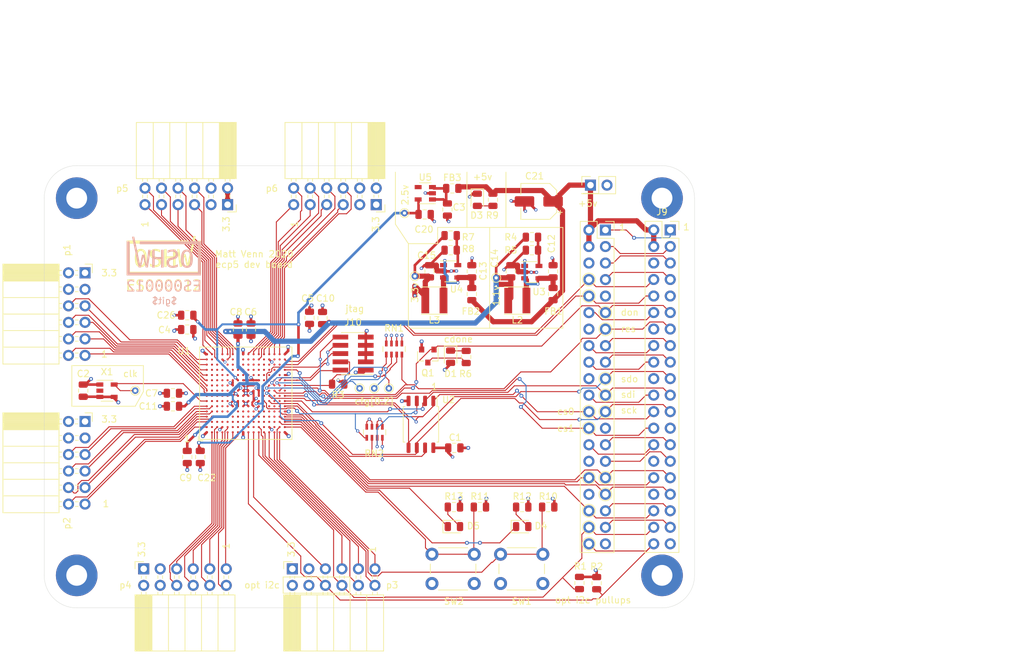
<source format=kicad_pcb>
(kicad_pcb (version 20171130) (host pcbnew "(5.1.0)-1")
  (layers (0 F.Cu signal) (1 In1.Cu power hide) (2 In2.Cu power hide) (31 B.Cu signal hide) (35 F.Paste user) (36 B.SilkS user) (37 F.SilkS user) (38 B.Mask user) (39 F.Mask user) (44 Edge.Cuts user))
  (net 0 "")
  (net 1 GND)
  (net 2 "Net-(D1-Pad1)")
  (net 3 +5V)
  (net 4 "Net-(D3-Pad2)")
  (net 5 "Net-(D4-Pad2)")
  (net 6 "Net-(D5-Pad2)")
  (net 7 +3.3VP)
  (net 8 "Net-(Q1-Pad3)")
  (net 9 /pi_3v3)
  (net 10 /gp2)
  (net 11 /gp3)
  (net 12 /gp4)
  (net 13 /gp18)
  (net 14 /gp22)
  (net 15 /gp23)
  (net 16 /gp24)
  (net 17 /gp25)
  (net 18 /gp0)
  (net 19 /gp1)
  (net 20 /gp5)
  (net 21 /gp19)
  (net 22 /gp26)
  (net 23 /pi_3v3_2)
  (net 24 "Net-(U1-PadB2)")
  (net 25 "Net-(U1-PadF2)")
  (net 26 "Net-(U1-PadG2)")
  (net 27 "Net-(U1-PadH2)")
  (net 28 "Net-(U1-PadJ2)")
  (net 29 "Net-(U1-PadK2)")
  (net 30 "Net-(U1-PadM2)")
  (net 31 "Net-(U1-PadP2)")
  (net 32 "Net-(U1-PadB3)")
  (net 33 "Net-(U1-PadC3)")
  (net 34 "Net-(U1-PadD3)")
  (net 35 "Net-(U1-PadE3)")
  (net 36 "Net-(U1-PadF3)")
  (net 37 "Net-(U1-PadG3)")
  (net 38 "Net-(U1-PadH3)")
  (net 39 "Net-(U1-PadJ3)")
  (net 40 "Net-(U1-PadK3)")
  (net 41 "Net-(U1-PadL3)")
  (net 42 "Net-(U1-PadM3)")
  (net 43 "Net-(U1-PadN3)")
  (net 44 "Net-(U1-PadP3)")
  (net 45 "Net-(U1-PadC4)")
  (net 46 "Net-(U1-PadD4)")
  (net 47 "Net-(U1-PadE4)")
  (net 48 "Net-(U1-PadF4)")
  (net 49 "Net-(U1-PadG4)")
  (net 50 "Net-(U1-PadH4)")
  (net 51 "Net-(U1-PadJ4)")
  (net 52 "Net-(U1-PadK4)")
  (net 53 "Net-(U1-PadL4)")
  (net 54 "Net-(U1-PadM4)")
  (net 55 "Net-(U1-PadN4)")
  (net 56 "Net-(U1-PadP4)")
  (net 57 "Net-(U1-PadC5)")
  (net 58 "Net-(U1-PadD5)")
  (net 59 "Net-(U1-PadE5)")
  (net 60 "Net-(U1-PadF5)")
  (net 61 "Net-(U1-PadG5)")
  (net 62 "Net-(U1-PadH5)")
  (net 63 "Net-(U1-PadJ5)")
  (net 64 "Net-(U1-PadK5)")
  (net 65 "Net-(U1-PadL5)")
  (net 66 "Net-(U1-PadM5)")
  (net 67 "Net-(U1-PadN5)")
  (net 68 "Net-(U1-PadP5)")
  (net 69 "Net-(U1-PadC6)")
  (net 70 "Net-(U1-PadD6)")
  (net 71 "Net-(U1-PadE6)")
  (net 72 "Net-(U1-PadM6)")
  (net 73 "Net-(U1-PadN6)")
  (net 74 "Net-(U1-PadP6)")
  (net 75 "Net-(U1-PadR6)")
  (net 76 "Net-(U1-PadB7)")
  (net 77 "Net-(U1-PadC7)")
  (net 78 "Net-(U1-PadD7)")
  (net 79 "Net-(U1-PadE7)")
  (net 80 "Net-(U1-PadP7)")
  (net 81 "Net-(U1-PadR7)")
  (net 82 "Net-(U1-PadB8)")
  (net 83 "Net-(U1-PadC8)")
  (net 84 "Net-(U1-PadD8)")
  (net 85 "Net-(U1-PadE8)")
  (net 86 "Net-(U1-PadM8)")
  (net 87 "Net-(U1-PadP8)")
  (net 88 "Net-(U1-PadR8)")
  (net 89 "Net-(U1-PadB9)")
  (net 90 "Net-(U1-PadC9)")
  (net 91 "Net-(U1-PadD9)")
  (net 92 "Net-(U1-PadE9)")
  (net 93 "Net-(U1-PadM9)")
  (net 94 "Net-(U1-PadT9)")
  (net 95 "Net-(U1-PadB10)")
  (net 96 "Net-(U1-PadC10)")
  (net 97 "Net-(U1-PadD10)")
  (net 98 "Net-(U1-PadE10)")
  (net 99 "Net-(U1-PadB11)")
  (net 100 "Net-(U1-PadC11)")
  (net 101 "Net-(U1-PadD11)")
  (net 102 "Net-(U1-PadE11)")
  (net 103 "Net-(U1-PadM11)")
  (net 104 "Net-(U1-PadN11)")
  (net 105 "Net-(U1-PadP11)")
  (net 106 "Net-(U1-PadB12)")
  (net 107 "Net-(U1-PadC12)")
  (net 108 "Net-(U1-PadD12)")
  (net 109 "Net-(U1-PadE12)")
  (net 110 "Net-(U1-PadF12)")
  (net 111 "Net-(U1-PadG12)")
  (net 112 "Net-(U1-PadH12)")
  (net 113 "Net-(U1-PadJ12)")
  (net 114 "Net-(U1-PadK12)")
  (net 115 "Net-(U1-PadL12)")
  (net 116 "Net-(U1-PadM12)")
  (net 117 "Net-(U1-PadN12)")
  (net 118 "Net-(U1-PadP12)")
  (net 119 "Net-(U1-PadR12)")
  (net 120 "Net-(U1-PadB13)")
  (net 121 "Net-(U1-PadC13)")
  (net 122 "Net-(U1-PadD13)")
  (net 123 "Net-(U1-PadE13)")
  (net 124 "Net-(U1-PadF13)")
  (net 125 "Net-(U1-PadG13)")
  (net 126 "Net-(U1-PadH13)")
  (net 127 "Net-(U1-PadJ13)")
  (net 128 "Net-(U1-PadK13)")
  (net 129 "Net-(U1-PadL13)")
  (net 130 "Net-(U1-PadM13)")
  (net 131 "Net-(U1-PadN13)")
  (net 132 "Net-(U1-PadP13)")
  (net 133 "Net-(U1-PadR13)")
  (net 134 "Net-(U1-PadB14)")
  (net 135 "Net-(U1-PadC14)")
  (net 136 "Net-(U1-PadD14)")
  (net 137 "Net-(U1-PadE14)")
  (net 138 "Net-(U1-PadF14)")
  (net 139 "Net-(U1-PadG14)")
  (net 140 "Net-(U1-PadH14)")
  (net 141 "Net-(U1-PadJ14)")
  (net 142 "Net-(U1-PadK14)")
  (net 143 "Net-(U1-PadL14)")
  (net 144 "Net-(U1-PadM14)")
  (net 145 "Net-(U1-PadN14)")
  (net 146 "Net-(U1-PadP14)")
  (net 147 "Net-(U1-PadR14)")
  (net 148 "Net-(U1-PadB15)")
  (net 149 "Net-(U1-PadF15)")
  (net 150 "Net-(U1-PadG15)")
  (net 151 "Net-(U1-PadH15)")
  (net 152 "Net-(U1-PadJ15)")
  (net 153 "Net-(U1-PadK15)")
  (net 154 "Net-(U1-PadM15)")
  (net 155 "Net-(U1-PadP15)")
  (net 156 "Net-(U1-PadR15)")
  (net 157 +1V1)
  (net 158 cdone)
  (net 159 creset)
  (net 160 sdo)
  (net 161 sdi)
  (net 162 sd_clk)
  (net 163 sd_cs)
  (net 164 +2V5)
  (net 165 sd_io2)
  (net 166 sd_io3)
  (net 167 /fpga/tdo)
  (net 168 /fpga/tck)
  (net 169 /fpga/tdi)
  (net 170 /fpga/tms)
  (net 171 "Net-(U5-Pad4)")
  (net 172 clk)
  (net 173 p2_7)
  (net 174 p2_1)
  (net 175 p2_8)
  (net 176 p2_2)
  (net 177 p2_9)
  (net 178 p2_3)
  (net 179 p2_10)
  (net 180 p2_4)
  (net 181 p1_4)
  (net 182 p1_10)
  (net 183 p1_3)
  (net 184 p1_9)
  (net 185 p1_2)
  (net 186 p1_8)
  (net 187 p1_1)
  (net 188 p1_7)
  (net 189 p4_7)
  (net 190 p4_1)
  (net 191 p4_8)
  (net 192 p4_2)
  (net 193 p4_9)
  (net 194 p4_3)
  (net 195 p4_10)
  (net 196 p4_4)
  (net 197 p3_9)
  (net 198 p3_10)
  (net 199 p3_4)
  (net 200 p3_3)
  (net 201 p3_2)
  (net 202 p3_8)
  (net 203 p3_1)
  (net 204 p3_7)
  (net 205 p5_4)
  (net 206 p5_10)
  (net 207 p5_3)
  (net 208 p5_9)
  (net 209 p5_2)
  (net 210 p5_8)
  (net 211 p5_1)
  (net 212 p5_7)
  (net 213 p6_7)
  (net 214 p6_1)
  (net 215 p6_8)
  (net 216 p6_2)
  (net 217 p6_9)
  (net 218 p6_3)
  (net 219 p6_10)
  (net 220 p6_4)
  (net 221 led1)
  (net 222 led2)
  (net 223 gp6)
  (net 224 gp12)
  (net 225 gp13)
  (net 226 gp16)
  (net 227 button1)
  (net 228 button2)
  (net 229 ce1)
  (net 230 "Net-(C3-Pad1)")
  (net 231 "Net-(C12-Pad1)")
  (net 232 "Net-(C13-Pad1)")
  (net 233 "Net-(L2-Pad1)")
  (net 234 "Net-(R4-Pad1)")
  (net 235 "Net-(L3-Pad1)")
  (net 236 "Net-(R7-Pad1)")
  (net 237 gp14)
  (net 238 gp15)
  (net 239 /fpga/cfg_0)
  (net 240 /fpga/cfg_2)
  (net 241 /fpga/cfg_1)
  (module Inductor_SMD:L_Taiyo-Yuden_NR-40xx (layer F.Cu) (at 135 71.75 180)
    (fp_text reference L3 (at 0 -3 180) (layer F.SilkS))
    (fp_text value 2.2uH)
    (pad 1 smd rect (at -1.4 0 180) (size 1.2 3.9) (layers F.Cu F.Paste F.Mask) (net 235 "Net-(L3-Pad1)"))
    (pad 2 smd rect (at 1.4 0 180) (size 1.2 3.9) (layers F.Cu F.Paste F.Mask) (net 7 +3.3VP))
  )
  (module libs:oshw-logo-small (layer B.Cu) (at 93.4 66.5 180)
    (fp_text reference G*** hide)
    (fp_text value LOGO hide)
  )
  (module libs:oshw-logo-small (layer F.Cu) (at 93.4 66.4)
    (fp_text reference G*** hide)
    (fp_text value LOGO hide)
  )
  (module Connector_PinSocket_2.54mm:PinSocket_2x20_P2.54mm_Vertical (layer F.Cu) (at 171.265 60.89)
    (fp_text reference J9 (at -1.27 -2.77) (layer F.SilkS))
    (fp_text value Conn_02x20_Odd_Even)
    (pad 1 thru_hole rect (at 0 0) (size 1.7 1.7) (drill 1) (layers *.Cu *.Mask) (net 9 /pi_3v3))
    (pad 2 thru_hole oval (at -2.54 0) (size 1.7 1.7) (drill 1) (layers *.Cu *.Mask) (net 3 +5V))
    (pad 3 thru_hole oval (at 0 2.54) (size 1.7 1.7) (drill 1) (layers *.Cu *.Mask) (net 10 /gp2))
    (pad 4 thru_hole oval (at -2.54 2.54) (size 1.7 1.7) (drill 1) (layers *.Cu *.Mask) (net 3 +5V))
    (pad 5 thru_hole oval (at 0 5.08) (size 1.7 1.7) (drill 1) (layers *.Cu *.Mask) (net 11 /gp3))
    (pad 6 thru_hole oval (at -2.54 5.08) (size 1.7 1.7) (drill 1) (layers *.Cu *.Mask) (net 1 GND))
    (pad 7 thru_hole oval (at 0 7.62) (size 1.7 1.7) (drill 1) (layers *.Cu *.Mask) (net 12 /gp4))
    (pad 8 thru_hole oval (at -2.54 7.62) (size 1.7 1.7) (drill 1) (layers *.Cu *.Mask) (net 237 gp14))
    (pad 9 thru_hole oval (at 0 10.16) (size 1.7 1.7) (drill 1) (layers *.Cu *.Mask) (net 1 GND))
    (pad 10 thru_hole oval (at -2.54 10.16) (size 1.7 1.7) (drill 1) (layers *.Cu *.Mask) (net 238 gp15))
    (pad 11 thru_hole oval (at 0 12.7) (size 1.7 1.7) (drill 1) (layers *.Cu *.Mask) (net 158 cdone))
    (pad 12 thru_hole oval (at -2.54 12.7) (size 1.7 1.7) (drill 1) (layers *.Cu *.Mask) (net 13 /gp18))
    (pad 13 thru_hole oval (at 0 15.24) (size 1.7 1.7) (drill 1) (layers *.Cu *.Mask) (net 159 creset))
    (pad 14 thru_hole oval (at -2.54 15.24) (size 1.7 1.7) (drill 1) (layers *.Cu *.Mask) (net 1 GND))
    (pad 15 thru_hole oval (at 0 17.78) (size 1.7 1.7) (drill 1) (layers *.Cu *.Mask) (net 14 /gp22))
    (pad 16 thru_hole oval (at -2.54 17.78) (size 1.7 1.7) (drill 1) (layers *.Cu *.Mask) (net 15 /gp23))
    (pad 17 thru_hole oval (at 0 20.32) (size 1.7 1.7) (drill 1) (layers *.Cu *.Mask) (net 23 /pi_3v3_2))
    (pad 18 thru_hole oval (at -2.54 20.32) (size 1.7 1.7) (drill 1) (layers *.Cu *.Mask) (net 16 /gp24))
    (pad 19 thru_hole oval (at 0 22.86) (size 1.7 1.7) (drill 1) (layers *.Cu *.Mask) (net 160 sdo))
    (pad 20 thru_hole oval (at -2.54 22.86) (size 1.7 1.7) (drill 1) (layers *.Cu *.Mask) (net 1 GND))
    (pad 21 thru_hole oval (at 0 25.4) (size 1.7 1.7) (drill 1) (layers *.Cu *.Mask) (net 161 sdi))
    (pad 22 thru_hole oval (at -2.54 25.4) (size 1.7 1.7) (drill 1) (layers *.Cu *.Mask) (net 17 /gp25))
    (pad 23 thru_hole oval (at 0 27.94) (size 1.7 1.7) (drill 1) (layers *.Cu *.Mask) (net 162 sd_clk))
    (pad 24 thru_hole oval (at -2.54 27.94) (size 1.7 1.7) (drill 1) (layers *.Cu *.Mask) (net 163 sd_cs))
    (pad 25 thru_hole oval (at 0 30.48) (size 1.7 1.7) (drill 1) (layers *.Cu *.Mask) (net 1 GND))
    (pad 26 thru_hole oval (at -2.54 30.48) (size 1.7 1.7) (drill 1) (layers *.Cu *.Mask) (net 229 ce1))
    (pad 27 thru_hole oval (at 0 33.02) (size 1.7 1.7) (drill 1) (layers *.Cu *.Mask) (net 18 /gp0))
    (pad 28 thru_hole oval (at -2.54 33.02) (size 1.7 1.7) (drill 1) (layers *.Cu *.Mask) (net 19 /gp1))
    (pad 29 thru_hole oval (at 0 35.56) (size 1.7 1.7) (drill 1) (layers *.Cu *.Mask) (net 20 /gp5))
    (pad 30 thru_hole oval (at -2.54 35.56) (size 1.7 1.7) (drill 1) (layers *.Cu *.Mask) (net 1 GND))
    (pad 31 thru_hole oval (at 0 38.1) (size 1.7 1.7) (drill 1) (layers *.Cu *.Mask) (net 223 gp6))
    (pad 32 thru_hole oval (at -2.54 38.1) (size 1.7 1.7) (drill 1) (layers *.Cu *.Mask) (net 224 gp12))
    (pad 33 thru_hole oval (at 0 40.64) (size 1.7 1.7) (drill 1) (layers *.Cu *.Mask) (net 225 gp13))
    (pad 34 thru_hole oval (at -2.54 40.64) (size 1.7 1.7) (drill 1) (layers *.Cu *.Mask) (net 1 GND))
    (pad 35 thru_hole oval (at 0 43.18) (size 1.7 1.7) (drill 1) (layers *.Cu *.Mask) (net 21 /gp19))
    (pad 36 thru_hole oval (at -2.54 43.18) (size 1.7 1.7) (drill 1) (layers *.Cu *.Mask) (net 226 gp16))
    (pad 37 thru_hole oval (at 0 45.72) (size 1.7 1.7) (drill 1) (layers *.Cu *.Mask) (net 22 /gp26))
    (pad 38 thru_hole oval (at -2.54 45.72) (size 1.7 1.7) (drill 1) (layers *.Cu *.Mask) (net 197 p3_9))
    (pad 39 thru_hole oval (at 0 48.26) (size 1.7 1.7) (drill 1) (layers *.Cu *.Mask) (net 1 GND))
    (pad 40 thru_hole oval (at -2.54 48.26) (size 1.7 1.7) (drill 1) (layers *.Cu *.Mask) (net 198 p3_10))
  )
  (module MountingHole:MountingHole_3.2mm_M3_Pad (layer F.Cu) (at 170 114)
    (fp_text reference H4 hide)
    (fp_text value MountingHole_Pad)
    (pad 1 thru_hole circle (at 0 0) (size 6.4 6.4) (drill 3.2) (layers *.Cu *.Mask) (net 1 GND))
  )
  (module Resistor_SMD:R_0805_2012Metric (layer F.Cu) (at 137.5 64)
    (fp_text reference R8 (at 2.7 -0.2) (layer F.SilkS))
    (fp_text value 15k)
    (pad 1 smd roundrect (at -0.9375 0) (size 0.975 1.4) (layers F.Cu F.Paste F.Mask) (net 1 GND))
    (pad 2 smd roundrect (at 0.9375 0) (size 0.975 1.4) (layers F.Cu F.Paste F.Mask) (net 236 "Net-(R7-Pad1)"))
  )
  (module Capacitor_SMD:C_0805_2012Metric (layer F.Cu) (at 146.75 67.25 90)
    (fp_text reference C14 (at 2 -2.5 270) (layer F.SilkS))
    (fp_text value 22u)
    (pad 1 smd roundrect (at -0.9375 0 90) (size 0.975 1.4) (layers F.Cu F.Paste F.Mask) (net 157 +1V1))
    (pad 2 smd roundrect (at 0.9375 0 90) (size 0.975 1.4) (layers F.Cu F.Paste F.Mask) (net 1 GND))
  )
  (module Inductor_SMD:L_0805_2012Metric (layer F.Cu) (at 140.75 70.75 270)
    (fp_text reference FB2 (at 2.65 0.15 180) (layer F.SilkS))
    (fp_text value Ferrite_Bead_Small)
    (pad 1 smd roundrect (at -0.9375 0 270) (size 0.975 1.4) (layers F.Cu F.Paste F.Mask) (net 232 "Net-(C13-Pad1)"))
    (pad 2 smd roundrect (at 0.9375 0 270) (size 0.975 1.4) (layers F.Cu F.Paste F.Mask) (net 3 +5V))
  )
  (module Capacitor_SMD:C_0805_2012Metric (layer F.Cu) (at 140.75 67.25 90)
    (fp_text reference C13 (at 0.05 1.75 270) (layer F.SilkS))
    (fp_text value 4.7u)
    (pad 2 smd roundrect (at 0.9375 0 90) (size 0.975 1.4) (layers F.Cu F.Paste F.Mask) (net 1 GND))
    (pad 1 smd roundrect (at -0.9375 0 90) (size 0.975 1.4) (layers F.Cu F.Paste F.Mask) (net 232 "Net-(C13-Pad1)"))
  )
  (module Inductor_SMD:L_0805_2012Metric (layer F.Cu) (at 153.25 70.75 270)
    (fp_text reference FB1 (at 2.65 -0.05 180) (layer F.SilkS))
    (fp_text value Ferrite_Bead_Small)
    (pad 1 smd roundrect (at -0.9375 0 270) (size 0.975 1.4) (layers F.Cu F.Paste F.Mask) (net 231 "Net-(C12-Pad1)"))
    (pad 2 smd roundrect (at 0.9375 0 270) (size 0.975 1.4) (layers F.Cu F.Paste F.Mask) (net 3 +5V))
  )
  (module TestPoint:TestPoint_THTPad_D1.0mm_Drill0.5mm (layer F.Cu) (at 144.5 68.25 270)
    (fp_text reference TP6 hide)
    (fp_text value 1.1v)
    (pad 1 thru_hole circle (at 0 0 270) (size 1 1) (drill 0.5) (layers *.Cu *.Mask) (net 157 +1V1))
  )
  (module Resistor_SMD:R_0805_2012Metric (layer F.Cu) (at 137.5 61.75 180)
    (fp_text reference R7 (at -2.7 -0.25) (layer F.SilkS))
    (fp_text value 68k)
    (pad 2 smd roundrect (at 0.9375 0 180) (size 0.975 1.4) (layers F.Cu F.Paste F.Mask) (net 7 +3.3VP))
    (pad 1 smd roundrect (at -0.9375 0 180) (size 0.975 1.4) (layers F.Cu F.Paste F.Mask) (net 236 "Net-(R7-Pad1)"))
  )
  (module Resistor_SMD:R_0805_2012Metric (layer F.Cu) (at 150 62 180)
    (fp_text reference R4 (at 3.25 0) (layer F.SilkS))
    (fp_text value 100k)
    (pad 2 smd roundrect (at 0.9375 0 180) (size 0.975 1.4) (layers F.Cu F.Paste F.Mask) (net 157 +1V1))
    (pad 1 smd roundrect (at -0.9375 0 180) (size 0.975 1.4) (layers F.Cu F.Paste F.Mask) (net 234 "Net-(R4-Pad1)"))
  )
  (module Package_TO_SOT_SMD:SOT-23-5 (layer F.Cu) (at 137.5 67.25)
    (fp_text reference U4 (at 0.9 2.75) (layer F.SilkS))
    (fp_text value TLV62568DBV)
    (pad 1 smd rect (at -1.1 -0.95) (size 1.06 0.65) (layers F.Cu F.Paste F.Mask) (net 232 "Net-(C13-Pad1)"))
    (pad 2 smd rect (at -1.1 0) (size 1.06 0.65) (layers F.Cu F.Paste F.Mask) (net 1 GND))
    (pad 3 smd rect (at -1.1 0.95) (size 1.06 0.65) (layers F.Cu F.Paste F.Mask) (net 235 "Net-(L3-Pad1)"))
    (pad 4 smd rect (at 1.1 0.95) (size 1.06 0.65) (layers F.Cu F.Paste F.Mask) (net 232 "Net-(C13-Pad1)"))
    (pad 5 smd rect (at 1.1 -0.95) (size 1.06 0.65) (layers F.Cu F.Paste F.Mask) (net 236 "Net-(R7-Pad1)"))
  )
  (module Inductor_SMD:L_Taiyo-Yuden_NR-40xx (layer F.Cu) (at 147.75 71.75 180)
    (fp_text reference L2 (at 0 -3) (layer F.SilkS))
    (fp_text value 2.2uH)
    (pad 1 smd rect (at -1.4 0 180) (size 1.2 3.9) (layers F.Cu F.Paste F.Mask) (net 233 "Net-(L2-Pad1)"))
    (pad 2 smd rect (at 1.4 0 180) (size 1.2 3.9) (layers F.Cu F.Paste F.Mask) (net 157 +1V1))
  )
  (module Capacitor_SMD:C_0805_2012Metric (layer F.Cu) (at 153.25 67.25 90)
    (fp_text reference C12 (at 4.25 -0.25 270) (layer F.SilkS))
    (fp_text value 4.7u)
    (pad 2 smd roundrect (at 0.9375 0 90) (size 0.975 1.4) (layers F.Cu F.Paste F.Mask) (net 1 GND))
    (pad 1 smd roundrect (at -0.9375 0 90) (size 0.975 1.4) (layers F.Cu F.Paste F.Mask) (net 231 "Net-(C12-Pad1)"))
  )
  (module Capacitor_SMD:C_0805_2012Metric (layer F.Cu) (at 134.25 67.25 90)
    (fp_text reference C15 (at 2.45 -0.45 180) (layer F.SilkS))
    (fp_text value 10u)
    (pad 1 smd roundrect (at -0.9375 0 90) (size 0.975 1.4) (layers F.Cu F.Paste F.Mask) (net 7 +3.3VP))
    (pad 2 smd roundrect (at 0.9375 0 90) (size 0.975 1.4) (layers F.Cu F.Paste F.Mask) (net 1 GND))
  )
  (module Resistor_SMD:R_0805_2012Metric (layer F.Cu) (at 150 64)
    (fp_text reference R5 (at -3.25 0) (layer F.SilkS))
    (fp_text value 120k)
    (pad 1 smd roundrect (at -0.9375 0) (size 0.975 1.4) (layers F.Cu F.Paste F.Mask) (net 1 GND))
    (pad 2 smd roundrect (at 0.9375 0) (size 0.975 1.4) (layers F.Cu F.Paste F.Mask) (net 234 "Net-(R4-Pad1)"))
  )
  (module TestPoint:TestPoint_THTPad_D1.0mm_Drill0.5mm (layer F.Cu) (at 132 68 180)
    (fp_text reference TP1 hide)
    (fp_text value 3.3v)
    (pad 1 thru_hole circle (at 0 0 180) (size 1 1) (drill 0.5) (layers *.Cu *.Mask) (net 7 +3.3VP))
  )
  (module Package_TO_SOT_SMD:SOT-23-5 (layer F.Cu) (at 149.974999 67.374999)
    (fp_text reference U3 (at 1.125001 3.025001) (layer F.SilkS))
    (fp_text value TLV62568DBV)
    (pad 1 smd rect (at -1.1 -0.95) (size 1.06 0.65) (layers F.Cu F.Paste F.Mask) (net 231 "Net-(C12-Pad1)"))
    (pad 2 smd rect (at -1.1 0) (size 1.06 0.65) (layers F.Cu F.Paste F.Mask) (net 1 GND))
    (pad 3 smd rect (at -1.1 0.95) (size 1.06 0.65) (layers F.Cu F.Paste F.Mask) (net 233 "Net-(L2-Pad1)"))
    (pad 4 smd rect (at 1.1 0.95) (size 1.06 0.65) (layers F.Cu F.Paste F.Mask) (net 231 "Net-(C12-Pad1)"))
    (pad 5 smd rect (at 1.1 -0.95) (size 1.06 0.65) (layers F.Cu F.Paste F.Mask) (net 234 "Net-(R4-Pad1)"))
  )
  (module Capacitor_SMD:C_0805_2012Metric (layer F.Cu) (at 94.8 86 180)
    (fp_text reference C7 (at 3.3 0) (layer F.SilkS))
    (fp_text value 10u)
    (pad 2 smd roundrect (at 0.9375 0 180) (size 0.975 1.4) (layers F.Cu F.Paste F.Mask) (net 1 GND))
    (pad 1 smd roundrect (at -0.9375 0 180) (size 0.975 1.4) (layers F.Cu F.Paste F.Mask) (net 7 +3.3VP))
  )
  (module Capacitor_SMD:C_0805_2012Metric (layer F.Cu) (at 106.8 76.2 90)
    (fp_text reference C6 (at 2.7 -0.05 180) (layer F.SilkS))
    (fp_text value 100n)
    (pad 1 smd roundrect (at -0.9375 0 90) (size 0.975 1.4) (layers F.Cu F.Paste F.Mask) (net 7 +3.3VP))
    (pad 2 smd roundrect (at 0.9375 0 90) (size 0.975 1.4) (layers F.Cu F.Paste F.Mask) (net 1 GND))
  )
  (module Capacitor_SMD:C_0805_2012Metric (layer F.Cu) (at 138.0625 94.4)
    (fp_text reference C1 (at 0.1375 -1.6) (layer F.SilkS))
    (fp_text value 100n)
    (pad 2 smd roundrect (at 0.9375 0) (size 0.975 1.4) (layers F.Cu F.Paste F.Mask) (net 1 GND))
    (pad 1 smd roundrect (at -0.9375 0) (size 0.975 1.4) (layers F.Cu F.Paste F.Mask) (net 7 +3.3VP))
  )
  (module Capacitor_SMD:C_0805_2012Metric (layer F.Cu) (at 81 85.6 90)
    (fp_text reference C2 (at 2.6 0 180) (layer F.SilkS))
    (fp_text value 100n)
    (pad 1 smd roundrect (at -0.9375 0 90) (size 0.975 1.4) (layers F.Cu F.Paste F.Mask) (net 7 +3.3VP))
    (pad 2 smd roundrect (at 0.9375 0 90) (size 0.975 1.4) (layers F.Cu F.Paste F.Mask) (net 1 GND))
  )
  (module Capacitor_SMD:C_0805_2012Metric (layer F.Cu) (at 97 76.2 180)
    (fp_text reference C4 (at 3.5 -0.05) (layer F.SilkS))
    (fp_text value 100n)
    (pad 1 smd roundrect (at -0.9375 0 180) (size 0.975 1.4) (layers F.Cu F.Paste F.Mask) (net 7 +3.3VP))
    (pad 2 smd roundrect (at 0.9375 0 180) (size 0.975 1.4) (layers F.Cu F.Paste F.Mask) (net 1 GND))
  )
  (module Capacitor_SMD:C_0805_2012Metric (layer F.Cu) (at 115.8 74.4 90)
    (fp_text reference C5 (at 3 -0.3 180) (layer F.SilkS))
    (fp_text value 100n)
    (pad 2 smd roundrect (at 0.9375 0 90) (size 0.975 1.4) (layers F.Cu F.Paste F.Mask) (net 1 GND))
    (pad 1 smd roundrect (at -0.9375 0 90) (size 0.975 1.4) (layers F.Cu F.Paste F.Mask) (net 7 +3.3VP))
  )
  (module Capacitor_SMD:C_0805_2012Metric (layer F.Cu) (at 104.8 76.2 90)
    (fp_text reference C8 (at 2.7 -0.3 180) (layer F.SilkS))
    (fp_text value 100n)
    (pad 2 smd roundrect (at 0.9375 0 90) (size 0.975 1.4) (layers F.Cu F.Paste F.Mask) (net 1 GND))
    (pad 1 smd roundrect (at -0.9375 0 90) (size 0.975 1.4) (layers F.Cu F.Paste F.Mask) (net 157 +1V1))
  )
  (module Capacitor_SMD:C_0805_2012Metric (layer F.Cu) (at 117.8 74.4375 90)
    (fp_text reference C10 (at 3.0375 0.45 180) (layer F.SilkS))
    (fp_text value 100n)
    (pad 2 smd roundrect (at 0.9375 0 90) (size 0.975 1.4) (layers F.Cu F.Paste F.Mask) (net 1 GND))
    (pad 1 smd roundrect (at -0.9375 0 90) (size 0.975 1.4) (layers F.Cu F.Paste F.Mask) (net 157 +1V1))
  )
  (module Capacitor_SMD:C_0805_2012Metric (layer F.Cu) (at 94.8 88 180)
    (fp_text reference C11 (at 3.8 0) (layer F.SilkS))
    (fp_text value 10u)
    (pad 1 smd roundrect (at -0.9375 0 180) (size 0.975 1.4) (layers F.Cu F.Paste F.Mask) (net 157 +1V1))
    (pad 2 smd roundrect (at 0.9375 0 180) (size 0.975 1.4) (layers F.Cu F.Paste F.Mask) (net 1 GND))
  )
  (module LED_SMD:LED_0805_2012Metric (layer F.Cu) (at 137.49 80.38 270)
    (fp_text reference D1 (at 2.6 0 180) (layer F.SilkS))
    (fp_text value LED)
    (pad 1 smd roundrect (at -0.9375 0 270) (size 0.975 1.4) (layers F.Cu F.Paste F.Mask) (net 2 "Net-(D1-Pad1)"))
    (pad 2 smd roundrect (at 0.9375 0 270) (size 0.975 1.4) (layers F.Cu F.Paste F.Mask) (net 7 +3.3VP))
  )
  (module Resistor_SMD:R_0805_2012Metric (layer F.Cu) (at 139.89 80.4175 270)
    (fp_text reference R6 (at 2.6 0.1 180) (layer F.SilkS))
    (fp_text value 200R)
    (pad 1 smd roundrect (at -0.9375 0 270) (size 0.975 1.4) (layers F.Cu F.Paste F.Mask) (net 2 "Net-(D1-Pad1)"))
    (pad 2 smd roundrect (at 0.9375 0 270) (size 0.975 1.4) (layers F.Cu F.Paste F.Mask) (net 8 "Net-(Q1-Pad3)"))
  )
  (module Package_SO:SOIC-8_5.23x5.23mm_P1.27mm (layer F.Cu) (at 132.93 90.78 270)
    (fp_text reference U2 (at -3.78 -4.27 180) (layer F.SilkS))
    (fp_text value IS25LP016D-JBLE)
    (pad 1 smd roundrect (at -3.6 -1.905 270) (size 1.6 0.6) (layers F.Cu F.Paste F.Mask) (net 163 sd_cs))
    (pad 2 smd roundrect (at -3.6 -0.635 270) (size 1.6 0.6) (layers F.Cu F.Paste F.Mask) (net 161 sdi))
    (pad 3 smd roundrect (at -3.6 0.635 270) (size 1.6 0.6) (layers F.Cu F.Paste F.Mask) (net 165 sd_io2))
    (pad 4 smd roundrect (at -3.6 1.905 270) (size 1.6 0.6) (layers F.Cu F.Paste F.Mask) (net 1 GND))
    (pad 5 smd roundrect (at 3.6 1.905 270) (size 1.6 0.6) (layers F.Cu F.Paste F.Mask) (net 160 sdo))
    (pad 6 smd roundrect (at 3.6 0.635 270) (size 1.6 0.6) (layers F.Cu F.Paste F.Mask) (net 162 sd_clk))
    (pad 7 smd roundrect (at 3.6 -0.635 270) (size 1.6 0.6) (layers F.Cu F.Paste F.Mask) (net 166 sd_io3))
    (pad 8 smd roundrect (at 3.6 -1.905 270) (size 1.6 0.6) (layers F.Cu F.Paste F.Mask) (net 7 +3.3VP))
  )
  (module LED_SMD:LED_0805_2012Metric (layer F.Cu) (at 141.6 56.25 270)
    (fp_text reference D3 (at 2.4 0.1 180) (layer F.SilkS))
    (fp_text value LED)
    (pad 1 smd roundrect (at -0.9375 0 270) (size 0.975 1.4) (layers F.Cu F.Paste F.Mask) (net 1 GND))
    (pad 2 smd roundrect (at 0.9375 0 270) (size 0.975 1.4) (layers F.Cu F.Paste F.Mask) (net 4 "Net-(D3-Pad2)"))
  )
  (module LED_SMD:LED_0805_2012Metric (layer F.Cu) (at 148.5 106.5)
    (fp_text reference D4 (at 2.9 -0.1) (layer F.SilkS))
    (fp_text value LED)
    (pad 1 smd roundrect (at -0.9375 0) (size 0.975 1.4) (layers F.Cu F.Paste F.Mask) (net 221 led1))
    (pad 2 smd roundrect (at 0.9375 0) (size 0.975 1.4) (layers F.Cu F.Paste F.Mask) (net 5 "Net-(D4-Pad2)"))
  )
  (module LED_SMD:LED_0805_2012Metric (layer F.Cu) (at 138 106.5)
    (fp_text reference D5 (at 3 -0.1) (layer F.SilkS))
    (fp_text value LED)
    (pad 2 smd roundrect (at 0.9375 0) (size 0.975 1.4) (layers F.Cu F.Paste F.Mask) (net 6 "Net-(D5-Pad2)"))
    (pad 1 smd roundrect (at -0.9375 0) (size 0.975 1.4) (layers F.Cu F.Paste F.Mask) (net 222 led2))
  )
  (module Connector_PinHeader_2.54mm:PinHeader_2x01_P2.54mm_Vertical (layer F.Cu) (at 159 54)
    (fp_text reference J1 hide)
    (fp_text value Conn_01x02)
    (pad 1 thru_hole rect (at 0 0) (size 1.7 1.7) (drill 1) (layers *.Cu *.Mask) (net 3 +5V))
    (pad 2 thru_hole oval (at 2.54 0) (size 1.7 1.7) (drill 1) (layers *.Cu *.Mask) (net 1 GND))
  )
  (module Resistor_SMD:R_0805_2012Metric (layer F.Cu) (at 144 56.25 90)
    (fp_text reference R9 (at -2.4 -0.1 180) (layer F.SilkS))
    (fp_text value 200R)
    (pad 1 smd roundrect (at -0.9375 0 90) (size 0.975 1.4) (layers F.Cu F.Paste F.Mask) (net 4 "Net-(D3-Pad2)"))
    (pad 2 smd roundrect (at 0.9375 0 90) (size 0.975 1.4) (layers F.Cu F.Paste F.Mask) (net 3 +5V))
  )
  (module Resistor_SMD:R_0805_2012Metric (layer F.Cu) (at 152.5 103.5)
    (fp_text reference R10 (at 0 -1.65) (layer F.SilkS))
    (fp_text value 10k)
    (pad 2 smd roundrect (at 0.9375 0) (size 0.975 1.4) (layers F.Cu F.Paste F.Mask) (net 7 +3.3VP))
    (pad 1 smd roundrect (at -0.9375 0) (size 0.975 1.4) (layers F.Cu F.Paste F.Mask) (net 227 button1))
  )
  (module Resistor_SMD:R_0805_2012Metric (layer F.Cu) (at 142 103.5)
    (fp_text reference R11 (at 0 -1.65) (layer F.SilkS))
    (fp_text value 10k)
    (pad 1 smd roundrect (at -0.9375 0) (size 0.975 1.4) (layers F.Cu F.Paste F.Mask) (net 228 button2))
    (pad 2 smd roundrect (at 0.9375 0) (size 0.975 1.4) (layers F.Cu F.Paste F.Mask) (net 7 +3.3VP))
  )
  (module Resistor_SMD:R_0805_2012Metric (layer F.Cu) (at 148.5 103.5)
    (fp_text reference R12 (at 0 -1.65) (layer F.SilkS))
    (fp_text value 200R)
    (pad 2 smd roundrect (at 0.9375 0) (size 0.975 1.4) (layers F.Cu F.Paste F.Mask) (net 7 +3.3VP))
    (pad 1 smd roundrect (at -0.9375 0) (size 0.975 1.4) (layers F.Cu F.Paste F.Mask) (net 5 "Net-(D4-Pad2)"))
  )
  (module Resistor_SMD:R_0805_2012Metric (layer F.Cu) (at 138 103.5)
    (fp_text reference R13 (at 0 -1.65) (layer F.SilkS))
    (fp_text value 200R)
    (pad 1 smd roundrect (at -0.9375 0) (size 0.975 1.4) (layers F.Cu F.Paste F.Mask) (net 6 "Net-(D5-Pad2)"))
    (pad 2 smd roundrect (at 0.9375 0) (size 0.975 1.4) (layers F.Cu F.Paste F.Mask) (net 7 +3.3VP))
  )
  (module Button_Switch_THT:SW_PUSH_6mm (layer F.Cu) (at 145.175001 110.755001)
    (fp_text reference SW1 (at 3.25 7.244999) (layer F.SilkS))
    (fp_text value SW_Push)
    (pad 1 thru_hole circle (at 6.5 0 90) (size 2 2) (drill 1.1) (layers *.Cu *.Mask) (net 227 button1))
    (pad 2 thru_hole circle (at 6.5 4.5 90) (size 2 2) (drill 1.1) (layers *.Cu *.Mask) (net 1 GND))
    (pad 1 thru_hole circle (at 0 0 90) (size 2 2) (drill 1.1) (layers *.Cu *.Mask) (net 227 button1))
    (pad 2 thru_hole circle (at 0 4.5 90) (size 2 2) (drill 1.1) (layers *.Cu *.Mask) (net 1 GND))
  )
  (module Button_Switch_THT:SW_PUSH_6mm (layer F.Cu) (at 134.625001 110.755001)
    (fp_text reference SW2 (at 3.374999 7.244999) (layer F.SilkS))
    (fp_text value SW_Push)
    (pad 2 thru_hole circle (at 0 4.5 90) (size 2 2) (drill 1.1) (layers *.Cu *.Mask) (net 1 GND))
    (pad 1 thru_hole circle (at 0 0 90) (size 2 2) (drill 1.1) (layers *.Cu *.Mask) (net 228 button2))
    (pad 2 thru_hole circle (at 6.5 4.5 90) (size 2 2) (drill 1.1) (layers *.Cu *.Mask) (net 1 GND))
    (pad 1 thru_hole circle (at 6.5 0 90) (size 2 2) (drill 1.1) (layers *.Cu *.Mask) (net 228 button2))
  )
  (module MountingHole:MountingHole_3.2mm_M3_Pad (layer F.Cu) (at 80 56)
    (fp_text reference H2 hide)
    (fp_text value MountingHole_Pad)
    (pad 1 thru_hole circle (at 0 0) (size 6.4 6.4) (drill 3.2) (layers *.Cu *.Mask) (net 1 GND))
  )
  (module MountingHole:MountingHole_3.2mm_M3_Pad (layer F.Cu) (at 170 56)
    (fp_text reference H3 hide)
    (fp_text value MountingHole_Pad)
    (pad 1 thru_hole circle (at 0 0) (size 6.4 6.4) (drill 3.2) (layers *.Cu *.Mask) (net 1 GND))
  )
  (module TestPoint:TestPoint_THTPad_D1.0mm_Drill0.5mm (layer F.Cu) (at 89 85.6 270)
    (fp_text reference TP5 hide)
    (fp_text value clock)
    (pad 1 thru_hole circle (at 0 0 270) (size 1 1) (drill 0.5) (layers *.Cu *.Mask) (net 172 clk))
  )
  (module Capacitor_SMD:CP_Elec_5x5.4 (layer F.Cu) (at 151.05 56.5 180)
    (fp_text reference C21 (at 0.65 3.9) (layer F.SilkS))
    (fp_text value CP)
    (pad 1 smd roundrect (at -2.2 0 180) (size 3 1.6) (layers F.Cu F.Paste F.Mask) (roundrect_rratio 0.15625) (net 3 +5V))
    (pad 2 smd roundrect (at 2.2 0 180) (size 3 1.6) (layers F.Cu F.Paste F.Mask) (roundrect_rratio 0.15625) (net 1 GND))
  )
  (module Package_TO_SOT_SMD:SOT-23 (layer F.Cu) (at 133.99 80.28 270)
    (fp_text reference Q1 (at 2.6 0 180) (layer F.SilkS))
    (fp_text value Q_NMOS_GSD)
    (pad 1 smd rect (at -1 -0.95 270) (size 0.9 0.8) (layers F.Cu F.Paste F.Mask) (net 158 cdone))
    (pad 2 smd rect (at -1 0.95 270) (size 0.9 0.8) (layers F.Cu F.Paste F.Mask) (net 1 GND))
    (pad 3 smd rect (at 1 0 270) (size 0.9 0.8) (layers F.Cu F.Paste F.Mask) (net 8 "Net-(Q1-Pad3)"))
  )
  (module MountingHole:MountingHole_3.2mm_M3_Pad (layer F.Cu) (at 80 114)
    (fp_text reference H1 hide)
    (fp_text value MountingHole_Pad)
    (pad 1 thru_hole circle (at 0 0) (size 6.4 6.4) (drill 3.2) (layers *.Cu *.Mask) (net 1 GND))
  )
  (module Connector_PinSocket_2.54mm:PinSocket_2x20_P2.54mm_Vertical (layer F.Cu) (at 161.3 60.9)
    (fp_text reference J2 hide)
    (fp_text value Conn_02x20_Odd_Even)
    (pad 1 thru_hole rect (at 0 0) (size 1.7 1.7) (drill 1) (layers *.Cu *.Mask) (net 9 /pi_3v3))
    (pad 2 thru_hole oval (at -2.54 0) (size 1.7 1.7) (drill 1) (layers *.Cu *.Mask) (net 3 +5V))
    (pad 3 thru_hole oval (at 0 2.54) (size 1.7 1.7) (drill 1) (layers *.Cu *.Mask) (net 10 /gp2))
    (pad 4 thru_hole oval (at -2.54 2.54) (size 1.7 1.7) (drill 1) (layers *.Cu *.Mask) (net 3 +5V))
    (pad 5 thru_hole oval (at 0 5.08) (size 1.7 1.7) (drill 1) (layers *.Cu *.Mask) (net 11 /gp3))
    (pad 6 thru_hole oval (at -2.54 5.08) (size 1.7 1.7) (drill 1) (layers *.Cu *.Mask) (net 1 GND))
    (pad 7 thru_hole oval (at 0 7.62) (size 1.7 1.7) (drill 1) (layers *.Cu *.Mask) (net 12 /gp4))
    (pad 8 thru_hole oval (at -2.54 7.62) (size 1.7 1.7) (drill 1) (layers *.Cu *.Mask) (net 237 gp14))
    (pad 9 thru_hole oval (at 0 10.16) (size 1.7 1.7) (drill 1) (layers *.Cu *.Mask) (net 1 GND))
    (pad 10 thru_hole oval (at -2.54 10.16) (size 1.7 1.7) (drill 1) (layers *.Cu *.Mask) (net 238 gp15))
    (pad 11 thru_hole oval (at 0 12.7) (size 1.7 1.7) (drill 1) (layers *.Cu *.Mask) (net 158 cdone))
    (pad 12 thru_hole oval (at -2.54 12.7) (size 1.7 1.7) (drill 1) (layers *.Cu *.Mask) (net 13 /gp18))
    (pad 13 thru_hole oval (at 0 15.24) (size 1.7 1.7) (drill 1) (layers *.Cu *.Mask) (net 159 creset))
    (pad 14 thru_hole oval (at -2.54 15.24) (size 1.7 1.7) (drill 1) (layers *.Cu *.Mask) (net 1 GND))
    (pad 15 thru_hole oval (at 0 17.78) (size 1.7 1.7) (drill 1) (layers *.Cu *.Mask) (net 14 /gp22))
    (pad 16 thru_hole oval (at -2.54 17.78) (size 1.7 1.7) (drill 1) (layers *.Cu *.Mask) (net 15 /gp23))
    (pad 17 thru_hole oval (at 0 20.32) (size 1.7 1.7) (drill 1) (layers *.Cu *.Mask) (net 23 /pi_3v3_2))
    (pad 18 thru_hole oval (at -2.54 20.32) (size 1.7 1.7) (drill 1) (layers *.Cu *.Mask) (net 16 /gp24))
    (pad 19 thru_hole oval (at 0 22.86) (size 1.7 1.7) (drill 1) (layers *.Cu *.Mask) (net 160 sdo))
    (pad 20 thru_hole oval (at -2.54 22.86) (size 1.7 1.7) (drill 1) (layers *.Cu *.Mask) (net 1 GND))
    (pad 21 thru_hole oval (at 0 25.4) (size 1.7 1.7) (drill 1) (layers *.Cu *.Mask) (net 161 sdi))
    (pad 22 thru_hole oval (at -2.54 25.4) (size 1.7 1.7) (drill 1) (layers *.Cu *.Mask) (net 17 /gp25))
    (pad 23 thru_hole oval (at 0 27.94) (size 1.7 1.7) (drill 1) (layers *.Cu *.Mask) (net 162 sd_clk))
    (pad 24 thru_hole oval (at -2.54 27.94) (size 1.7 1.7) (drill 1) (layers *.Cu *.Mask) (net 163 sd_cs))
    (pad 25 thru_hole oval (at 0 30.48) (size 1.7 1.7) (drill 1) (layers *.Cu *.Mask) (net 1 GND))
    (pad 26 thru_hole oval (at -2.54 30.48) (size 1.7 1.7) (drill 1) (layers *.Cu *.Mask) (net 229 ce1))
    (pad 27 thru_hole oval (at 0 33.02) (size 1.7 1.7) (drill 1) (layers *.Cu *.Mask) (net 18 /gp0))
    (pad 28 thru_hole oval (at -2.54 33.02) (size 1.7 1.7) (drill 1) (layers *.Cu *.Mask) (net 19 /gp1))
    (pad 29 thru_hole oval (at 0 35.56) (size 1.7 1.7) (drill 1) (layers *.Cu *.Mask) (net 20 /gp5))
    (pad 30 thru_hole oval (at -2.54 35.56) (size 1.7 1.7) (drill 1) (layers *.Cu *.Mask) (net 1 GND))
    (pad 31 thru_hole oval (at 0 38.1) (size 1.7 1.7) (drill 1) (layers *.Cu *.Mask) (net 223 gp6))
    (pad 32 thru_hole oval (at -2.54 38.1) (size 1.7 1.7) (drill 1) (layers *.Cu *.Mask) (net 224 gp12))
    (pad 33 thru_hole oval (at 0 40.64) (size 1.7 1.7) (drill 1) (layers *.Cu *.Mask) (net 225 gp13))
    (pad 34 thru_hole oval (at -2.54 40.64) (size 1.7 1.7) (drill 1) (layers *.Cu *.Mask) (net 1 GND))
    (pad 35 thru_hole oval (at 0 43.18) (size 1.7 1.7) (drill 1) (layers *.Cu *.Mask) (net 21 /gp19))
    (pad 36 thru_hole oval (at -2.54 43.18) (size 1.7 1.7) (drill 1) (layers *.Cu *.Mask) (net 226 gp16))
    (pad 37 thru_hole oval (at 0 45.72) (size 1.7 1.7) (drill 1) (layers *.Cu *.Mask) (net 22 /gp26))
    (pad 38 thru_hole oval (at -2.54 45.72) (size 1.7 1.7) (drill 1) (layers *.Cu *.Mask) (net 197 p3_9))
    (pad 39 thru_hole oval (at 0 48.26) (size 1.7 1.7) (drill 1) (layers *.Cu *.Mask) (net 1 GND))
    (pad 40 thru_hole oval (at -2.54 48.26) (size 1.7 1.7) (drill 1) (layers *.Cu *.Mask) (net 198 p3_10))
  )
  (module Resistor_SMD:R_0805_2012Metric (layer F.Cu) (at 157.305001 115.175001 270)
    (fp_text reference R1 (at -2.575001 -0.144999 180) (layer F.SilkS))
    (fp_text value 10k)
    (pad 1 smd roundrect (at -0.9375 0 270) (size 0.975 1.4) (layers F.Cu F.Paste F.Mask) (net 7 +3.3VP))
    (pad 2 smd roundrect (at 0.9375 0 270) (size 0.975 1.4) (layers F.Cu F.Paste F.Mask) (net 197 p3_9))
  )
  (module Resistor_SMD:R_0805_2012Metric (layer F.Cu) (at 159.95 115.2 270)
    (fp_text reference R2 (at -2.55 0 180) (layer F.SilkS))
    (fp_text value 10k)
    (pad 2 smd roundrect (at 0.9375 0 270) (size 0.975 1.4) (layers F.Cu F.Paste F.Mask) (net 198 p3_10))
    (pad 1 smd roundrect (at -0.9375 0 270) (size 0.975 1.4) (layers F.Cu F.Paste F.Mask) (net 7 +3.3VP))
  )
  (module Connector_PinSocket_2.54mm:PinSocket_2x06_P2.54mm_Horizontal (layer F.Cu) (at 81.28 67.48)
    (fp_text reference J3 hide)
    (fp_text value Conn_02x06_Odd_Even)
    (pad 1 thru_hole rect (at 0 0) (size 1.7 1.7) (drill 1) (layers *.Cu *.Mask) (net 7 +3.3VP))
    (pad 2 thru_hole oval (at -2.54 0) (size 1.7 1.7) (drill 1) (layers *.Cu *.Mask) (net 7 +3.3VP))
    (pad 3 thru_hole oval (at 0 2.54) (size 1.7 1.7) (drill 1) (layers *.Cu *.Mask) (net 1 GND))
    (pad 4 thru_hole oval (at -2.54 2.54) (size 1.7 1.7) (drill 1) (layers *.Cu *.Mask) (net 1 GND))
    (pad 5 thru_hole oval (at 0 5.08) (size 1.7 1.7) (drill 1) (layers *.Cu *.Mask) (net 181 p1_4))
    (pad 6 thru_hole oval (at -2.54 5.08) (size 1.7 1.7) (drill 1) (layers *.Cu *.Mask) (net 182 p1_10))
    (pad 7 thru_hole oval (at 0 7.62) (size 1.7 1.7) (drill 1) (layers *.Cu *.Mask) (net 183 p1_3))
    (pad 8 thru_hole oval (at -2.54 7.62) (size 1.7 1.7) (drill 1) (layers *.Cu *.Mask) (net 184 p1_9))
    (pad 9 thru_hole oval (at 0 10.16) (size 1.7 1.7) (drill 1) (layers *.Cu *.Mask) (net 185 p1_2))
    (pad 10 thru_hole oval (at -2.54 10.16) (size 1.7 1.7) (drill 1) (layers *.Cu *.Mask) (net 186 p1_8))
    (pad 11 thru_hole oval (at 0 12.7) (size 1.7 1.7) (drill 1) (layers *.Cu *.Mask) (net 187 p1_1))
    (pad 12 thru_hole oval (at -2.54 12.7) (size 1.7 1.7) (drill 1) (layers *.Cu *.Mask) (net 188 p1_7))
  )
  (module Connector_PinSocket_2.54mm:PinSocket_2x06_P2.54mm_Horizontal (layer F.Cu) (at 81.28 90.34)
    (fp_text reference J4 hide)
    (fp_text value Conn_02x06_Odd_Even)
    (pad 12 thru_hole oval (at -2.54 12.7) (size 1.7 1.7) (drill 1) (layers *.Cu *.Mask) (net 173 p2_7))
    (pad 11 thru_hole oval (at 0 12.7) (size 1.7 1.7) (drill 1) (layers *.Cu *.Mask) (net 174 p2_1))
    (pad 10 thru_hole oval (at -2.54 10.16) (size 1.7 1.7) (drill 1) (layers *.Cu *.Mask) (net 175 p2_8))
    (pad 9 thru_hole oval (at 0 10.16) (size 1.7 1.7) (drill 1) (layers *.Cu *.Mask) (net 176 p2_2))
    (pad 8 thru_hole oval (at -2.54 7.62) (size 1.7 1.7) (drill 1) (layers *.Cu *.Mask) (net 177 p2_9))
    (pad 7 thru_hole oval (at 0 7.62) (size 1.7 1.7) (drill 1) (layers *.Cu *.Mask) (net 178 p2_3))
    (pad 6 thru_hole oval (at -2.54 5.08) (size 1.7 1.7) (drill 1) (layers *.Cu *.Mask) (net 179 p2_10))
    (pad 5 thru_hole oval (at 0 5.08) (size 1.7 1.7) (drill 1) (layers *.Cu *.Mask) (net 180 p2_4))
    (pad 4 thru_hole oval (at -2.54 2.54) (size 1.7 1.7) (drill 1) (layers *.Cu *.Mask) (net 1 GND))
    (pad 3 thru_hole oval (at 0 2.54) (size 1.7 1.7) (drill 1) (layers *.Cu *.Mask) (net 1 GND))
    (pad 2 thru_hole oval (at -2.54 0) (size 1.7 1.7) (drill 1) (layers *.Cu *.Mask) (net 7 +3.3VP))
    (pad 1 thru_hole rect (at 0 0) (size 1.7 1.7) (drill 1) (layers *.Cu *.Mask) (net 7 +3.3VP))
  )
  (module Connector_PinSocket_2.54mm:PinSocket_2x06_P2.54mm_Horizontal (layer F.Cu) (at 113.16 113 90)
    (fp_text reference J5 hide)
    (fp_text value Conn_02x06_Odd_Even)
    (pad 1 thru_hole rect (at 0 0 90) (size 1.7 1.7) (drill 1) (layers *.Cu *.Mask) (net 7 +3.3VP))
    (pad 2 thru_hole oval (at -2.54 0 90) (size 1.7 1.7) (drill 1) (layers *.Cu *.Mask) (net 7 +3.3VP))
    (pad 3 thru_hole oval (at 0 2.54 90) (size 1.7 1.7) (drill 1) (layers *.Cu *.Mask) (net 1 GND))
    (pad 4 thru_hole oval (at -2.54 2.54 90) (size 1.7 1.7) (drill 1) (layers *.Cu *.Mask) (net 1 GND))
    (pad 5 thru_hole oval (at 0 5.08 90) (size 1.7 1.7) (drill 1) (layers *.Cu *.Mask) (net 199 p3_4))
    (pad 6 thru_hole oval (at -2.54 5.08 90) (size 1.7 1.7) (drill 1) (layers *.Cu *.Mask) (net 198 p3_10))
    (pad 7 thru_hole oval (at 0 7.62 90) (size 1.7 1.7) (drill 1) (layers *.Cu *.Mask) (net 200 p3_3))
    (pad 8 thru_hole oval (at -2.54 7.62 90) (size 1.7 1.7) (drill 1) (layers *.Cu *.Mask) (net 197 p3_9))
    (pad 9 thru_hole oval (at 0 10.16 90) (size 1.7 1.7) (drill 1) (layers *.Cu *.Mask) (net 201 p3_2))
    (pad 10 thru_hole oval (at -2.54 10.16 90) (size 1.7 1.7) (drill 1) (layers *.Cu *.Mask) (net 202 p3_8))
    (pad 11 thru_hole oval (at 0 12.7 90) (size 1.7 1.7) (drill 1) (layers *.Cu *.Mask) (net 203 p3_1))
    (pad 12 thru_hole oval (at -2.54 12.7 90) (size 1.7 1.7) (drill 1) (layers *.Cu *.Mask) (net 204 p3_7))
  )
  (module Connector_PinSocket_2.54mm:PinSocket_2x06_P2.54mm_Horizontal (layer F.Cu) (at 90.3 113 90)
    (fp_text reference J6 hide)
    (fp_text value Conn_02x06_Odd_Even)
    (pad 12 thru_hole oval (at -2.54 12.7 90) (size 1.7 1.7) (drill 1) (layers *.Cu *.Mask) (net 189 p4_7))
    (pad 11 thru_hole oval (at 0 12.7 90) (size 1.7 1.7) (drill 1) (layers *.Cu *.Mask) (net 190 p4_1))
    (pad 10 thru_hole oval (at -2.54 10.16 90) (size 1.7 1.7) (drill 1) (layers *.Cu *.Mask) (net 191 p4_8))
    (pad 9 thru_hole oval (at 0 10.16 90) (size 1.7 1.7) (drill 1) (layers *.Cu *.Mask) (net 192 p4_2))
    (pad 8 thru_hole oval (at -2.54 7.62 90) (size 1.7 1.7) (drill 1) (layers *.Cu *.Mask) (net 193 p4_9))
    (pad 7 thru_hole oval (at 0 7.62 90) (size 1.7 1.7) (drill 1) (layers *.Cu *.Mask) (net 194 p4_3))
    (pad 6 thru_hole oval (at -2.54 5.08 90) (size 1.7 1.7) (drill 1) (layers *.Cu *.Mask) (net 195 p4_10))
    (pad 5 thru_hole oval (at 0 5.08 90) (size 1.7 1.7) (drill 1) (layers *.Cu *.Mask) (net 196 p4_4))
    (pad 4 thru_hole oval (at -2.54 2.54 90) (size 1.7 1.7) (drill 1) (layers *.Cu *.Mask) (net 1 GND))
    (pad 3 thru_hole oval (at 0 2.54 90) (size 1.7 1.7) (drill 1) (layers *.Cu *.Mask) (net 1 GND))
    (pad 2 thru_hole oval (at -2.54 0 90) (size 1.7 1.7) (drill 1) (layers *.Cu *.Mask) (net 7 +3.3VP))
    (pad 1 thru_hole rect (at 0 0 90) (size 1.7 1.7) (drill 1) (layers *.Cu *.Mask) (net 7 +3.3VP))
  )
  (module Connector_PinSocket_2.54mm:PinSocket_2x06_P2.54mm_Horizontal (layer F.Cu) (at 103.2 57 270)
    (fp_text reference J7 hide)
    (fp_text value Conn_02x06_Odd_Even)
    (pad 1 thru_hole rect (at 0 0 270) (size 1.7 1.7) (drill 1) (layers *.Cu *.Mask) (net 7 +3.3VP))
    (pad 2 thru_hole oval (at -2.54 0 270) (size 1.7 1.7) (drill 1) (layers *.Cu *.Mask) (net 7 +3.3VP))
    (pad 3 thru_hole oval (at 0 2.54 270) (size 1.7 1.7) (drill 1) (layers *.Cu *.Mask) (net 1 GND))
    (pad 4 thru_hole oval (at -2.54 2.54 270) (size 1.7 1.7) (drill 1) (layers *.Cu *.Mask) (net 1 GND))
    (pad 5 thru_hole oval (at 0 5.08 270) (size 1.7 1.7) (drill 1) (layers *.Cu *.Mask) (net 205 p5_4))
    (pad 6 thru_hole oval (at -2.54 5.08 270) (size 1.7 1.7) (drill 1) (layers *.Cu *.Mask) (net 206 p5_10))
    (pad 7 thru_hole oval (at 0 7.62 270) (size 1.7 1.7) (drill 1) (layers *.Cu *.Mask) (net 207 p5_3))
    (pad 8 thru_hole oval (at -2.54 7.62 270) (size 1.7 1.7) (drill 1) (layers *.Cu *.Mask) (net 208 p5_9))
    (pad 9 thru_hole oval (at 0 10.16 270) (size 1.7 1.7) (drill 1) (layers *.Cu *.Mask) (net 209 p5_2))
    (pad 10 thru_hole oval (at -2.54 10.16 270) (size 1.7 1.7) (drill 1) (layers *.Cu *.Mask) (net 210 p5_8))
    (pad 11 thru_hole oval (at 0 12.7 270) (size 1.7 1.7) (drill 1) (layers *.Cu *.Mask) (net 211 p5_1))
    (pad 12 thru_hole oval (at -2.54 12.7 270) (size 1.7 1.7) (drill 1) (layers *.Cu *.Mask) (net 212 p5_7))
  )
  (module Connector_PinSocket_2.54mm:PinSocket_2x06_P2.54mm_Horizontal (layer F.Cu) (at 126.06 57 270)
    (fp_text reference J8 hide)
    (fp_text value Conn_02x06_Odd_Even)
    (pad 12 thru_hole oval (at -2.54 12.7 270) (size 1.7 1.7) (drill 1) (layers *.Cu *.Mask) (net 213 p6_7))
    (pad 11 thru_hole oval (at 0 12.7 270) (size 1.7 1.7) (drill 1) (layers *.Cu *.Mask) (net 214 p6_1))
    (pad 10 thru_hole oval (at -2.54 10.16 270) (size 1.7 1.7) (drill 1) (layers *.Cu *.Mask) (net 215 p6_8))
    (pad 9 thru_hole oval (at 0 10.16 270) (size 1.7 1.7) (drill 1) (layers *.Cu *.Mask) (net 216 p6_2))
    (pad 8 thru_hole oval (at -2.54 7.62 270) (size 1.7 1.7) (drill 1) (layers *.Cu *.Mask) (net 217 p6_9))
    (pad 7 thru_hole oval (at 0 7.62 270) (size 1.7 1.7) (drill 1) (layers *.Cu *.Mask) (net 218 p6_3))
    (pad 6 thru_hole oval (at -2.54 5.08 270) (size 1.7 1.7) (drill 1) (layers *.Cu *.Mask) (net 219 p6_10))
    (pad 5 thru_hole oval (at 0 5.08 270) (size 1.7 1.7) (drill 1) (layers *.Cu *.Mask) (net 220 p6_4))
    (pad 4 thru_hole oval (at -2.54 2.54 270) (size 1.7 1.7) (drill 1) (layers *.Cu *.Mask) (net 1 GND))
    (pad 3 thru_hole oval (at 0 2.54 270) (size 1.7 1.7) (drill 1) (layers *.Cu *.Mask) (net 1 GND))
    (pad 2 thru_hole oval (at -2.54 0 270) (size 1.7 1.7) (drill 1) (layers *.Cu *.Mask) (net 7 +3.3VP))
    (pad 1 thru_hole rect (at 0 0 270) (size 1.7 1.7) (drill 1) (layers *.Cu *.Mask) (net 7 +3.3VP))
  )
  (module Package_BGA:BGA-256_14.0x14.0mm_Layout16x16_P0.8mm_Ball0.45mm_Pad0.32mm_NSMD (layer F.Cu) (at 106 86 90)
    (fp_text reference U1 (at 6.5 -9.5 180) (layer F.SilkS))
    (fp_text value ECP5U_45_CABGA256)
    (pad A1 smd circle (at -6 -6 90) (size 0.32 0.32) (layers F.Cu F.Paste F.Mask) (net 1 GND))
    (pad B1 smd circle (at -6 -5.2 90) (size 0.32 0.32) (layers F.Cu F.Paste F.Mask) (net 195 p4_10))
    (pad C1 smd circle (at -6 -4.4 90) (size 0.32 0.32) (layers F.Cu F.Paste F.Mask) (net 193 p4_9))
    (pad D1 smd circle (at -6 -3.6 90) (size 0.32 0.32) (layers F.Cu F.Paste F.Mask) (net 194 p4_3))
    (pad E1 smd circle (at -6 -2.8 90) (size 0.32 0.32) (layers F.Cu F.Paste F.Mask) (net 192 p4_2))
    (pad F1 smd circle (at -6 -2 90) (size 0.32 0.32) (layers F.Cu F.Paste F.Mask) (net 189 p4_7))
    (pad G1 smd circle (at -6 -1.2 90) (size 0.32 0.32) (layers F.Cu F.Paste F.Mask) (net 190 p4_1))
    (pad H1 smd circle (at -6 -0.4 90) (size 0.32 0.32) (layers F.Cu F.Paste F.Mask) (net 1 GND))
    (pad J1 smd circle (at -6 0.4 90) (size 0.32 0.32) (layers F.Cu F.Paste F.Mask) (net 198 p3_10))
    (pad K1 smd circle (at -6 1.2 90) (size 0.32 0.32) (layers F.Cu F.Paste F.Mask) (net 199 p3_4))
    (pad L1 smd circle (at -6 2 90) (size 0.32 0.32) (layers F.Cu F.Paste F.Mask) (net 197 p3_9))
    (pad M1 smd circle (at -6 2.8 90) (size 0.32 0.32) (layers F.Cu F.Paste F.Mask) (net 202 p3_8))
    (pad N1 smd circle (at -6 3.6 90) (size 0.32 0.32) (layers F.Cu F.Paste F.Mask) (net 201 p3_2))
    (pad P1 smd circle (at -6 4.4 90) (size 0.32 0.32) (layers F.Cu F.Paste F.Mask) (net 204 p3_7))
    (pad R1 smd circle (at -6 5.2 90) (size 0.32 0.32) (layers F.Cu F.Paste F.Mask) (net 203 p3_1))
    (pad T1 smd circle (at -6 6 90) (size 0.32 0.32) (layers F.Cu F.Paste F.Mask) (net 1 GND))
    (pad A2 smd circle (at -5.2 -6 90) (size 0.32 0.32) (layers F.Cu F.Paste F.Mask) (net 174 p2_1))
    (pad B2 smd circle (at -5.2 -5.2 90) (size 0.32 0.32) (layers F.Cu F.Paste F.Mask) (net 24 "Net-(U1-PadB2)"))
    (pad C2 smd circle (at -5.2 -4.4 90) (size 0.32 0.32) (layers F.Cu F.Paste F.Mask) (net 196 p4_4))
    (pad D2 smd circle (at -5.2 -3.6 90) (size 0.32 0.32) (layers F.Cu F.Paste F.Mask) (net 1 GND))
    (pad E2 smd circle (at -5.2 -2.8 90) (size 0.32 0.32) (layers F.Cu F.Paste F.Mask) (net 191 p4_8))
    (pad F2 smd circle (at -5.2 -2 90) (size 0.32 0.32) (layers F.Cu F.Paste F.Mask) (net 25 "Net-(U1-PadF2)"))
    (pad G2 smd circle (at -5.2 -1.2 90) (size 0.32 0.32) (layers F.Cu F.Paste F.Mask) (net 26 "Net-(U1-PadG2)"))
    (pad H2 smd circle (at -5.2 -0.4 90) (size 0.32 0.32) (layers F.Cu F.Paste F.Mask) (net 27 "Net-(U1-PadH2)"))
    (pad J2 smd circle (at -5.2 0.4 90) (size 0.32 0.32) (layers F.Cu F.Paste F.Mask) (net 28 "Net-(U1-PadJ2)"))
    (pad K2 smd circle (at -5.2 1.2 90) (size 0.32 0.32) (layers F.Cu F.Paste F.Mask) (net 29 "Net-(U1-PadK2)"))
    (pad L2 smd circle (at -5.2 2 90) (size 0.32 0.32) (layers F.Cu F.Paste F.Mask) (net 200 p3_3))
    (pad M2 smd circle (at -5.2 2.8 90) (size 0.32 0.32) (layers F.Cu F.Paste F.Mask) (net 30 "Net-(U1-PadM2)"))
    (pad N2 smd circle (at -5.2 3.6 90) (size 0.32 0.32) (layers F.Cu F.Paste F.Mask) (net 1 GND))
    (pad P2 smd circle (at -5.2 4.4 90) (size 0.32 0.32) (layers F.Cu F.Paste F.Mask) (net 31 "Net-(U1-PadP2)"))
    (pad R2 smd circle (at -5.2 5.2 90) (size 0.32 0.32) (layers F.Cu F.Paste F.Mask) (net 227 button1))
    (pad T2 smd circle (at -5.2 6 90) (size 0.32 0.32) (layers F.Cu F.Paste F.Mask) (net 228 button2))
    (pad A3 smd circle (at -4.4 -6 90) (size 0.32 0.32) (layers F.Cu F.Paste F.Mask) (net 173 p2_7))
    (pad B3 smd circle (at -4.4 -5.2 90) (size 0.32 0.32) (layers F.Cu F.Paste F.Mask) (net 32 "Net-(U1-PadB3)"))
    (pad C3 smd circle (at -4.4 -4.4 90) (size 0.32 0.32) (layers F.Cu F.Paste F.Mask) (net 33 "Net-(U1-PadC3)"))
    (pad D3 smd circle (at -4.4 -3.6 90) (size 0.32 0.32) (layers F.Cu F.Paste F.Mask) (net 34 "Net-(U1-PadD3)"))
    (pad E3 smd circle (at -4.4 -2.8 90) (size 0.32 0.32) (layers F.Cu F.Paste F.Mask) (net 35 "Net-(U1-PadE3)"))
    (pad F3 smd circle (at -4.4 -2 90) (size 0.32 0.32) (layers F.Cu F.Paste F.Mask) (net 36 "Net-(U1-PadF3)"))
    (pad G3 smd circle (at -4.4 -1.2 90) (size 0.32 0.32) (layers F.Cu F.Paste F.Mask) (net 37 "Net-(U1-PadG3)"))
    (pad H3 smd circle (at -4.4 -0.4 90) (size 0.32 0.32) (layers F.Cu F.Paste F.Mask) (net 38 "Net-(U1-PadH3)"))
    (pad J3 smd circle (at -4.4 0.4 90) (size 0.32 0.32) (layers F.Cu F.Paste F.Mask) (net 39 "Net-(U1-PadJ3)"))
    (pad K3 smd circle (at -4.4 1.2 90) (size 0.32 0.32) (layers F.Cu F.Paste F.Mask) (net 40 "Net-(U1-PadK3)"))
    (pad L3 smd circle (at -4.4 2 90) (size 0.32 0.32) (layers F.Cu F.Paste F.Mask) (net 41 "Net-(U1-PadL3)"))
    (pad M3 smd circle (at -4.4 2.8 90) (size 0.32 0.32) (layers F.Cu F.Paste F.Mask) (net 42 "Net-(U1-PadM3)"))
    (pad N3 smd circle (at -4.4 3.6 90) (size 0.32 0.32) (layers F.Cu F.Paste F.Mask) (net 43 "Net-(U1-PadN3)"))
    (pad P3 smd circle (at -4.4 4.4 90) (size 0.32 0.32) (layers F.Cu F.Paste F.Mask) (net 44 "Net-(U1-PadP3)"))
    (pad R3 smd circle (at -4.4 5.2 90) (size 0.32 0.32) (layers F.Cu F.Paste F.Mask) (net 221 led1))
    (pad T3 smd circle (at -4.4 6 90) (size 0.32 0.32) (layers F.Cu F.Paste F.Mask) (net 222 led2))
    (pad A4 smd circle (at -3.6 -6 90) (size 0.32 0.32) (layers F.Cu F.Paste F.Mask) (net 175 p2_8))
    (pad B4 smd circle (at -3.6 -5.2 90) (size 0.32 0.32) (layers F.Cu F.Paste F.Mask) (net 176 p2_2))
    (pad C4 smd circle (at -3.6 -4.4 90) (size 0.32 0.32) (layers F.Cu F.Paste F.Mask) (net 45 "Net-(U1-PadC4)"))
    (pad D4 smd circle (at -3.6 -3.6 90) (size 0.32 0.32) (layers F.Cu F.Paste F.Mask) (net 46 "Net-(U1-PadD4)"))
    (pad E4 smd circle (at -3.6 -2.8 90) (size 0.32 0.32) (layers F.Cu F.Paste F.Mask) (net 47 "Net-(U1-PadE4)"))
    (pad F4 smd circle (at -3.6 -2 90) (size 0.32 0.32) (layers F.Cu F.Paste F.Mask) (net 48 "Net-(U1-PadF4)"))
    (pad G4 smd circle (at -3.6 -1.2 90) (size 0.32 0.32) (layers F.Cu F.Paste F.Mask) (net 49 "Net-(U1-PadG4)"))
    (pad H4 smd circle (at -3.6 -0.4 90) (size 0.32 0.32) (layers F.Cu F.Paste F.Mask) (net 50 "Net-(U1-PadH4)"))
    (pad J4 smd circle (at -3.6 0.4 90) (size 0.32 0.32) (layers F.Cu F.Paste F.Mask) (net 51 "Net-(U1-PadJ4)"))
    (pad K4 smd circle (at -3.6 1.2 90) (size 0.32 0.32) (layers F.Cu F.Paste F.Mask) (net 52 "Net-(U1-PadK4)"))
    (pad L4 smd circle (at -3.6 2 90) (size 0.32 0.32) (layers F.Cu F.Paste F.Mask) (net 53 "Net-(U1-PadL4)"))
    (pad M4 smd circle (at -3.6 2.8 90) (size 0.32 0.32) (layers F.Cu F.Paste F.Mask) (net 54 "Net-(U1-PadM4)"))
    (pad N4 smd circle (at -3.6 3.6 90) (size 0.32 0.32) (layers F.Cu F.Paste F.Mask) (net 55 "Net-(U1-PadN4)"))
    (pad P4 smd circle (at -3.6 4.4 90) (size 0.32 0.32) (layers F.Cu F.Paste F.Mask) (net 56 "Net-(U1-PadP4)"))
    (pad R4 smd circle (at -3.6 5.2 90) (size 0.32 0.32) (layers F.Cu F.Paste F.Mask) (net 226 gp16))
    (pad T4 smd circle (at -3.6 6 90) (size 0.32 0.32) (layers F.Cu F.Paste F.Mask) (net 225 gp13))
    (pad A5 smd circle (at -2.8 -6 90) (size 0.32 0.32) (layers F.Cu F.Paste F.Mask) (net 177 p2_9))
    (pad B5 smd circle (at -2.8 -5.2 90) (size 0.32 0.32) (layers F.Cu F.Paste F.Mask) (net 178 p2_3))
    (pad C5 smd circle (at -2.8 -4.4 90) (size 0.32 0.32) (layers F.Cu F.Paste F.Mask) (net 57 "Net-(U1-PadC5)"))
    (pad D5 smd circle (at -2.8 -3.6 90) (size 0.32 0.32) (layers F.Cu F.Paste F.Mask) (net 58 "Net-(U1-PadD5)"))
    (pad E5 smd circle (at -2.8 -2.8 90) (size 0.32 0.32) (layers F.Cu F.Paste F.Mask) (net 59 "Net-(U1-PadE5)"))
    (pad F5 smd circle (at -2.8 -2 90) (size 0.32 0.32) (layers F.Cu F.Paste F.Mask) (net 60 "Net-(U1-PadF5)"))
    (pad G5 smd circle (at -2.8 -1.2 90) (size 0.32 0.32) (layers F.Cu F.Paste F.Mask) (net 61 "Net-(U1-PadG5)"))
    (pad H5 smd circle (at -2.8 -0.4 90) (size 0.32 0.32) (layers F.Cu F.Paste F.Mask) (net 62 "Net-(U1-PadH5)"))
    (pad J5 smd circle (at -2.8 0.4 90) (size 0.32 0.32) (layers F.Cu F.Paste F.Mask) (net 63 "Net-(U1-PadJ5)"))
    (pad K5 smd circle (at -2.8 1.2 90) (size 0.32 0.32) (layers F.Cu F.Paste F.Mask) (net 64 "Net-(U1-PadK5)"))
    (pad L5 smd circle (at -2.8 2 90) (size 0.32 0.32) (layers F.Cu F.Paste F.Mask) (net 65 "Net-(U1-PadL5)"))
    (pad M5 smd circle (at -2.8 2.8 90) (size 0.32 0.32) (layers F.Cu F.Paste F.Mask) (net 66 "Net-(U1-PadM5)"))
    (pad N5 smd circle (at -2.8 3.6 90) (size 0.32 0.32) (layers F.Cu F.Paste F.Mask) (net 67 "Net-(U1-PadN5)"))
    (pad P5 smd circle (at -2.8 4.4 90) (size 0.32 0.32) (layers F.Cu F.Paste F.Mask) (net 68 "Net-(U1-PadP5)"))
    (pad R5 smd circle (at -2.8 5.2 90) (size 0.32 0.32) (layers F.Cu F.Paste F.Mask) (net 224 gp12))
    (pad T5 smd circle (at -2.8 6 90) (size 0.32 0.32) (layers F.Cu F.Paste F.Mask) (net 1 GND))
    (pad A6 smd circle (at -2 -6 90) (size 0.32 0.32) (layers F.Cu F.Paste F.Mask) (net 179 p2_10))
    (pad B6 smd circle (at -2 -5.2 90) (size 0.32 0.32) (layers F.Cu F.Paste F.Mask) (net 180 p2_4))
    (pad C6 smd circle (at -2 -4.4 90) (size 0.32 0.32) (layers F.Cu F.Paste F.Mask) (net 69 "Net-(U1-PadC6)"))
    (pad D6 smd circle (at -2 -3.6 90) (size 0.32 0.32) (layers F.Cu F.Paste F.Mask) (net 70 "Net-(U1-PadD6)"))
    (pad E6 smd circle (at -2 -2.8 90) (size 0.32 0.32) (layers F.Cu F.Paste F.Mask) (net 71 "Net-(U1-PadE6)"))
    (pad F6 smd circle (at -2 -2 90) (size 0.32 0.32) (layers F.Cu F.Paste F.Mask) (net 7 +3.3VP))
    (pad G6 smd circle (at -2 -1.2 90) (size 0.32 0.32) (layers F.Cu F.Paste F.Mask) (net 157 +1V1))
    (pad H6 smd circle (at -2 -0.4 90) (size 0.32 0.32) (layers F.Cu F.Paste F.Mask) (net 7 +3.3VP))
    (pad J6 smd circle (at -2 0.4 90) (size 0.32 0.32) (layers F.Cu F.Paste F.Mask) (net 7 +3.3VP))
    (pad K6 smd circle (at -2 1.2 90) (size 0.32 0.32) (layers F.Cu F.Paste F.Mask) (net 1 GND))
    (pad L6 smd circle (at -2 2 90) (size 0.32 0.32) (layers F.Cu F.Paste F.Mask) (net 7 +3.3VP))
    (pad M6 smd circle (at -2 2.8 90) (size 0.32 0.32) (layers F.Cu F.Paste F.Mask) (net 72 "Net-(U1-PadM6)"))
    (pad N6 smd circle (at -2 3.6 90) (size 0.32 0.32) (layers F.Cu F.Paste F.Mask) (net 73 "Net-(U1-PadN6)"))
    (pad P6 smd circle (at -2 4.4 90) (size 0.32 0.32) (layers F.Cu F.Paste F.Mask) (net 74 "Net-(U1-PadP6)"))
    (pad R6 smd circle (at -2 5.2 90) (size 0.32 0.32) (layers F.Cu F.Paste F.Mask) (net 75 "Net-(U1-PadR6)"))
    (pad T6 smd circle (at -2 6 90) (size 0.32 0.32) (layers F.Cu F.Paste F.Mask) (net 223 gp6))
    (pad A7 smd circle (at -1.2 -6 90) (size 0.32 0.32) (layers F.Cu F.Paste F.Mask) (net 172 clk))
    (pad B7 smd circle (at -1.2 -5.2 90) (size 0.32 0.32) (layers F.Cu F.Paste F.Mask) (net 76 "Net-(U1-PadB7)"))
    (pad C7 smd circle (at -1.2 -4.4 90) (size 0.32 0.32) (layers F.Cu F.Paste F.Mask) (net 77 "Net-(U1-PadC7)"))
    (pad D7 smd circle (at -1.2 -3.6 90) (size 0.32 0.32) (layers F.Cu F.Paste F.Mask) (net 78 "Net-(U1-PadD7)"))
    (pad E7 smd circle (at -1.2 -2.8 90) (size 0.32 0.32) (layers F.Cu F.Paste F.Mask) (net 79 "Net-(U1-PadE7)"))
    (pad F7 smd circle (at -1.2 -2 90) (size 0.32 0.32) (layers F.Cu F.Paste F.Mask) (net 7 +3.3VP))
    (pad G7 smd circle (at -1.2 -1.2 90) (size 0.32 0.32) (layers F.Cu F.Paste F.Mask) (net 157 +1V1))
    (pad H7 smd circle (at -1.2 -0.4 90) (size 0.32 0.32) (layers F.Cu F.Paste F.Mask) (net 7 +3.3VP))
    (pad J7 smd circle (at -1.2 0.4 90) (size 0.32 0.32) (layers F.Cu F.Paste F.Mask) (net 7 +3.3VP))
    (pad K7 smd circle (at -1.2 1.2 90) (size 0.32 0.32) (layers F.Cu F.Paste F.Mask) (net 1 GND))
    (pad L7 smd circle (at -1.2 2 90) (size 0.32 0.32) (layers F.Cu F.Paste F.Mask) (net 164 +2V5))
    (pad M7 smd circle (at -1.2 2.8 90) (size 0.32 0.32) (layers F.Cu F.Paste F.Mask) (net 165 sd_io2))
    (pad N7 smd circle (at -1.2 3.6 90) (size 0.32 0.32) (layers F.Cu F.Paste F.Mask) (net 166 sd_io3))
    (pad P7 smd circle (at -1.2 4.4 90) (size 0.32 0.32) (layers F.Cu F.Paste F.Mask) (net 80 "Net-(U1-PadP7)"))
    (pad R7 smd circle (at -1.2 5.2 90) (size 0.32 0.32) (layers F.Cu F.Paste F.Mask) (net 81 "Net-(U1-PadR7)"))
    (pad T7 smd circle (at -1.2 6 90) (size 0.32 0.32) (layers F.Cu F.Paste F.Mask) (net 161 sdi))
    (pad A8 smd circle (at -0.4 -6 90) (size 0.32 0.32) (layers F.Cu F.Paste F.Mask) (net 187 p1_1))
    (pad B8 smd circle (at -0.4 -5.2 90) (size 0.32 0.32) (layers F.Cu F.Paste F.Mask) (net 82 "Net-(U1-PadB8)"))
    (pad C8 smd circle (at -0.4 -4.4 90) (size 0.32 0.32) (layers F.Cu F.Paste F.Mask) (net 83 "Net-(U1-PadC8)"))
    (pad D8 smd circle (at -0.4 -3.6 90) (size 0.32 0.32) (layers F.Cu F.Paste F.Mask) (net 84 "Net-(U1-PadD8)"))
    (pad E8 smd circle (at -0.4 -2.8 90) (size 0.32 0.32) (layers F.Cu F.Paste F.Mask) (net 85 "Net-(U1-PadE8)"))
    (pad F8 smd circle (at -0.4 -2 90) (size 0.32 0.32) (layers F.Cu F.Paste F.Mask) (net 1 GND))
    (pad G8 smd circle (at -0.4 -1.2 90) (size 0.32 0.32) (layers F.Cu F.Paste F.Mask) (net 1 GND))
    (pad H8 smd circle (at -0.4 -0.4 90) (size 0.32 0.32) (layers F.Cu F.Paste F.Mask) (net 1 GND))
    (pad J8 smd circle (at -0.4 0.4 90) (size 0.32 0.32) (layers F.Cu F.Paste F.Mask) (net 1 GND))
    (pad K8 smd circle (at -0.4 1.2 90) (size 0.32 0.32) (layers F.Cu F.Paste F.Mask) (net 1 GND))
    (pad L8 smd circle (at -0.4 2 90) (size 0.32 0.32) (layers F.Cu F.Paste F.Mask) (net 157 +1V1))
    (pad M8 smd circle (at -0.4 2.8 90) (size 0.32 0.32) (layers F.Cu F.Paste F.Mask) (net 86 "Net-(U1-PadM8)"))
    (pad N8 smd circle (at -0.4 3.6 90) (size 0.32 0.32) (layers F.Cu F.Paste F.Mask) (net 163 sd_cs))
    (pad P8 smd circle (at -0.4 4.4 90) (size 0.32 0.32) (layers F.Cu F.Paste F.Mask) (net 87 "Net-(U1-PadP8)"))
    (pad R8 smd circle (at -0.4 5.2 90) (size 0.32 0.32) (layers F.Cu F.Paste F.Mask) (net 88 "Net-(U1-PadR8)"))
    (pad T8 smd circle (at -0.4 6 90) (size 0.32 0.32) (layers F.Cu F.Paste F.Mask) (net 160 sdo))
    (pad A9 smd circle (at 0.4 -6 90) (size 0.32 0.32) (layers F.Cu F.Paste F.Mask) (net 188 p1_7))
    (pad B9 smd circle (at 0.4 -5.2 90) (size 0.32 0.32) (layers F.Cu F.Paste F.Mask) (net 89 "Net-(U1-PadB9)"))
    (pad C9 smd circle (at 0.4 -4.4 90) (size 0.32 0.32) (layers F.Cu F.Paste F.Mask) (net 90 "Net-(U1-PadC9)"))
    (pad D9 smd circle (at 0.4 -3.6 90) (size 0.32 0.32) (layers F.Cu F.Paste F.Mask) (net 91 "Net-(U1-PadD9)"))
    (pad E9 smd circle (at 0.4 -2.8 90) (size 0.32 0.32) (layers F.Cu F.Paste F.Mask) (net 92 "Net-(U1-PadE9)"))
    (pad F9 smd circle (at 0.4 -2 90) (size 0.32 0.32) (layers F.Cu F.Paste F.Mask) (net 1 GND))
    (pad G9 smd circle (at 0.4 -1.2 90) (size 0.32 0.32) (layers F.Cu F.Paste F.Mask) (net 157 +1V1))
    (pad H9 smd circle (at 0.4 -0.4 90) (size 0.32 0.32) (layers F.Cu F.Paste F.Mask) (net 1 GND))
    (pad J9 smd circle (at 0.4 0.4 90) (size 0.32 0.32) (layers F.Cu F.Paste F.Mask) (net 1 GND))
    (pad K9 smd circle (at 0.4 1.2 90) (size 0.32 0.32) (layers F.Cu F.Paste F.Mask) (net 1 GND))
    (pad L9 smd circle (at 0.4 2 90) (size 0.32 0.32) (layers F.Cu F.Paste F.Mask) (net 157 +1V1))
    (pad M9 smd circle (at 0.4 2.8 90) (size 0.32 0.32) (layers F.Cu F.Paste F.Mask) (net 93 "Net-(U1-PadM9)"))
    (pad N9 smd circle (at 0.4 3.6 90) (size 0.32 0.32) (layers F.Cu F.Paste F.Mask) (net 162 sd_clk))
    (pad P9 smd circle (at 0.4 4.4 90) (size 0.32 0.32) (layers F.Cu F.Paste F.Mask) (net 158 cdone))
    (pad R9 smd circle (at 0.4 5.2 90) (size 0.32 0.32) (layers F.Cu F.Paste F.Mask) (net 159 creset))
    (pad T9 smd circle (at 0.4 6 90) (size 0.32 0.32) (layers F.Cu F.Paste F.Mask) (net 94 "Net-(U1-PadT9)"))
    (pad A10 smd circle (at 1.2 -6 90) (size 0.32 0.32) (layers F.Cu F.Paste F.Mask) (net 185 p1_2))
    (pad B10 smd circle (at 1.2 -5.2 90) (size 0.32 0.32) (layers F.Cu F.Paste F.Mask) (net 95 "Net-(U1-PadB10)"))
    (pad C10 smd circle (at 1.2 -4.4 90) (size 0.32 0.32) (layers F.Cu F.Paste F.Mask) (net 96 "Net-(U1-PadC10)"))
    (pad D10 smd circle (at 1.2 -3.6 90) (size 0.32 0.32) (layers F.Cu F.Paste F.Mask) (net 97 "Net-(U1-PadD10)"))
    (pad E10 smd circle (at 1.2 -2.8 90) (size 0.32 0.32) (layers F.Cu F.Paste F.Mask) (net 98 "Net-(U1-PadE10)"))
    (pad F10 smd circle (at 1.2 -2 90) (size 0.32 0.32) (layers F.Cu F.Paste F.Mask) (net 7 +3.3VP))
    (pad G10 smd circle (at 1.2 -1.2 90) (size 0.32 0.32) (layers F.Cu F.Paste F.Mask) (net 1 GND))
    (pad H10 smd circle (at 1.2 -0.4 90) (size 0.32 0.32) (layers F.Cu F.Paste F.Mask) (net 1 GND))
    (pad J10 smd circle (at 1.2 0.4 90) (size 0.32 0.32) (layers F.Cu F.Paste F.Mask) (net 1 GND))
    (pad K10 smd circle (at 1.2 1.2 90) (size 0.32 0.32) (layers F.Cu F.Paste F.Mask) (net 1 GND))
    (pad L10 smd circle (at 1.2 2 90) (size 0.32 0.32) (layers F.Cu F.Paste F.Mask) (net 157 +1V1))
    (pad M10 smd circle (at 1.2 2.8 90) (size 0.32 0.32) (layers F.Cu F.Paste F.Mask) (net 167 /fpga/tdo))
    (pad N10 smd circle (at 1.2 3.6 90) (size 0.32 0.32) (layers F.Cu F.Paste F.Mask) (net 239 /fpga/cfg_0))
    (pad P10 smd circle (at 1.2 4.4 90) (size 0.32 0.32) (layers F.Cu F.Paste F.Mask) (net 241 /fpga/cfg_1))
    (pad R10 smd circle (at 1.2 5.2 90) (size 0.32 0.32) (layers F.Cu F.Paste F.Mask) (net 240 /fpga/cfg_2))
    (pad T10 smd circle (at 1.2 6 90) (size 0.32 0.32) (layers F.Cu F.Paste F.Mask) (net 168 /fpga/tck))
    (pad A11 smd circle (at 2 -6 90) (size 0.32 0.32) (layers F.Cu F.Paste F.Mask) (net 186 p1_8))
    (pad B11 smd circle (at 2 -5.2 90) (size 0.32 0.32) (layers F.Cu F.Paste F.Mask) (net 99 "Net-(U1-PadB11)"))
    (pad C11 smd circle (at 2 -4.4 90) (size 0.32 0.32) (layers F.Cu F.Paste F.Mask) (net 100 "Net-(U1-PadC11)"))
    (pad D11 smd circle (at 2 -3.6 90) (size 0.32 0.32) (layers F.Cu F.Paste F.Mask) (net 101 "Net-(U1-PadD11)"))
    (pad E11 smd circle (at 2 -2.8 90) (size 0.32 0.32) (layers F.Cu F.Paste F.Mask) (net 102 "Net-(U1-PadE11)"))
    (pad F11 smd circle (at 2 -2 90) (size 0.32 0.32) (layers F.Cu F.Paste F.Mask) (net 7 +3.3VP))
    (pad G11 smd circle (at 2 -1.2 90) (size 0.32 0.32) (layers F.Cu F.Paste F.Mask) (net 164 +2V5))
    (pad H11 smd circle (at 2 -0.4 90) (size 0.32 0.32) (layers F.Cu F.Paste F.Mask) (net 7 +3.3VP))
    (pad J11 smd circle (at 2 0.4 90) (size 0.32 0.32) (layers F.Cu F.Paste F.Mask) (net 7 +3.3VP))
    (pad K11 smd circle (at 2 1.2 90) (size 0.32 0.32) (layers F.Cu F.Paste F.Mask) (net 7 +3.3VP))
    (pad L11 smd circle (at 2 2 90) (size 0.32 0.32) (layers F.Cu F.Paste F.Mask) (net 7 +3.3VP))
    (pad M11 smd circle (at 2 2.8 90) (size 0.32 0.32) (layers F.Cu F.Paste F.Mask) (net 103 "Net-(U1-PadM11)"))
    (pad N11 smd circle (at 2 3.6 90) (size 0.32 0.32) (layers F.Cu F.Paste F.Mask) (net 104 "Net-(U1-PadN11)"))
    (pad P11 smd circle (at 2 4.4 90) (size 0.32 0.32) (layers F.Cu F.Paste F.Mask) (net 105 "Net-(U1-PadP11)"))
    (pad R11 smd circle (at 2 5.2 90) (size 0.32 0.32) (layers F.Cu F.Paste F.Mask) (net 169 /fpga/tdi))
    (pad T11 smd circle (at 2 6 90) (size 0.32 0.32) (layers F.Cu F.Paste F.Mask) (net 170 /fpga/tms))
    (pad A12 smd circle (at 2.8 -6 90) (size 0.32 0.32) (layers F.Cu F.Paste F.Mask) (net 183 p1_3))
    (pad B12 smd circle (at 2.8 -5.2 90) (size 0.32 0.32) (layers F.Cu F.Paste F.Mask) (net 106 "Net-(U1-PadB12)"))
    (pad C12 smd circle (at 2.8 -4.4 90) (size 0.32 0.32) (layers F.Cu F.Paste F.Mask) (net 107 "Net-(U1-PadC12)"))
    (pad D12 smd circle (at 2.8 -3.6 90) (size 0.32 0.32) (layers F.Cu F.Paste F.Mask) (net 108 "Net-(U1-PadD12)"))
    (pad E12 smd circle (at 2.8 -2.8 90) (size 0.32 0.32) (layers F.Cu F.Paste F.Mask) (net 109 "Net-(U1-PadE12)"))
    (pad F12 smd circle (at 2.8 -2 90) (size 0.32 0.32) (layers F.Cu F.Paste F.Mask) (net 110 "Net-(U1-PadF12)"))
    (pad G12 smd circle (at 2.8 -1.2 90) (size 0.32 0.32) (layers F.Cu F.Paste F.Mask) (net 111 "Net-(U1-PadG12)"))
    (pad H12 smd circle (at 2.8 -0.4 90) (size 0.32 0.32) (layers F.Cu F.Paste F.Mask) (net 112 "Net-(U1-PadH12)"))
    (pad J12 smd circle (at 2.8 0.4 90) (size 0.32 0.32) (layers F.Cu F.Paste F.Mask) (net 113 "Net-(U1-PadJ12)"))
    (pad K12 smd circle (at 2.8 1.2 90) (size 0.32 0.32) (layers F.Cu F.Paste F.Mask) (net 114 "Net-(U1-PadK12)"))
    (pad L12 smd circle (at 2.8 2 90) (size 0.32 0.32) (layers F.Cu F.Paste F.Mask) (net 115 "Net-(U1-PadL12)"))
    (pad M12 smd circle (at 2.8 2.8 90) (size 0.32 0.32) (layers F.Cu F.Paste F.Mask) (net 116 "Net-(U1-PadM12)"))
    (pad N12 smd circle (at 2.8 3.6 90) (size 0.32 0.32) (layers F.Cu F.Paste F.Mask) (net 117 "Net-(U1-PadN12)"))
    (pad P12 smd circle (at 2.8 4.4 90) (size 0.32 0.32) (layers F.Cu F.Paste F.Mask) (net 118 "Net-(U1-PadP12)"))
    (pad R12 smd circle (at 2.8 5.2 90) (size 0.32 0.32) (layers F.Cu F.Paste F.Mask) (net 119 "Net-(U1-PadR12)"))
    (pad T12 smd circle (at 2.8 6 90) (size 0.32 0.32) (layers F.Cu F.Paste F.Mask) (net 1 GND))
    (pad A13 smd circle (at 3.6 -6 90) (size 0.32 0.32) (layers F.Cu F.Paste F.Mask) (net 184 p1_9))
    (pad B13 smd circle (at 3.6 -5.2 90) (size 0.32 0.32) (layers F.Cu F.Paste F.Mask) (net 120 "Net-(U1-PadB13)"))
    (pad C13 smd circle (at 3.6 -4.4 90) (size 0.32 0.32) (layers F.Cu F.Paste F.Mask) (net 121 "Net-(U1-PadC13)"))
    (pad D13 smd circle (at 3.6 -3.6 90) (size 0.32 0.32) (layers F.Cu F.Paste F.Mask) (net 122 "Net-(U1-PadD13)"))
    (pad E13 smd circle (at 3.6 -2.8 90) (size 0.32 0.32) (layers F.Cu F.Paste F.Mask) (net 123 "Net-(U1-PadE13)"))
    (pad F13 smd circle (at 3.6 -2 90) (size 0.32 0.32) (layers F.Cu F.Paste F.Mask) (net 124 "Net-(U1-PadF13)"))
    (pad G13 smd circle (at 3.6 -1.2 90) (size 0.32 0.32) (layers F.Cu F.Paste F.Mask) (net 125 "Net-(U1-PadG13)"))
    (pad H13 smd circle (at 3.6 -0.4 90) (size 0.32 0.32) (layers F.Cu F.Paste F.Mask) (net 126 "Net-(U1-PadH13)"))
    (pad J13 smd circle (at 3.6 0.4 90) (size 0.32 0.32) (layers F.Cu F.Paste F.Mask) (net 127 "Net-(U1-PadJ13)"))
    (pad K13 smd circle (at 3.6 1.2 90) (size 0.32 0.32) (layers F.Cu F.Paste F.Mask) (net 128 "Net-(U1-PadK13)"))
    (pad L13 smd circle (at 3.6 2 90) (size 0.32 0.32) (layers F.Cu F.Paste F.Mask) (net 129 "Net-(U1-PadL13)"))
    (pad M13 smd circle (at 3.6 2.8 90) (size 0.32 0.32) (layers F.Cu F.Paste F.Mask) (net 130 "Net-(U1-PadM13)"))
    (pad N13 smd circle (at 3.6 3.6 90) (size 0.32 0.32) (layers F.Cu F.Paste F.Mask) (net 131 "Net-(U1-PadN13)"))
    (pad P13 smd circle (at 3.6 4.4 90) (size 0.32 0.32) (layers F.Cu F.Paste F.Mask) (net 132 "Net-(U1-PadP13)"))
    (pad R13 smd circle (at 3.6 5.2 90) (size 0.32 0.32) (layers F.Cu F.Paste F.Mask) (net 133 "Net-(U1-PadR13)"))
    (pad T13 smd circle (at 3.6 6 90) (size 0.32 0.32) (layers F.Cu F.Paste F.Mask) (net 229 ce1))
    (pad A14 smd circle (at 4.4 -6 90) (size 0.32 0.32) (layers F.Cu F.Paste F.Mask) (net 181 p1_4))
    (pad B14 smd circle (at 4.4 -5.2 90) (size 0.32 0.32) (layers F.Cu F.Paste F.Mask) (net 134 "Net-(U1-PadB14)"))
    (pad C14 smd circle (at 4.4 -4.4 90) (size 0.32 0.32) (layers F.Cu F.Paste F.Mask) (net 135 "Net-(U1-PadC14)"))
    (pad D14 smd circle (at 4.4 -3.6 90) (size 0.32 0.32) (layers F.Cu F.Paste F.Mask) (net 136 "Net-(U1-PadD14)"))
    (pad E14 smd circle (at 4.4 -2.8 90) (size 0.32 0.32) (layers F.Cu F.Paste F.Mask) (net 137 "Net-(U1-PadE14)"))
    (pad F14 smd circle (at 4.4 -2 90) (size 0.32 0.32) (layers F.Cu F.Paste F.Mask) (net 138 "Net-(U1-PadF14)"))
    (pad G14 smd circle (at 4.4 -1.2 90) (size 0.32 0.32) (layers F.Cu F.Paste F.Mask) (net 139 "Net-(U1-PadG14)"))
    (pad H14 smd circle (at 4.4 -0.4 90) (size 0.32 0.32) (layers F.Cu F.Paste F.Mask) (net 140 "Net-(U1-PadH14)"))
    (pad J14 smd circle (at 4.4 0.4 90) (size 0.32 0.32) (layers F.Cu F.Paste F.Mask) (net 141 "Net-(U1-PadJ14)"))
    (pad K14 smd circle (at 4.4 1.2 90) (size 0.32 0.32) (layers F.Cu F.Paste F.Mask) (net 142 "Net-(U1-PadK14)"))
    (pad L14 smd circle (at 4.4 2 90) (size 0.32 0.32) (layers F.Cu F.Paste F.Mask) (net 143 "Net-(U1-PadL14)"))
    (pad M14 smd circle (at 4.4 2.8 90) (size 0.32 0.32) (layers F.Cu F.Paste F.Mask) (net 144 "Net-(U1-PadM14)"))
    (pad N14 smd circle (at 4.4 3.6 90) (size 0.32 0.32) (layers F.Cu F.Paste F.Mask) (net 145 "Net-(U1-PadN14)"))
    (pad P14 smd circle (at 4.4 4.4 90) (size 0.32 0.32) (layers F.Cu F.Paste F.Mask) (net 146 "Net-(U1-PadP14)"))
    (pad R14 smd circle (at 4.4 5.2 90) (size 0.32 0.32) (layers F.Cu F.Paste F.Mask) (net 147 "Net-(U1-PadR14)"))
    (pad T14 smd circle (at 4.4 6 90) (size 0.32 0.32) (layers F.Cu F.Paste F.Mask) (net 238 gp15))
    (pad A15 smd circle (at 5.2 -6 90) (size 0.32 0.32) (layers F.Cu F.Paste F.Mask) (net 182 p1_10))
    (pad B15 smd circle (at 5.2 -5.2 90) (size 0.32 0.32) (layers F.Cu F.Paste F.Mask) (net 148 "Net-(U1-PadB15)"))
    (pad C15 smd circle (at 5.2 -4.4 90) (size 0.32 0.32) (layers F.Cu F.Paste F.Mask) (net 212 p5_7))
    (pad D15 smd circle (at 5.2 -3.6 90) (size 0.32 0.32) (layers F.Cu F.Paste F.Mask) (net 1 GND))
    (pad E15 smd circle (at 5.2 -2.8 90) (size 0.32 0.32) (layers F.Cu F.Paste F.Mask) (net 208 p5_9))
    (pad F15 smd circle (at 5.2 -2 90) (size 0.32 0.32) (layers F.Cu F.Paste F.Mask) (net 149 "Net-(U1-PadF15)"))
    (pad G15 smd circle (at 5.2 -1.2 90) (size 0.32 0.32) (layers F.Cu F.Paste F.Mask) (net 150 "Net-(U1-PadG15)"))
    (pad H15 smd circle (at 5.2 -0.4 90) (size 0.32 0.32) (layers F.Cu F.Paste F.Mask) (net 151 "Net-(U1-PadH15)"))
    (pad J15 smd circle (at 5.2 0.4 90) (size 0.32 0.32) (layers F.Cu F.Paste F.Mask) (net 152 "Net-(U1-PadJ15)"))
    (pad K15 smd circle (at 5.2 1.2 90) (size 0.32 0.32) (layers F.Cu F.Paste F.Mask) (net 153 "Net-(U1-PadK15)"))
    (pad L15 smd circle (at 5.2 2 90) (size 0.32 0.32) (layers F.Cu F.Paste F.Mask) (net 215 p6_8))
    (pad M15 smd circle (at 5.2 2.8 90) (size 0.32 0.32) (layers F.Cu F.Paste F.Mask) (net 154 "Net-(U1-PadM15)"))
    (pad N15 smd circle (at 5.2 3.6 90) (size 0.32 0.32) (layers F.Cu F.Paste F.Mask) (net 1 GND))
    (pad P15 smd circle (at 5.2 4.4 90) (size 0.32 0.32) (layers F.Cu F.Paste F.Mask) (net 155 "Net-(U1-PadP15)"))
    (pad R15 smd circle (at 5.2 5.2 90) (size 0.32 0.32) (layers F.Cu F.Paste F.Mask) (net 156 "Net-(U1-PadR15)"))
    (pad T15 smd circle (at 5.2 6 90) (size 0.32 0.32) (layers F.Cu F.Paste F.Mask) (net 237 gp14))
    (pad A16 smd circle (at 6 -6 90) (size 0.32 0.32) (layers F.Cu F.Paste F.Mask) (net 1 GND))
    (pad B16 smd circle (at 6 -5.2 90) (size 0.32 0.32) (layers F.Cu F.Paste F.Mask) (net 211 p5_1))
    (pad C16 smd circle (at 6 -4.4 90) (size 0.32 0.32) (layers F.Cu F.Paste F.Mask) (net 209 p5_2))
    (pad D16 smd circle (at 6 -3.6 90) (size 0.32 0.32) (layers F.Cu F.Paste F.Mask) (net 210 p5_8))
    (pad E16 smd circle (at 6 -2.8 90) (size 0.32 0.32) (layers F.Cu F.Paste F.Mask) (net 207 p5_3))
    (pad F16 smd circle (at 6 -2 90) (size 0.32 0.32) (layers F.Cu F.Paste F.Mask) (net 205 p5_4))
    (pad G16 smd circle (at 6 -1.2 90) (size 0.32 0.32) (layers F.Cu F.Paste F.Mask) (net 206 p5_10))
    (pad H16 smd circle (at 6 -0.4 90) (size 0.32 0.32) (layers F.Cu F.Paste F.Mask) (net 1 GND))
    (pad J16 smd circle (at 6 0.4 90) (size 0.32 0.32) (layers F.Cu F.Paste F.Mask) (net 214 p6_1))
    (pad K16 smd circle (at 6 1.2 90) (size 0.32 0.32) (layers F.Cu F.Paste F.Mask) (net 213 p6_7))
    (pad L16 smd circle (at 6 2 90) (size 0.32 0.32) (layers F.Cu F.Paste F.Mask) (net 216 p6_2))
    (pad M16 smd circle (at 6 2.8 90) (size 0.32 0.32) (layers F.Cu F.Paste F.Mask) (net 218 p6_3))
    (pad N16 smd circle (at 6 3.6 90) (size 0.32 0.32) (layers F.Cu F.Paste F.Mask) (net 217 p6_9))
    (pad P16 smd circle (at 6 4.4 90) (size 0.32 0.32) (layers F.Cu F.Paste F.Mask) (net 220 p6_4))
    (pad R16 smd circle (at 6 5.2 90) (size 0.32 0.32) (layers F.Cu F.Paste F.Mask) (net 219 p6_10))
    (pad T16 smd circle (at 6 6 90) (size 0.32 0.32) (layers F.Cu F.Paste F.Mask) (net 1 GND))
  )
  (module Package_TO_SOT_SMD:SOT-23-5 (layer F.Cu) (at 84.66 85.61)
    (fp_text reference X1 (at 0 -2.9) (layer F.SilkS))
    (fp_text value SiT2001B)
    (pad 1 smd rect (at -1.1 -0.95) (size 1.06 0.65) (layers F.Cu F.Paste F.Mask) (net 1 GND))
    (pad 2 smd rect (at -1.1 0) (size 1.06 0.65) (layers F.Cu F.Paste F.Mask))
    (pad 3 smd rect (at -1.1 0.95) (size 1.06 0.65) (layers F.Cu F.Paste F.Mask) (net 7 +3.3VP))
    (pad 4 smd rect (at 1.1 0.95) (size 1.06 0.65) (layers F.Cu F.Paste F.Mask) (net 7 +3.3VP))
    (pad 5 smd rect (at 1.1 -0.95) (size 1.06 0.65) (layers F.Cu F.Paste F.Mask) (net 172 clk))
  )
  (module Capacitor_SMD:C_0805_2012Metric (layer F.Cu) (at 137 57.75 270)
    (fp_text reference C3 (at -0.35 -1.8 180) (layer F.SilkS))
    (fp_text value 1u)
    (pad 2 smd roundrect (at 0.9375 0 270) (size 0.975 1.4) (layers F.Cu F.Paste F.Mask) (net 1 GND))
    (pad 1 smd roundrect (at -0.9375 0 270) (size 0.975 1.4) (layers F.Cu F.Paste F.Mask) (net 230 "Net-(C3-Pad1)"))
  )
  (module Capacitor_SMD:C_0805_2012Metric (layer F.Cu) (at 133.5 58.5)
    (fp_text reference C20 (at -0.1 2.3) (layer F.SilkS))
    (fp_text value 1u)
    (pad 1 smd roundrect (at -0.9375 0) (size 0.975 1.4) (layers F.Cu F.Paste F.Mask) (net 164 +2V5))
    (pad 2 smd roundrect (at 0.9375 0) (size 0.975 1.4) (layers F.Cu F.Paste F.Mask) (net 1 GND))
  )
  (module TestPoint:TestPoint_THTPad_D1.0mm_Drill0.5mm (layer F.Cu) (at 130.4 58.3 90)
    (fp_text reference TP3 hide)
    (fp_text value 2.5v)
    (pad 1 thru_hole circle (at 0 0 90) (size 1 1) (drill 0.5) (layers *.Cu *.Mask) (net 164 +2V5))
  )
  (module Package_TO_SOT_SMD:SOT-23-5 (layer F.Cu) (at 133.6 55.25 180)
    (fp_text reference U5 (at 0 2.45) (layer F.SilkS))
    (fp_text value TLV73325PDBV)
    (pad 1 smd rect (at -1.1 -0.95 180) (size 1.06 0.65) (layers F.Cu F.Paste F.Mask) (net 230 "Net-(C3-Pad1)"))
    (pad 2 smd rect (at -1.1 0 180) (size 1.06 0.65) (layers F.Cu F.Paste F.Mask) (net 1 GND))
    (pad 3 smd rect (at -1.1 0.95 180) (size 1.06 0.65) (layers F.Cu F.Paste F.Mask) (net 230 "Net-(C3-Pad1)"))
    (pad 4 smd rect (at 1.1 0.95 180) (size 1.06 0.65) (layers F.Cu F.Paste F.Mask) (net 171 "Net-(U5-Pad4)"))
    (pad 5 smd rect (at 1.1 -0.95 180) (size 1.06 0.65) (layers F.Cu F.Paste F.Mask) (net 164 +2V5))
  )
  (module Capacitor_SMD:C_0805_2012Metric (layer F.Cu) (at 99 95.8 270)
    (fp_text reference C22 (at 3.2 -1 180) (layer F.SilkS))
    (fp_text value 100n)
    (pad 2 smd roundrect (at 0.9375 0 270) (size 0.975 1.4) (layers F.Cu F.Paste F.Mask) (net 1 GND))
    (pad 1 smd roundrect (at -0.9375 0 270) (size 0.975 1.4) (layers F.Cu F.Paste F.Mask) (net 164 +2V5))
  )
  (module Capacitor_SMD:C_0805_2012Metric (layer F.Cu) (at 97 74 180)
    (fp_text reference C26 (at 3.25 0) (layer F.SilkS))
    (fp_text value 10u)
    (pad 1 smd roundrect (at -0.9375 0 180) (size 0.975 1.4) (layers F.Cu F.Paste F.Mask) (net 164 +2V5))
    (pad 2 smd roundrect (at 0.9375 0 180) (size 0.975 1.4) (layers F.Cu F.Paste F.Mask) (net 1 GND))
  )
  (module Capacitor_SMD:C_0805_2012Metric (layer F.Cu) (at 97 95.8 270)
    (fp_text reference C9 (at 3.2 0.25 180) (layer F.SilkS))
    (fp_text value 100n)
    (pad 1 smd roundrect (at -0.9375 0 270) (size 0.975 1.4) (layers F.Cu F.Paste F.Mask) (net 157 +1V1))
    (pad 2 smd roundrect (at 0.9375 0 270) (size 0.975 1.4) (layers F.Cu F.Paste F.Mask) (net 1 GND))
  )
  (module Inductor_SMD:L_0805_2012Metric (layer F.Cu) (at 137.75 54.5)
    (fp_text reference FB3 (at 0 -1.65) (layer F.SilkS))
    (fp_text value Ferrite_Bead_Small)
    (pad 1 smd roundrect (at -0.9375 0) (size 0.975 1.4) (layers F.Cu F.Paste F.Mask) (net 230 "Net-(C3-Pad1)"))
    (pad 2 smd roundrect (at 0.9375 0) (size 0.975 1.4) (layers F.Cu F.Paste F.Mask) (net 3 +5V))
  )
  (module Resistor_SMD:R_0805_2012Metric (layer F.Cu) (at 120.2 84.6 180)
    (fp_text reference R3 (at 0 -1.65) (layer F.SilkS))
    (fp_text value 10k)
    (pad 1 smd roundrect (at -0.9375 0 180) (size 0.975 1.4) (layers F.Cu F.Paste F.Mask) (net 1 GND))
    (pad 2 smd roundrect (at 0.9375 0 180) (size 0.975 1.4) (layers F.Cu F.Paste F.Mask) (net 168 /fpga/tck))
  )
  (module Resistor_SMD:R_Array_Concave_4x0603 (layer F.Cu) (at 128.8 79.2 90)
    (fp_text reference RN1 (at 3.2 0 180) (layer F.SilkS))
    (fp_text value 10k)
    (pad 5 smd rect (at 0.85 1.2 90) (size 0.9 0.4) (layers F.Cu F.Paste F.Mask) (net 7 +3.3VP))
    (pad 6 smd rect (at 0.85 0.4 90) (size 0.9 0.4) (layers F.Cu F.Paste F.Mask) (net 1 GND))
    (pad 7 smd rect (at 0.85 -0.4 90) (size 0.9 0.4) (layers F.Cu F.Paste F.Mask) (net 7 +3.3VP))
    (pad 8 smd rect (at 0.85 -1.2 90) (size 0.9 0.4) (layers F.Cu F.Paste F.Mask) (net 1 GND))
    (pad 4 smd rect (at -0.85 1.2 90) (size 0.9 0.4) (layers F.Cu F.Paste F.Mask) (net 159 creset))
    (pad 1 smd rect (at -0.85 -1.2 90) (size 0.9 0.4) (layers F.Cu F.Paste F.Mask) (net 239 /fpga/cfg_0))
    (pad 3 smd rect (at -0.85 0.4 90) (size 0.9 0.4) (layers F.Cu F.Paste F.Mask) (net 240 /fpga/cfg_2))
    (pad 2 smd rect (at -0.85 -0.4 90) (size 0.9 0.4) (layers F.Cu F.Paste F.Mask) (net 241 /fpga/cfg_1))
  )
  (module Resistor_SMD:R_Array_Concave_4x0603 (layer F.Cu) (at 125.8 92 90)
    (fp_text reference RN2 (at -3.25 -0.05 180) (layer F.SilkS))
    (fp_text value 10k)
    (pad 2 smd rect (at -0.85 -0.4 90) (size 0.9 0.4) (layers F.Cu F.Paste F.Mask) (net 162 sd_clk))
    (pad 3 smd rect (at -0.85 0.4 90) (size 0.9 0.4) (layers F.Cu F.Paste F.Mask) (net 163 sd_cs))
    (pad 1 smd rect (at -0.85 -1.2 90) (size 0.9 0.4) (layers F.Cu F.Paste F.Mask) (net 165 sd_io2))
    (pad 4 smd rect (at -0.85 1.2 90) (size 0.9 0.4) (layers F.Cu F.Paste F.Mask) (net 166 sd_io3))
    (pad 8 smd rect (at 0.85 -1.2 90) (size 0.9 0.4) (layers F.Cu F.Paste F.Mask) (net 7 +3.3VP))
    (pad 7 smd rect (at 0.85 -0.4 90) (size 0.9 0.4) (layers F.Cu F.Paste F.Mask) (net 7 +3.3VP))
    (pad 6 smd rect (at 0.85 0.4 90) (size 0.9 0.4) (layers F.Cu F.Paste F.Mask) (net 7 +3.3VP))
    (pad 5 smd rect (at 0.85 1.2 90) (size 0.9 0.4) (layers F.Cu F.Paste F.Mask) (net 7 +3.3VP))
  )
  (module Connector_PinHeader_1.27mm:PinHeader_2x05_P1.27mm_Vertical_SMD (layer F.Cu) (at 122.5 79.9 180)
    (fp_text reference J10 (at 0 4.8) (layer F.SilkS))
    (fp_text value Conn_02x05_Odd_Even)
    (pad 1 smd rect (at -1.95 -2.54 180) (size 2.4 0.74) (layers F.Cu F.Paste F.Mask) (net 7 +3.3VP))
    (pad 2 smd rect (at 1.95 -2.54 180) (size 2.4 0.74) (layers F.Cu F.Paste F.Mask) (net 170 /fpga/tms))
    (pad 3 smd rect (at -1.95 -1.27 180) (size 2.4 0.74) (layers F.Cu F.Paste F.Mask) (net 1 GND))
    (pad 4 smd rect (at 1.95 -1.27 180) (size 2.4 0.74) (layers F.Cu F.Paste F.Mask) (net 168 /fpga/tck))
    (pad 5 smd rect (at -1.95 0 180) (size 2.4 0.74) (layers F.Cu F.Paste F.Mask) (net 1 GND))
    (pad 6 smd rect (at 1.95 0 180) (size 2.4 0.74) (layers F.Cu F.Paste F.Mask) (net 167 /fpga/tdo))
    (pad 7 smd rect (at -1.95 1.27 180) (size 2.4 0.74) (layers F.Cu F.Paste F.Mask) (net 1 GND))
    (pad 8 smd rect (at 1.95 1.27 180) (size 2.4 0.74) (layers F.Cu F.Paste F.Mask) (net 169 /fpga/tdi))
    (pad 9 smd rect (at -1.95 2.54 180) (size 2.4 0.74) (layers F.Cu F.Paste F.Mask) (net 1 GND))
    (pad 10 smd rect (at 1.95 2.54 180) (size 2.4 0.74) (layers F.Cu F.Paste F.Mask) (net 159 creset))
  )
  (module TestPoint:TestPoint_THTPad_D1.0mm_Drill0.5mm (layer F.Cu) (at 123.5 85.25)
    (fp_text reference TP2 hide)
    (fp_text value TestPoint)
    (pad 1 thru_hole circle (at 0 0) (size 1 1) (drill 0.5) (layers *.Cu *.Mask) (net 239 /fpga/cfg_0))
  )
  (module TestPoint:TestPoint_THTPad_D1.0mm_Drill0.5mm (layer F.Cu) (at 125.75 85.25)
    (fp_text reference TP4 hide)
    (fp_text value TestPoint)
    (pad 1 thru_hole circle (at 0 0) (size 1 1) (drill 0.5) (layers *.Cu *.Mask) (net 241 /fpga/cfg_1))
  )
  (module TestPoint:TestPoint_THTPad_D1.0mm_Drill0.5mm (layer F.Cu) (at 128 85.25)
    (fp_text reference TP7 hide)
    (fp_text value TestPoint)
    (pad 1 thru_hole circle (at 0 0) (size 1 1) (drill 0.5) (layers *.Cu *.Mask) (net 240 /fpga/cfg_2))
  )
  (gr_text don (at 163.58 73.56) (layer F.SilkS) (effects (font (size 1 1)) (justify left)))
  (gr_text "res\n" (at 163.6 76.09) (layer F.SilkS) (effects (font (size 1 1)) (justify left)))
  (gr_circle (center 161.29 99) (end 161.89 99.8) (layer F.SilkS) (width 0.12))
  (gr_circle (center 158.76 68.52) (end 159.36 69.32) (layer F.SilkS) (width 0.12))
  (gr_circle (center 158.76 71.05) (end 159.36 71.85) (layer F.SilkS) (width 0.12))
  (gr_circle (center 161.28 73.6) (end 161.88 74.4) (layer F.SilkS) (width 0.12))
  (gr_circle (center 161.3 76.16) (end 161.9 76.96) (layer F.SilkS) (width 0.12))
  (gr_circle (center 161.28 83.75) (end 161.88 84.55) (layer F.SilkS) (width 0.12))
  (gr_circle (center 161.29 86.3) (end 161.89 87.1) (layer F.SilkS) (width 0.12))
  (gr_circle (center 161.3 88.84) (end 161.9 89.64) (layer F.SilkS) (width 0.12))
  (gr_circle (center 158.75 91.38) (end 159.35 92.18) (layer F.SilkS) (width 0.12))
  (gr_circle (center 158.75 88.83) (end 159.35 89.63) (layer F.SilkS) (width 0.12))
  (gr_circle (center 158.75 109.15) (end 159.35 109.95) (layer F.SilkS) (width 0.12))
  (gr_circle (center 158.75 104.07) (end 159.35 104.87) (layer F.SilkS) (width 0.12))
  (gr_circle (center 161.29 101.54) (end 161.89 102.34) (layer F.SilkS) (width 0.12))
  (gr_circle (center 158.75 106.62) (end 159.35 107.42) (layer F.SilkS) (width 0.12))
  (gr_circle (center 158.75 99) (end 159.35 99.8) (layer F.SilkS) (width 0.12))
  (gr_text cs1 (at 153.8 91.4) (layer F.SilkS) (effects (font (size 1 1)) (justify left)))
  (gr_text sck (at 163.6 88.6) (layer F.SilkS) (effects (font (size 1 1)) (justify left)))
  (gr_text "sdi\n" (at 163.6 86.2) (layer F.SilkS) (effects (font (size 1 1)) (justify left)))
  (gr_text "sdo\n" (at 163.6 83.8) (layer F.SilkS) (effects (font (size 1 1)) (justify left)))
  (gr_text cs0 (at 153.8 88.8) (layer F.SilkS) (effects (font (size 1 1)) (justify left)))
  (gr_line (start 146 60.5) (end 146 52) (layer F.SilkS) (width 0.12))
  (gr_text +5v (at 142.41 52.73) (layer F.SilkS) (effects (font (size 1 1))))
  (gr_text cfg[0:2] (at 125.77 87.22) (layer F.SilkS) (effects (font (size 1 1))))
  (gr_line (start 90.25 85) (end 90.25 81.75) (layer F.SilkS) (width 0.12))
  (gr_line (start 90.25 85.75) (end 90.25 85) (layer F.SilkS) (width 0.12))
  (gr_line (start 89 88) (end 90.25 85.75) (layer F.SilkS) (width 0.12))
  (gr_line (start 79.25 88) (end 89 88) (layer F.SilkS) (width 0.12))
  (gr_line (start 79.25 81.75) (end 79.25 88) (layer F.SilkS) (width 0.12))
  (gr_line (start 90.25 81.75) (end 79.25 81.75) (layer F.SilkS) (width 0.12))
  (gr_line (start 129 60) (end 131 63) (layer F.SilkS) (width 0.12))
  (gr_line (start 140 60.5) (end 154.75 60.5) (layer F.SilkS) (width 0.12))
  (gr_text 1.1v (at 144.5 71 90) (layer F.SilkS) (effects (font (size 1 1))))
  (gr_text 3.3v (at 132 70.5 90) (layer F.SilkS) (effects (font (size 1 1))))
  (gr_line (start 135.5 63) (end 131 63) (layer F.SilkS) (width 0.12))
  (gr_line (start 135.5 61.5) (end 135.5 63) (layer F.SilkS) (width 0.12))
  (gr_line (start 135.5 60.5) (end 135.5 61.5) (layer F.SilkS) (width 0.12))
  (gr_line (start 140 60.5) (end 135.5 60.5) (layer F.SilkS) (width 0.12))
  (gr_line (start 143.5 69.5) (end 143.5 60.5) (layer F.SilkS) (width 0.12))
  (gr_line (start 143.5 76) (end 143.5 69.5) (layer F.SilkS) (width 0.12))
  (gr_line (start 154.75 76) (end 154.75 60.5) (layer F.SilkS) (width 0.12))
  (gr_line (start 131 76) (end 154.75 76) (layer F.SilkS) (width 0.12))
  (gr_line (start 131 63) (end 131 76) (layer F.SilkS) (width 0.12))
  (gr_line (start 140 60.5) (end 140 52) (layer F.SilkS) (width 0.12))
  (gr_line (start 129 52) (end 129 60) (layer F.SilkS) (width 0.12))
  (gr_text 1 (at 135 85) (layer F.SilkS) (effects (font (size 1 1))))
  (gr_text jtag (at 122.75 73) (layer F.SilkS) (effects (font (size 1 1))))
  (gr_text 2.5v (at 130.5 55.5 90) (layer F.SilkS) (effects (font (size 1 1))))
  (gr_text clk (at 88.25 83) (layer F.SilkS) (effects (font (size 1 1))))
  (gr_text 1 (at 125.5 110 90) (layer F.SilkS) (effects (font (size 1 1))))
  (gr_text 1 (at 103 109.5 90) (layer F.SilkS) (effects (font (size 1 1))))
  (gr_text 1 (at 84.5 103) (layer F.SilkS) (effects (font (size 1 1))))
  (gr_text 1 (at 84.25 80) (layer F.SilkS) (effects (font (size 1 1))))
  (gr_text 1 (at 113.5 60 90) (layer F.SilkS) (effects (font (size 1 1))))
  (gr_text 1 (at 90.5 60 90) (layer F.SilkS) (effects (font (size 1 1))))
  (gr_text 3.3 (at 90 110 90) (layer F.SilkS) (effects (font (size 1 1))))
  (gr_text 3.3 (at 85 90) (layer F.SilkS) (effects (font (size 1 1))))
  (gr_text 3.3 (at 85 67.5) (layer F.SilkS) (effects (font (size 1 1))))
  (gr_text 3.3 (at 113 110 90) (layer F.SilkS) (effects (font (size 1 1))))
  (gr_text 3.3 (at 103 60 90) (layer F.SilkS) (effects (font (size 1 1))))
  (gr_text 3.3 (at 126 60 90) (layer F.SilkS) (effects (font (size 1 1))))
  (gr_line (start 111.75 114.25) (end 111.75 114.5) (layer F.SilkS) (width 0.12))
  (gr_line (start 122 114.25) (end 111.75 114.25) (layer F.SilkS) (width 0.12))
  (gr_line (start 122 116.75) (end 122 114.25) (layer F.SilkS) (width 0.12))
  (gr_line (start 111.75 116.75) (end 122 116.75) (layer F.SilkS) (width 0.12))
  (gr_line (start 111.75 114.5) (end 111.75 116.75) (layer F.SilkS) (width 0.12))
  (gr_text 1 (at 163.9 60.5) (layer F.SilkS) (effects (font (size 1 1))))
  (gr_text "opt i2c" (at 108.5 115.5) (layer F.SilkS) (effects (font (size 1 1))))
  (gr_text "opt i2c pullups" (at 159.4 117.8) (layer F.SilkS) (effects (font (size 1 1))))
  (gr_text cdone (at 138.69 77.68) (layer F.SilkS) (effects (font (size 1 1))))
  (gr_text $git$ (at 93.5 71.8) (layer B.SilkS) (effects (font (size 1 1)) (justify mirror)))
  (gr_text 1 (at 97 93) (layer F.SilkS) (effects (font (size 1 1))))
  (gr_text 1 (at 173.75 60.45) (layer F.SilkS) (effects (font (size 1 1))))
  (gr_text "Matt Venn 2020\necp5 dev board" (at 107.3 65.4) (layer F.SilkS) (effects (font (size 1 1))))
  (gr_text p3 (at 128.5 115.5) (layer F.SilkS) (effects (font (size 1 1))))
  (gr_text p4 (at 87.5 115.5) (layer F.SilkS) (effects (font (size 1 1))))
  (gr_text p2 (at 78.5 106 90) (layer F.SilkS) (effects (font (size 1 1))))
  (gr_text p1 (at 78.5 64 90) (layer F.SilkS) (effects (font (size 1 1))))
  (gr_text p5 (at 87 54.5) (layer F.SilkS) (effects (font (size 1 1))))
  (gr_text p6 (at 110 54.5) (layer F.SilkS) (effects (font (size 1 1))))
  (gr_text +5v (at 158.6 56.8) (layer F.SilkS) (effects (font (size 1 1))))
  (gr_arc (start 170 56) (end 175 56) (angle -90) (layer Edge.Cuts) (width 0.05))
  (gr_line (start 80 119) (end 170 119) (layer Edge.Cuts) (width 0.05))
  (gr_line (start 75 56) (end 75 114) (layer Edge.Cuts) (width 0.05))
  (gr_line (start 170 51) (end 80 51) (layer Edge.Cuts) (width 0.05))
  (gr_line (start 175 114) (end 175 56) (layer Edge.Cuts) (width 0.05))
  (gr_arc (start 170 114) (end 170 119) (angle -90) (layer Edge.Cuts) (width 0.05))
  (gr_arc (start 80 114) (end 75 114) (angle -90) (layer Edge.Cuts) (width 0.05))
  (gr_arc (start 80 56) (end 80 51) (angle -90) (layer Edge.Cuts) (width 0.05))
  (via (at 133.04 78.03) (size 0.6) (drill 0.3) (layers F.Cu B.Cu) (net 1))
  (segment (start 133.04 79.28) (end 133.04 78.03) (width 0.4) (layer F.Cu) (net 1))
  (segment (start 106.4 84.8) (end 107.2 84.8) (width 0.3) (layer F.Cu) (net 1))
  (via (at 105.57 79.31) (size 0.6) (drill 0.3) (layers F.Cu B.Cu) (net 1))
  (segment (start 105.6 80) (end 105.6 79.34) (width 0.4) (layer F.Cu) (net 1))
  (segment (start 105.6 79.34) (end 105.57 79.31) (width 0.4) (layer F.Cu) (net 1))
  (via (at 99.35 79.46) (size 0.6) (drill 0.3) (layers F.Cu B.Cu) (net 1))
  (segment (start 100 80) (end 99.89 80) (width 0.4) (layer F.Cu) (net 1))
  (segment (start 99.89 80) (end 99.35 79.46) (width 0.4) (layer F.Cu) (net 1))
  (segment (start 83.5575 84.6625) (end 83.56 84.66) (width 0.4) (layer F.Cu) (net 1))
  (segment (start 81 84.6625) (end 83.5575 84.6625) (width 0.4) (layer F.Cu) (net 1))
  (via (at 82.2 83.8) (size 0.6) (drill 0.3) (layers F.Cu B.Cu) (net 1))
  (segment (start 81 84.6625) (end 81.3375 84.6625) (width 0.4) (layer F.Cu) (net 1))
  (segment (start 81.3375 84.6625) (end 82.2 83.8) (width 0.4) (layer F.Cu) (net 1))
  (via (at 95 76.4) (size 0.6) (drill 0.3) (layers F.Cu B.Cu) (net 1))
  (segment (start 96.0625 76.2) (end 95.2 76.2) (width 0.4) (layer F.Cu) (net 1))
  (segment (start 95.2 76.2) (end 95 76.4) (width 0.4) (layer F.Cu) (net 1))
  (via (at 106.8 74.2) (size 0.6) (drill 0.3) (layers F.Cu B.Cu) (net 1))
  (segment (start 106.8 75.2625) (end 106.8 74.2) (width 0.4) (layer F.Cu) (net 1))
  (via (at 104.8 74.2) (size 0.6) (drill 0.3) (layers F.Cu B.Cu) (net 1))
  (segment (start 104.8 75.2625) (end 104.8 74.2) (width 0.4) (layer F.Cu) (net 1))
  (via (at 97 97.8) (size 0.6) (drill 0.3) (layers F.Cu B.Cu) (net 1))
  (segment (start 97 96.7375) (end 97 97.8) (width 0.4) (layer F.Cu) (net 1))
  (via (at 99 97.8) (size 0.6) (drill 0.3) (layers F.Cu B.Cu) (net 1))
  (segment (start 99 96.7375) (end 99 97.8) (width 0.4) (layer F.Cu) (net 1))
  (via (at 92.8 88) (size 0.6) (drill 0.3) (layers F.Cu B.Cu) (net 1))
  (segment (start 93.8625 88) (end 92.8 88) (width 0.4) (layer F.Cu) (net 1))
  (via (at 92.8 86) (size 0.6) (drill 0.3) (layers F.Cu B.Cu) (net 1))
  (segment (start 93.8625 86) (end 92.8 86) (width 0.4) (layer F.Cu) (net 1))
  (via (at 112.6 83) (size 0.6) (drill 0.3) (layers F.Cu B.Cu) (net 1))
  (segment (start 112.4 83.2) (end 112.6 83) (width 0.3) (layer F.Cu) (net 1))
  (segment (start 112 83.2) (end 112.4 83.2) (width 0.3) (layer F.Cu) (net 1))
  (segment (start 112 88.8) (end 112.6 88.8) (width 0.3) (layer F.Cu) (net 1))
  (via (at 112.6 88.8) (size 0.6) (drill 0.3) (layers F.Cu B.Cu) (net 1))
  (segment (start 107.2 86.4) (end 107.2 85.6) (width 0.3) (layer F.Cu) (net 1))
  (segment (start 107.2 87.2) (end 107.2 86.4) (width 0.3) (layer F.Cu) (net 1))
  (via (at 130 87.2) (size 0.6) (drill 0.3) (layers F.Cu B.Cu) (net 1))
  (segment (start 131.025 87.18) (end 130.02 87.18) (width 0.4) (layer F.Cu) (net 1))
  (segment (start 130.02 87.18) (end 130 87.2) (width 0.4) (layer F.Cu) (net 1))
  (via (at 140.2 94.4) (size 0.6) (drill 0.3) (layers F.Cu B.Cu) (net 1))
  (segment (start 139 94.4) (end 140.2 94.4) (width 0.4) (layer F.Cu) (net 1))
  (via (at 117.8 72.5) (size 0.6) (drill 0.3) (layers F.Cu B.Cu) (net 1))
  (segment (start 117.8 73.5) (end 117.8 72.5) (width 0.4) (layer F.Cu) (net 1))
  (via (at 106 86) (size 0.5) (drill 0.25) (layers F.Cu B.Cu) (net 1))
  (segment (start 105.6 85.6) (end 106 86) (width 0.3) (layer F.Cu) (net 1))
  (segment (start 105.6 86.4) (end 106 86) (width 0.3) (layer F.Cu) (net 1))
  (segment (start 106 86) (end 106.4 85.6) (width 0.3) (layer F.Cu) (net 1))
  (segment (start 106.4 86.4) (end 106 86) (width 0.3) (layer F.Cu) (net 1))
  (segment (start 105.6 84.8) (end 106.4 85.6) (width 0.3) (layer F.Cu) (net 1))
  (segment (start 106.4 85.6) (end 106 85.2) (width 0.3) (layer F.Cu) (net 1))
  (segment (start 106.4 84.8) (end 106 85.2) (width 0.3) (layer F.Cu) (net 1))
  (via (at 106 85.2) (size 0.5) (drill 0.25) (layers F.Cu B.Cu) (net 1))
  (segment (start 106 85.2) (end 105.6 85.6) (width 0.3) (layer F.Cu) (net 1))
  (via (at 107.593884 86.799965) (size 0.5) (drill 0.25) (layers F.Cu B.Cu) (net 1))
  (segment (start 107.2 87.2) (end 107.2 87.193849) (width 0.3) (layer F.Cu) (net 1))
  (segment (start 107.2 87.193849) (end 107.593884 86.799965) (width 0.3) (layer F.Cu) (net 1))
  (via (at 102.8 81.2) (size 0.45) (drill 0.25) (layers F.Cu B.Cu) (net 1))
  (segment (start 102.4 80.8) (end 102.8 81.2) (width 0.3) (layer F.Cu) (net 1))
  (via (at 110 81.2) (size 0.5) (drill 0.25) (layers F.Cu B.Cu) (net 1))
  (segment (start 109.6 80.8) (end 110 81.2) (width 0.3) (layer F.Cu) (net 1))
  (segment (start 105.6 92.79) (end 105.6 92) (width 0.4) (layer F.Cu) (net 1))
  (via (at 105.59 92.8) (size 0.6) (drill 0.3) (layers F.Cu B.Cu) (net 1))
  (segment (start 105.59 92.8) (end 105.6 92.79) (width 0.4) (layer F.Cu) (net 1))
  (segment (start 99.4 92.6) (end 100 92) (width 0.4) (layer F.Cu) (net 1))
  (via (at 99.4 92.6) (size 0.6) (drill 0.3) (layers F.Cu B.Cu) (net 1))
  (segment (start 112.6 92.6) (end 112 92) (width 0.4) (layer F.Cu) (net 1))
  (via (at 112.6 92.6) (size 0.6) (drill 0.3) (layers F.Cu B.Cu) (net 1))
  (via (at 110 91.6) (size 0.5) (drill 0.25) (layers F.Cu B.Cu) (net 1))
  (segment (start 109.6 91.2) (end 110 91.6) (width 0.3) (layer F.Cu) (net 1))
  (segment (start 102.4 91.2) (end 102 91.6) (width 0.3) (layer F.Cu) (net 1))
  (via (at 102 91.6) (size 0.5) (drill 0.25) (layers F.Cu B.Cu) (net 1))
  (via (at 140.8 65.2) (size 0.5) (drill 0.25) (layers F.Cu B.Cu) (net 1))
  (segment (start 140.75 66.3125) (end 140.75 65.25) (width 0.4) (layer F.Cu) (net 1))
  (segment (start 140.75 65.25) (end 140.8 65.2) (width 0.4) (layer F.Cu) (net 1))
  (via (at 149 58) (size 0.5) (drill 0.25) (layers F.Cu B.Cu) (net 1))
  (segment (start 148.85 56.5) (end 148.85 57.85) (width 0.4) (layer F.Cu) (net 1))
  (segment (start 148.85 57.85) (end 149 58) (width 0.4) (layer F.Cu) (net 1))
  (via (at 146.8 56.4) (size 0.5) (drill 0.25) (layers F.Cu B.Cu) (net 1))
  (segment (start 148.85 56.5) (end 146.9 56.5) (width 0.4) (layer F.Cu) (net 1))
  (segment (start 146.9 56.5) (end 146.8 56.4) (width 0.4) (layer F.Cu) (net 1))
  (segment (start 141.6 55.3125) (end 140.8875 55.3125) (width 0.4) (layer F.Cu) (net 1))
  (via (at 140.4 55.8) (size 0.5) (drill 0.25) (layers F.Cu B.Cu) (net 1))
  (segment (start 140.8875 55.3125) (end 140.4 55.8) (width 0.4) (layer F.Cu) (net 1))
  (segment (start 134.7 55.25) (end 133.65 55.25) (width 0.4) (layer F.Cu) (net 1))
  (via (at 133.6 55.2) (size 0.5) (drill 0.25) (layers F.Cu B.Cu) (net 1))
  (segment (start 133.65 55.25) (end 133.6 55.2) (width 0.4) (layer F.Cu) (net 1))
  (via (at 135 59.6) (size 0.5) (drill 0.25) (layers F.Cu B.Cu) (net 1))
  (segment (start 134.4375 58.5) (end 134.4375 59.0375) (width 0.4) (layer F.Cu) (net 1))
  (segment (start 134.4375 59.0375) (end 135 59.6) (width 0.4) (layer F.Cu) (net 1))
  (segment (start 137 58.6875) (end 137 59.4) (width 0.4) (layer F.Cu) (net 1))
  (via (at 137.2 59.6) (size 0.5) (drill 0.25) (layers F.Cu B.Cu) (net 1))
  (segment (start 137 59.4) (end 137.2 59.6) (width 0.4) (layer F.Cu) (net 1))
  (segment (start 149.0625 64) (end 146.7 66.3625) (width 0.4) (layer F.Cu) (net 1))
  (via (at 153.1 65.2) (size 0.5) (drill 0.25) (layers F.Cu B.Cu) (net 1))
  (segment (start 153.25 66.3125) (end 153.25 65.35) (width 0.4) (layer F.Cu) (net 1))
  (segment (start 153.25 65.35) (end 153.1 65.2) (width 0.4) (layer F.Cu) (net 1))
  (segment (start 136.5625 64) (end 134.25 66.3125) (width 0.4) (layer F.Cu) (net 1))
  (via (at 137.6 67.2) (size 0.5) (drill 0.25) (layers F.Cu B.Cu) (net 1))
  (segment (start 136.4 67.25) (end 137.55 67.25) (width 0.4) (layer F.Cu) (net 1))
  (segment (start 137.55 67.25) (end 137.6 67.2) (width 0.4) (layer F.Cu) (net 1))
  (via (at 138.4 67.2) (size 0.5) (drill 0.25) (layers F.Cu B.Cu) (net 1))
  (segment (start 137.6 67.2) (end 138.4 67.2) (width 0.4) (layer F.Cu) (net 1))
  (via (at 149.9 67.4) (size 0.5) (drill 0.25) (layers F.Cu B.Cu) (net 1))
  (segment (start 148.874999 67.374999) (end 149.874999 67.374999) (width 0.4) (layer F.Cu) (net 1))
  (segment (start 149.874999 67.374999) (end 149.9 67.4) (width 0.4) (layer F.Cu) (net 1))
  (via (at 150.7 67.4) (size 0.5) (drill 0.25) (layers F.Cu B.Cu) (net 1))
  (segment (start 149.9 67.4) (end 150.7 67.4) (width 0.4) (layer F.Cu) (net 1))
  (segment (start 148.86499 67.36499) (end 148.874999 67.36499) (width 0.8) (layer F.Cu) (net 1))
  (segment (start 147.784998 67.198) (end 147.896998 67.31) (width 0.8) (layer F.Cu) (net 1))
  (segment (start 148.81 67.31) (end 148.86499 67.36499) (width 0.8) (layer F.Cu) (net 1))
  (segment (start 146.75 66.3125) (end 147.784998 66.3125) (width 0.8) (layer F.Cu) (net 1))
  (segment (start 147.896998 67.31) (end 148.81 67.31) (width 0.8) (layer F.Cu) (net 1))
  (segment (start 147.784998 66.3125) (end 147.784998 67.198) (width 0.8) (layer F.Cu) (net 1))
  (segment (start 136.38999 67.23999) (end 136.4 67.23999) (width 0.8) (layer F.Cu) (net 1))
  (segment (start 136.335001 67.185001) (end 136.38999 67.23999) (width 0.8) (layer F.Cu) (net 1))
  (segment (start 135.421999 67.185001) (end 136.335001 67.185001) (width 0.8) (layer F.Cu) (net 1))
  (segment (start 135.309999 67.073001) (end 135.421999 67.185001) (width 0.8) (layer F.Cu) (net 1))
  (segment (start 134.25 66.3125) (end 135.309999 66.3125) (width 0.8) (layer F.Cu) (net 1))
  (segment (start 135.309999 66.3125) (end 135.309999 67.073001) (width 0.8) (layer F.Cu) (net 1))
  (via (at 133 66.8) (size 0.5) (drill 0.25) (layers F.Cu B.Cu) (net 1))
  (segment (start 134.25 66.3125) (end 133.4875 66.3125) (width 0.4) (layer F.Cu) (net 1))
  (segment (start 133.4875 66.3125) (end 133 66.8) (width 0.4) (layer F.Cu) (net 1))
  (via (at 145.7 67) (size 0.5) (drill 0.25) (layers F.Cu B.Cu) (net 1))
  (segment (start 146.75 66.3125) (end 146.3875 66.3125) (width 0.4) (layer F.Cu) (net 1))
  (segment (start 146.3875 66.3125) (end 145.7 67) (width 0.4) (layer F.Cu) (net 1))
  (via (at 150.6 57.8) (size 0.5) (drill 0.25) (layers F.Cu B.Cu) (net 1))
  (segment (start 148.85 56.5) (end 149.3 56.5) (width 0.4) (layer F.Cu) (net 1))
  (segment (start 149.3 56.5) (end 150.6 57.8) (width 0.4) (layer F.Cu) (net 1))
  (via (at 106.8 86) (size 0.5) (drill 0.25) (layers F.Cu B.Cu) (net 1))
  (segment (start 107.2 85.6) (end 106.8 86) (width 0.3) (layer F.Cu) (net 1))
  (segment (start 104.8 84.8) (end 104.959999 84.640001) (width 0.3) (layer F.Cu) (net 1))
  (segment (start 105.440001 84.640001) (end 105.6 84.8) (width 0.3) (layer F.Cu) (net 1))
  (segment (start 104.959999 84.640001) (end 105.440001 84.640001) (width 0.3) (layer F.Cu) (net 1))
  (segment (start 107 87.8) (end 107.2 88) (width 0.3) (layer F.Cu) (net 1))
  (segment (start 107.2 87.2) (end 107 87.4) (width 0.3) (layer F.Cu) (net 1))
  (segment (start 107 87.4) (end 107 87.8) (width 0.3) (layer F.Cu) (net 1))
  (via (at 112.51178 78.86001) (size 0.6) (drill 0.3) (layers F.Cu B.Cu) (net 1))
  (segment (start 112.51178 79.48822) (end 112.51178 78.86001) (width 0.4) (layer F.Cu) (net 1))
  (segment (start 112 80) (end 112.51178 79.48822) (width 0.4) (layer F.Cu) (net 1))
  (via (at 104.463646 86.06975) (size 0.5) (drill 0.25) (layers F.Cu B.Cu) (net 1))
  (segment (start 104.33025 86.06975) (end 104.463646 86.06975) (width 0.3) (layer F.Cu) (net 1))
  (segment (start 104.8 86.4) (end 104.46975 86.06975) (width 0.3) (layer F.Cu) (net 1))
  (segment (start 104 85.6) (end 104.463646 86.063646) (width 0.3) (layer F.Cu) (net 1))
  (segment (start 104.463646 86.063646) (end 104.463646 86.06975) (width 0.3) (layer F.Cu) (net 1))
  (segment (start 104 86.4) (end 104.33025 86.06975) (width 0.3) (layer F.Cu) (net 1))
  (segment (start 104.46975 86.06975) (end 104.463646 86.06975) (width 0.3) (layer F.Cu) (net 1))
  (via (at 95 74) (size 0.5) (drill 0.25) (layers F.Cu B.Cu) (net 1))
  (segment (start 96.0625 74) (end 95 74) (width 0.4) (layer F.Cu) (net 1))
  (via (at 129.2 77.1) (size 0.5) (drill 0.25) (layers F.Cu B.Cu) (net 1))
  (segment (start 129.2 78.35) (end 129.2 77.1) (width 0.15) (layer F.Cu) (net 1))
  (segment (start 127.599999 77.453552) (end 127.599999 77.099999) (width 0.15) (layer F.Cu) (net 1))
  (via (at 127.599999 77.099999) (size 0.5) (drill 0.254) (layers F.Cu B.Cu) (net 1))
  (segment (start 127.6 78.35) (end 127.599999 77.453552) (width 0.15) (layer F.Cu) (net 1))
  (via (at 116.100002 72.499998) (size 0.6) (drill 0.3) (layers F.Cu B.Cu) (net 1))
  (segment (start 115.8 72.8) (end 116.100002 72.499998) (width 0.4) (layer F.Cu) (net 1))
  (segment (start 115.8 73.4625) (end 115.8 72.8) (width 0.4) (layer F.Cu) (net 1))
  (via (at 124.6 76.4) (size 0.6) (drill 0.3) (layers F.Cu B.Cu) (net 1))
  (segment (start 124.45 77.36) (end 124.45 76.55) (width 0.4) (layer F.Cu) (net 1))
  (segment (start 124.45 76.55) (end 124.6 76.4) (width 0.4) (layer F.Cu) (net 1))
  (segment (start 124.45 78.63) (end 124.45 77.36) (width 0.4) (layer F.Cu) (net 1))
  (segment (start 124.45 78.63) (end 124.45 79.9) (width 0.4) (layer F.Cu) (net 1))
  (segment (start 124.45 79.9) (end 124.45 81.17) (width 0.4) (layer F.Cu) (net 1))
  (via (at 120.2 84) (size 0.5) (drill 0.25) (layers F.Cu B.Cu) (net 1))
  (segment (start 121.1375 84.2) (end 120.4 84.2) (width 0.4) (layer F.Cu) (net 1))
  (segment (start 120.4 84.2) (end 120.2 84) (width 0.4) (layer F.Cu) (net 1))
  (segment (start 137.5275 79.48) (end 137.49 79.4425) (width 0.15) (layer F.Cu) (net 2))
  (segment (start 139.89 79.48) (end 137.5275 79.48) (width 0.15) (layer F.Cu) (net 2))
  (segment (start 168.725 63.43) (end 168.725 60.89) (width 0.8) (layer F.Cu) (net 3))
  (segment (start 158.76 63.44) (end 158.76 60.9) (width 0.8) (layer F.Cu) (net 3))
  (segment (start 159.609999 60.050001) (end 158.76 60.9) (width 0.8) (layer F.Cu) (net 3))
  (segment (start 166.122918 59.489999) (end 160.170001 59.489999) (width 0.8) (layer F.Cu) (net 3))
  (segment (start 160.170001 59.489999) (end 159.609999 60.050001) (width 0.8) (layer F.Cu) (net 3))
  (segment (start 167.522919 60.89) (end 166.122918 59.489999) (width 0.8) (layer F.Cu) (net 3))
  (segment (start 168.725 60.89) (end 167.522919 60.89) (width 0.8) (layer F.Cu) (net 3))
  (segment (start 159 60.66) (end 158.76 60.9) (width 0.8) (layer F.Cu) (net 3))
  (segment (start 159 54) (end 159 60.66) (width 0.8) (layer F.Cu) (net 3))
  (segment (start 138.92251 54.26499) (end 138.6875 54.5) (width 0.8) (layer F.Cu) (net 3))
  (segment (start 142.95249 54.26499) (end 138.92251 54.26499) (width 0.8) (layer F.Cu) (net 3))
  (segment (start 144 55.3125) (end 142.95249 54.26499) (width 0.8) (layer F.Cu) (net 3))
  (segment (start 151.576973 54.826973) (end 153.25 56.5) (width 0.8) (layer F.Cu) (net 3))
  (segment (start 144.485527 54.826973) (end 151.576973 54.826973) (width 0.8) (layer F.Cu) (net 3))
  (segment (start 144 55.3125) (end 144.485527 54.826973) (width 0.8) (layer F.Cu) (net 3))
  (segment (start 155.75 54) (end 153.25 56.5) (width 0.8) (layer F.Cu) (net 3))
  (segment (start 159 54) (end 155.75 54) (width 0.8) (layer F.Cu) (net 3))
  (segment (start 149.9375 75) (end 153.25 71.6875) (width 0.8) (layer F.Cu) (net 3))
  (segment (start 140.75 71.6875) (end 144.0625 75) (width 0.8) (layer F.Cu) (net 3))
  (segment (start 144.0625 75) (end 149.9375 75) (width 0.8) (layer F.Cu) (net 3))
  (segment (start 154.7 57.95) (end 153.25 56.5) (width 0.8) (layer F.Cu) (net 3))
  (segment (start 153.25 71.6875) (end 154.7 70.2375) (width 0.8) (layer F.Cu) (net 3))
  (segment (start 154.7 70.2375) (end 154.7 57.95) (width 0.8) (layer F.Cu) (net 3))
  (segment (start 144 57.1875) (end 141.6 57.1875) (width 0.15) (layer F.Cu) (net 4))
  (segment (start 147.5625 104.625) (end 149.4375 106.5) (width 0.15) (layer F.Cu) (net 5))
  (segment (start 147.5625 103.5) (end 147.5625 104.625) (width 0.15) (layer F.Cu) (net 5))
  (segment (start 137.0625 104.625) (end 138.9375 106.5) (width 0.15) (layer F.Cu) (net 6))
  (segment (start 137.0625 103.5) (end 137.0625 104.625) (width 0.15) (layer F.Cu) (net 6))
  (segment (start 159.925001 114.237501) (end 159.95 114.2625) (width 0.4) (layer F.Cu) (net 7))
  (segment (start 157.305001 114.237501) (end 159.925001 114.237501) (width 0.4) (layer F.Cu) (net 7))
  (segment (start 104 84.8) (end 104 84.4) (width 0.3) (layer F.Cu) (net 7))
  (segment (start 104 84.4) (end 104 84) (width 0.3) (layer F.Cu) (net 7))
  (segment (start 83.5375 86.5375) (end 83.56 86.56) (width 0.4) (layer F.Cu) (net 7))
  (segment (start 81 86.5375) (end 83.5375 86.5375) (width 0.4) (layer F.Cu) (net 7))
  (segment (start 85.76 86.56) (end 83.56 86.56) (width 0.4) (layer F.Cu) (net 7))
  (via (at 86.4 87.4) (size 0.6) (drill 0.3) (layers F.Cu B.Cu) (net 7))
  (segment (start 85.76 86.56) (end 85.76 86.76) (width 0.4) (layer F.Cu) (net 7))
  (segment (start 85.76 86.76) (end 86.4 87.4) (width 0.4) (layer F.Cu) (net 7))
  (segment (start 106.4 87.2) (end 106 87.6) (width 0.3) (layer F.Cu) (net 7))
  (segment (start 105.6 84) (end 107.6 84) (width 0.3) (layer F.Cu) (net 7))
  (segment (start 107.6 84) (end 108.05 84) (width 0.3) (layer F.Cu) (net 7))
  (segment (start 97.9375 76.2) (end 97.9375 77.3375) (width 0.4) (layer F.Cu) (net 7))
  (via (at 98.2 77.6) (size 0.6) (drill 0.3) (layers F.Cu B.Cu) (net 7))
  (segment (start 97.9375 77.3375) (end 98.2 77.6) (width 0.4) (layer F.Cu) (net 7))
  (via (at 106.8 78) (size 0.6) (drill 0.3) (layers F.Cu B.Cu) (net 7))
  (segment (start 106.8 77.1375) (end 106.8 78) (width 0.4) (layer F.Cu) (net 7))
  (via (at 115.8 76.4) (size 0.6) (drill 0.3) (layers F.Cu B.Cu) (net 7))
  (segment (start 115.8 75.3375) (end 115.8 76.4) (width 0.4) (layer F.Cu) (net 7))
  (via (at 96.8 86) (size 0.6) (drill 0.3) (layers F.Cu B.Cu) (net 7))
  (segment (start 95.7375 86) (end 96.8 86) (width 0.4) (layer F.Cu) (net 7))
  (via (at 139 102.2) (size 0.6) (drill 0.3) (layers F.Cu B.Cu) (net 7))
  (segment (start 138.9375 103.5) (end 138.9375 102.2625) (width 0.4) (layer F.Cu) (net 7))
  (segment (start 138.9375 102.2625) (end 139 102.2) (width 0.4) (layer F.Cu) (net 7))
  (via (at 143 102.2) (size 0.6) (drill 0.3) (layers F.Cu B.Cu) (net 7))
  (segment (start 142.9375 103.5) (end 142.9375 102.2625) (width 0.4) (layer F.Cu) (net 7))
  (segment (start 142.9375 102.2625) (end 143 102.2) (width 0.4) (layer F.Cu) (net 7))
  (via (at 149.4 102.2) (size 0.6) (drill 0.3) (layers F.Cu B.Cu) (net 7))
  (segment (start 149.4375 103.5) (end 149.4375 102.2375) (width 0.4) (layer F.Cu) (net 7))
  (segment (start 149.4375 102.2375) (end 149.4 102.2) (width 0.4) (layer F.Cu) (net 7))
  (via (at 153.2 102.2) (size 0.6) (drill 0.3) (layers F.Cu B.Cu) (net 7))
  (segment (start 153.4375 103.5) (end 153.4375 102.4375) (width 0.4) (layer F.Cu) (net 7))
  (segment (start 153.4375 102.4375) (end 153.2 102.2) (width 0.4) (layer F.Cu) (net 7))
  (via (at 159.8 113.2) (size 0.6) (drill 0.3) (layers F.Cu B.Cu) (net 7))
  (segment (start 159.95 114.2625) (end 159.95 113.35) (width 0.4) (layer F.Cu) (net 7))
  (segment (start 159.95 113.35) (end 159.8 113.2) (width 0.4) (layer F.Cu) (net 7))
  (via (at 136.6 82.4) (size 0.6) (drill 0.3) (layers F.Cu B.Cu) (net 7))
  (segment (start 137.49 81.3175) (end 137.49 81.51) (width 0.4) (layer F.Cu) (net 7))
  (segment (start 137.49 81.51) (end 136.6 82.4) (width 0.4) (layer F.Cu) (net 7))
  (segment (start 134.855 94.4) (end 134.835 94.38) (width 0.4) (layer F.Cu) (net 7))
  (segment (start 137.125 94.4) (end 134.855 94.4) (width 0.4) (layer F.Cu) (net 7))
  (segment (start 103.2 54.46) (end 103.2 57) (width 0.8) (layer F.Cu) (net 7))
  (segment (start 133.6 68.8375) (end 134.25 68.1875) (width 0.8) (layer F.Cu) (net 7))
  (segment (start 133.6 71.75) (end 133.6 68.8375) (width 0.8) (layer F.Cu) (net 7))
  (segment (start 105.6 87.2) (end 106 87.6) (width 0.3) (layer F.Cu) (net 7))
  (segment (start 106.4 88) (end 106 87.6) (width 0.3) (layer F.Cu) (net 7))
  (via (at 103.606116 87.599965) (size 0.5) (drill 0.25) (layers F.Cu B.Cu) (net 7))
  (segment (start 104 88) (end 104 87.993849) (width 0.3) (layer F.Cu) (net 7))
  (segment (start 104 87.993849) (end 103.606116 87.599965) (width 0.3) (layer F.Cu) (net 7))
  (segment (start 104 87.206081) (end 103.606116 87.599965) (width 0.3) (layer F.Cu) (net 7))
  (segment (start 104 87.2) (end 104 87.206081) (width 0.3) (layer F.Cu) (net 7))
  (via (at 106 87.6) (size 0.5) (drill 0.25) (layers F.Cu B.Cu) (net 7))
  (segment (start 105.6 88) (end 106 87.6) (width 0.3) (layer F.Cu) (net 7))
  (segment (start 132 66.3125) (end 132 68) (width 0.4) (layer F.Cu) (net 7))
  (segment (start 136.5625 61.75) (end 132 66.3125) (width 0.4) (layer F.Cu) (net 7))
  (segment (start 134.0625 68) (end 134.25 68.1875) (width 0.8) (layer F.Cu) (net 7))
  (segment (start 132 68) (end 134.0625 68) (width 0.8) (layer F.Cu) (net 7))
  (via (at 103.606116 84.399965) (size 0.5) (drill 0.25) (layers F.Cu B.Cu) (net 7))
  (segment (start 104 84.8) (end 104 84.793849) (width 0.3) (layer F.Cu) (net 7))
  (segment (start 104 84.793849) (end 103.606116 84.399965) (width 0.3) (layer F.Cu) (net 7))
  (via (at 106.800035 83.606116) (size 0.5) (drill 0.25) (layers F.Cu B.Cu) (net 7))
  (segment (start 107.2 84) (end 107.193919 84) (width 0.3) (layer F.Cu) (net 7))
  (segment (start 107.193919 84) (end 106.800035 83.606116) (width 0.3) (layer F.Cu) (net 7))
  (via (at 107.6 88.4) (size 0.5) (drill 0.25) (layers F.Cu B.Cu) (net 7))
  (segment (start 108 88) (end 107.6 88.4) (width 0.3) (layer F.Cu) (net 7))
  (segment (start 125.4 91.15) (end 125.4 90.4) (width 0.15) (layer F.Cu) (net 7))
  (segment (start 125.4 90.4) (end 125 90) (width 0.15) (layer F.Cu) (net 7))
  (segment (start 124.6 91.15) (end 124.6 90.4) (width 0.15) (layer F.Cu) (net 7))
  (via (at 125 90) (size 0.5) (drill 0.25) (layers F.Cu B.Cu) (net 7))
  (segment (start 124.6 90.4) (end 125 90) (width 0.15) (layer F.Cu) (net 7))
  (segment (start 126.2 91.15) (end 126.2 90.4) (width 0.15) (layer F.Cu) (net 7))
  (via (at 126.6 90) (size 0.5) (drill 0.25) (layers F.Cu B.Cu) (net 7))
  (segment (start 126.2 90.4) (end 126.6 90) (width 0.15) (layer F.Cu) (net 7))
  (segment (start 127 91.15) (end 127 90.4) (width 0.15) (layer F.Cu) (net 7))
  (segment (start 127 90.4) (end 126.6 90) (width 0.15) (layer F.Cu) (net 7))
  (segment (start 137.125 94.4) (end 137.125 95.125) (width 0.4) (layer F.Cu) (net 7))
  (via (at 137.8 95.8) (size 0.5) (drill 0.25) (layers F.Cu B.Cu) (net 7))
  (segment (start 137.125 95.125) (end 137.8 95.8) (width 0.4) (layer F.Cu) (net 7))
  (via (at 132 69.5) (size 0.5) (drill 0.25) (layers F.Cu B.Cu) (net 7))
  (segment (start 133.6 71.75) (end 133.6 71.1) (width 0.8) (layer F.Cu) (net 7))
  (segment (start 133.6 71.1) (end 132 69.5) (width 0.8) (layer F.Cu) (net 7))
  (via (at 132 71) (size 0.5) (drill 0.25) (layers F.Cu B.Cu) (net 7))
  (segment (start 132 69.5) (end 132 71) (width 0.8) (layer F.Cu) (net 7))
  (via (at 128.400001 77.099999) (size 0.5) (drill 0.254) (layers F.Cu B.Cu) (net 7))
  (segment (start 128.400001 77.453552) (end 128.400001 77.099999) (width 0.15) (layer F.Cu) (net 7))
  (segment (start 128.4 78.35) (end 128.400001 77.453552) (width 0.15) (layer F.Cu) (net 7))
  (via (at 130 77.1) (size 0.5) (drill 0.254) (layers F.Cu B.Cu) (net 7))
  (segment (start 130 78.35) (end 130 77.1) (width 0.15) (layer F.Cu) (net 7))
  (segment (start 124.45 82.44) (end 124.09 82.8) (width 0.4) (layer F.Cu) (net 7))
  (via (at 122.9 82.8) (size 0.6) (drill 0.3) (layers F.Cu B.Cu) (net 7))
  (segment (start 124.09 82.8) (end 122.9 82.8) (width 0.4) (layer F.Cu) (net 7))
  (segment (start 139.12999 80.59499) (end 139.89 81.355) (width 0.15) (layer F.Cu) (net 8))
  (segment (start 134.67501 80.59499) (end 139.12999 80.59499) (width 0.15) (layer F.Cu) (net 8))
  (segment (start 133.99 81.28) (end 134.67501 80.59499) (width 0.15) (layer F.Cu) (net 8))
  (via (at 165.7 62.1) (size 0.6) (drill 0.3) (layers F.Cu B.Cu) (net 9))
  (segment (start 161.3 60.9) (end 164.5 60.9) (width 0.15) (layer F.Cu) (net 9))
  (segment (start 164.5 60.9) (end 165.7 62.1) (width 0.15) (layer F.Cu) (net 9))
  (segment (start 171.265 61.9) (end 171.265 60.89) (width 0.15) (layer B.Cu) (net 9))
  (segment (start 171.065 62.1) (end 171.265 61.9) (width 0.15) (layer B.Cu) (net 9))
  (segment (start 165.7 62.1) (end 171.065 62.1) (width 0.15) (layer B.Cu) (net 9))
  (segment (start 170.174999 64.520001) (end 170.415001 64.279999) (width 0.15) (layer F.Cu) (net 10))
  (segment (start 163.582082 64.520001) (end 170.174999 64.520001) (width 0.15) (layer F.Cu) (net 10))
  (segment (start 170.415001 64.279999) (end 171.265 63.43) (width 0.15) (layer F.Cu) (net 10))
  (segment (start 162.502081 63.44) (end 163.582082 64.520001) (width 0.15) (layer F.Cu) (net 10))
  (segment (start 161.3 63.44) (end 162.502081 63.44) (width 0.15) (layer F.Cu) (net 10))
  (segment (start 170.415001 65.120001) (end 171.265 65.97) (width 0.15) (layer F.Cu) (net 11))
  (segment (start 163.602082 64.879999) (end 170.174999 64.879999) (width 0.15) (layer F.Cu) (net 11))
  (segment (start 162.502081 65.98) (end 163.602082 64.879999) (width 0.15) (layer F.Cu) (net 11))
  (segment (start 170.174999 64.879999) (end 170.415001 65.120001) (width 0.15) (layer F.Cu) (net 11))
  (segment (start 161.3 65.98) (end 162.502081 65.98) (width 0.15) (layer F.Cu) (net 11))
  (segment (start 170.174999 67.419999) (end 170.415001 67.660001) (width 0.15) (layer F.Cu) (net 12))
  (segment (start 170.415001 67.660001) (end 171.265 68.51) (width 0.15) (layer F.Cu) (net 12))
  (segment (start 162.400001 67.419999) (end 170.174999 67.419999) (width 0.15) (layer F.Cu) (net 12))
  (segment (start 161.3 68.52) (end 162.400001 67.419999) (width 0.15) (layer F.Cu) (net 12))
  (segment (start 158.76 73.6) (end 159.708998 73.6) (width 0.15) (layer F.Cu) (net 13))
  (segment (start 167.624999 74.690001) (end 168.725 73.59) (width 0.15) (layer F.Cu) (net 13))
  (segment (start 159.708998 73.6) (end 160.798999 74.690001) (width 0.15) (layer F.Cu) (net 13))
  (segment (start 160.798999 74.690001) (end 167.624999 74.690001) (width 0.15) (layer F.Cu) (net 13))
  (segment (start 170.174999 77.579999) (end 170.415001 77.820001) (width 0.15) (layer F.Cu) (net 14))
  (segment (start 162.400001 77.579999) (end 170.174999 77.579999) (width 0.15) (layer F.Cu) (net 14))
  (segment (start 170.415001 77.820001) (end 171.265 78.67) (width 0.15) (layer F.Cu) (net 14))
  (segment (start 161.3 78.68) (end 162.400001 77.579999) (width 0.15) (layer F.Cu) (net 14))
  (segment (start 167.875001 79.519999) (end 168.725 78.67) (width 0.15) (layer F.Cu) (net 15))
  (segment (start 167.624999 79.770001) (end 167.875001 79.519999) (width 0.15) (layer F.Cu) (net 15))
  (segment (start 159.850001 79.770001) (end 167.624999 79.770001) (width 0.15) (layer F.Cu) (net 15))
  (segment (start 158.76 78.68) (end 159.850001 79.770001) (width 0.15) (layer F.Cu) (net 15))
  (segment (start 159.609999 82.069999) (end 158.76 81.22) (width 0.15) (layer F.Cu) (net 16))
  (segment (start 159.850001 82.310001) (end 159.609999 82.069999) (width 0.15) (layer F.Cu) (net 16))
  (segment (start 166.422918 82.310001) (end 159.850001 82.310001) (width 0.15) (layer F.Cu) (net 16))
  (segment (start 167.522919 81.21) (end 166.422918 82.310001) (width 0.15) (layer F.Cu) (net 16))
  (segment (start 168.725 81.21) (end 167.522919 81.21) (width 0.15) (layer F.Cu) (net 16))
  (segment (start 159.609999 87.149999) (end 158.76 86.3) (width 0.15) (layer F.Cu) (net 17))
  (segment (start 159.850001 87.390001) (end 159.609999 87.149999) (width 0.15) (layer F.Cu) (net 17))
  (segment (start 166.422918 87.390001) (end 159.850001 87.390001) (width 0.15) (layer F.Cu) (net 17))
  (segment (start 167.522919 86.29) (end 166.422918 87.390001) (width 0.15) (layer F.Cu) (net 17))
  (segment (start 168.725 86.29) (end 167.522919 86.29) (width 0.15) (layer F.Cu) (net 17))
  (segment (start 170.415001 93.060001) (end 171.265 93.91) (width 0.15) (layer F.Cu) (net 18))
  (segment (start 170.174999 92.819999) (end 170.415001 93.060001) (width 0.15) (layer F.Cu) (net 18))
  (segment (start 162.400001 92.819999) (end 170.174999 92.819999) (width 0.15) (layer F.Cu) (net 18))
  (segment (start 161.3 93.92) (end 162.400001 92.819999) (width 0.15) (layer F.Cu) (net 18))
  (segment (start 160.209999 95.369999) (end 167.265001 95.369999) (width 0.15) (layer F.Cu) (net 19))
  (segment (start 167.875001 94.759999) (end 168.725 93.91) (width 0.15) (layer F.Cu) (net 19))
  (segment (start 167.265001 95.369999) (end 167.875001 94.759999) (width 0.15) (layer F.Cu) (net 19))
  (segment (start 158.76 93.92) (end 160.209999 95.369999) (width 0.15) (layer F.Cu) (net 19))
  (segment (start 166.627562 96.46) (end 162.502081 96.46) (width 0.15) (layer F.Cu) (net 20))
  (segment (start 162.502081 96.46) (end 161.3 96.46) (width 0.15) (layer F.Cu) (net 20))
  (segment (start 169.815001 95.000001) (end 168.087561 95.000001) (width 0.15) (layer F.Cu) (net 20))
  (segment (start 168.087561 95.000001) (end 166.627562 96.46) (width 0.15) (layer F.Cu) (net 20))
  (segment (start 171.265 96.45) (end 169.815001 95.000001) (width 0.15) (layer F.Cu) (net 20))
  (segment (start 170.174999 102.979999) (end 171.265 104.07) (width 0.15) (layer F.Cu) (net 21))
  (segment (start 161.3 104.08) (end 162.400001 102.979999) (width 0.15) (layer F.Cu) (net 21))
  (segment (start 162.400001 102.979999) (end 170.174999 102.979999) (width 0.15) (layer F.Cu) (net 21))
  (segment (start 162.149999 105.770001) (end 161.3 106.62) (width 0.15) (layer F.Cu) (net 22))
  (segment (start 162.400001 105.519999) (end 162.149999 105.770001) (width 0.15) (layer F.Cu) (net 22))
  (segment (start 170.174999 105.519999) (end 162.400001 105.519999) (width 0.15) (layer F.Cu) (net 22))
  (segment (start 171.265 106.61) (end 170.174999 105.519999) (width 0.15) (layer F.Cu) (net 22))
  (segment (start 170.174999 80.119999) (end 170.415001 80.360001) (width 0.15) (layer F.Cu) (net 23))
  (segment (start 162.400001 80.119999) (end 170.174999 80.119999) (width 0.15) (layer F.Cu) (net 23))
  (segment (start 170.415001 80.360001) (end 171.265 81.21) (width 0.15) (layer F.Cu) (net 23))
  (segment (start 161.3 81.22) (end 162.400001 80.119999) (width 0.15) (layer F.Cu) (net 23))
  (via (at 97.2 87.4) (size 0.6) (drill 0.3) (layers F.Cu B.Cu) (net 157))
  (segment (start 95.7375 88) (end 96.6 88) (width 0.4) (layer F.Cu) (net 157))
  (segment (start 96.6 88) (end 97.2 87.4) (width 0.4) (layer F.Cu) (net 157))
  (segment (start 104.8 87.2) (end 104.8 88) (width 0.3) (layer F.Cu) (net 157))
  (segment (start 104.6 87.6) (end 104 87) (width 0.3) (layer B.Cu) (net 157))
  (segment (start 104 86.4) (end 103.8 86.2) (width 0.3) (layer B.Cu) (net 157))
  (segment (start 104 87) (end 104 86.4) (width 0.3) (layer B.Cu) (net 157))
  (segment (start 106.2 84.6) (end 106.2 83.2) (width 0.3) (layer B.Cu) (net 157))
  (via (at 104.8 78.4) (size 0.6) (drill 0.3) (layers F.Cu B.Cu) (net 157))
  (segment (start 97 94.4625) (end 97 93.6) (width 0.4) (layer F.Cu) (net 157))
  (via (at 98.2 92.4) (size 0.6) (drill 0.3) (layers F.Cu B.Cu) (net 157))
  (segment (start 97 93.6) (end 98.2 92.4) (width 0.4) (layer F.Cu) (net 157))
  (segment (start 98.2 92.4) (end 101 89.6) (width 0.4) (layer B.Cu) (net 157))
  (segment (start 101 89.6) (end 103.2 89.6) (width 0.4) (layer B.Cu) (net 157))
  (segment (start 104.6 88.2) (end 104.6 87.6) (width 0.4) (layer B.Cu) (net 157))
  (segment (start 103.2 89.6) (end 104.6 88.2) (width 0.4) (layer B.Cu) (net 157))
  (segment (start 106.2 84.6) (end 107.8 84.6) (width 0.3) (layer B.Cu) (net 157))
  (segment (start 107.8 84.6) (end 107.93999 84.73999) (width 0.4) (layer B.Cu) (net 157))
  (segment (start 108 84.73999) (end 108 85.208713) (width 0.4) (layer B.Cu) (net 157))
  (segment (start 108 86.4) (end 108 85.268723) (width 0.3) (layer F.Cu) (net 157))
  (segment (start 108 84.8) (end 108 85.148703) (width 0.3) (layer F.Cu) (net 157))
  (segment (start 144.5 66.5625) (end 144.5 68.25) (width 0.4) (layer F.Cu) (net 157))
  (segment (start 149.0625 62) (end 144.5 66.5625) (width 0.4) (layer F.Cu) (net 157))
  (segment (start 146.75 71.35) (end 146.35 71.75) (width 0.5) (layer F.Cu) (net 157))
  (segment (start 146.6875 68.25) (end 146.75 68.1875) (width 0.8) (layer F.Cu) (net 157))
  (segment (start 144.5 68.25) (end 146.6875 68.25) (width 0.8) (layer F.Cu) (net 157))
  (via (at 107.606116 85.199965) (size 0.5) (drill 0.25) (layers F.Cu B.Cu) (net 157))
  (segment (start 108 85.6) (end 108 85.593849) (width 0.3) (layer F.Cu) (net 157))
  (segment (start 108 85.593849) (end 107.606116 85.199965) (width 0.3) (layer F.Cu) (net 157))
  (segment (start 107.614864 85.208713) (end 107.93999 85.208713) (width 0.3) (layer B.Cu) (net 157))
  (segment (start 107.606116 85.199965) (end 107.614864 85.208713) (width 0.3) (layer B.Cu) (net 157))
  (segment (start 106.2 84.6) (end 105 84.6) (width 0.3) (layer B.Cu) (net 157))
  (segment (start 98.4 86.2) (end 103 86.2) (width 0.4) (layer B.Cu) (net 157))
  (segment (start 103.4 86.2) (end 103 86.2) (width 0.3) (layer B.Cu) (net 157))
  (segment (start 103 86.2) (end 103.8 86.2) (width 0.4) (layer B.Cu) (net 157))
  (via (at 104.4 87.6) (size 0.5) (drill 0.25) (layers F.Cu B.Cu) (net 157))
  (segment (start 104.8 87.2) (end 104.8 87.4) (width 0.3) (layer F.Cu) (net 157))
  (via (at 105.2 85.2) (size 0.5) (drill 0.25) (layers F.Cu B.Cu) (net 157))
  (segment (start 105.2 85.2) (end 104.8 85.6) (width 0.3) (layer F.Cu) (net 157))
  (segment (start 105.2 85.2) (end 104.8 84.8) (width 0.3) (layer B.Cu) (net 157))
  (segment (start 105 84.6) (end 104.8 84.8) (width 0.3) (layer B.Cu) (net 157))
  (segment (start 104.8 84.8) (end 103.4 86.2) (width 0.3) (layer B.Cu) (net 157))
  (via (at 118.8 75.1) (size 0.5) (drill 0.25) (layers F.Cu B.Cu) (net 157))
  (segment (start 117.8 75.375) (end 118.525 75.375) (width 0.8) (layer F.Cu) (net 157))
  (segment (start 118.525 75.375) (end 118.8 75.1) (width 0.8) (layer F.Cu) (net 157))
  (segment (start 104.8 77.1375) (end 104.8 78.4) (width 0.5) (layer F.Cu) (net 157))
  (segment (start 104.8 78.4) (end 104.8 82) (width 0.5) (layer B.Cu) (net 157))
  (segment (start 105 82) (end 106.2 83.2) (width 0.5) (layer B.Cu) (net 157))
  (segment (start 104.8 82) (end 105 82) (width 0.5) (layer B.Cu) (net 157))
  (segment (start 106.2 83.982883) (end 106.2 84.539999) (width 0.5) (layer B.Cu) (net 157))
  (segment (start 106.140034 83.922917) (end 106.2 83.982883) (width 0.5) (layer B.Cu) (net 157))
  (segment (start 106.140034 83.289315) (end 106.140034 83.922917) (width 0.5) (layer B.Cu) (net 157))
  (segment (start 106.2 83.2) (end 106.2 83.229349) (width 0.5) (layer B.Cu) (net 157))
  (segment (start 106.2 83.229349) (end 106.140034 83.289315) (width 0.5) (layer B.Cu) (net 157))
  (segment (start 107.739999 84.539999) (end 107.93999 84.73999) (width 0.5) (layer B.Cu) (net 157))
  (segment (start 106.2 84.539999) (end 107.739999 84.539999) (width 0.5) (layer B.Cu) (net 157))
  (segment (start 105.060001 84.539999) (end 105 84.6) (width 0.5) (layer B.Cu) (net 157))
  (segment (start 106.2 84.539999) (end 105.060001 84.539999) (width 0.5) (layer B.Cu) (net 157))
  (segment (start 105 84.6) (end 103.4 86.2) (width 0.5) (layer B.Cu) (net 157))
  (segment (start 103.4 86.2) (end 98.4 86.2) (width 0.5) (layer B.Cu) (net 157))
  (segment (start 98.4 86.2) (end 97.2 87.4) (width 0.5) (layer B.Cu) (net 157))
  (segment (start 118.8 75.2) (end 141.3 75.2) (width 0.8) (layer B.Cu) (net 157))
  (segment (start 141.3 75.2) (end 144.5 72) (width 0.8) (layer B.Cu) (net 157))
  (via (at 144.5 69.5) (size 0.5) (drill 0.25) (layers F.Cu B.Cu) (net 157))
  (segment (start 146.75 69.25) (end 146.75 71.35) (width 0.8) (layer F.Cu) (net 157))
  (segment (start 146.75 69.25) (end 144.75 69.25) (width 0.8) (layer F.Cu) (net 157))
  (segment (start 144.5 72) (end 144.5 69.5) (width 0.8) (layer B.Cu) (net 157))
  (segment (start 146.75 68.1875) (end 146.75 69.25) (width 0.8) (layer F.Cu) (net 157))
  (segment (start 144.75 69.25) (end 144.5 69.5) (width 0.8) (layer F.Cu) (net 157))
  (segment (start 144.5 69.5) (end 144.5 68.25) (width 0.8) (layer B.Cu) (net 157))
  (via (at 102.900004 76.5) (size 0.5) (drill 0.25) (layers F.Cu B.Cu) (net 157))
  (segment (start 108.9 76.5) (end 102.900004 76.5) (width 0.8) (layer B.Cu) (net 157))
  (segment (start 104.8 77.1375) (end 104.1625 76.5) (width 0.8) (layer F.Cu) (net 157))
  (segment (start 110.4 78) (end 108.9 76.5) (width 0.8) (layer B.Cu) (net 157))
  (segment (start 104.1625 76.5) (end 103.6 76.5) (width 0.8) (layer F.Cu) (net 157))
  (segment (start 116 78) (end 110.4 78) (width 0.8) (layer B.Cu) (net 157))
  (segment (start 118.8 75.2) (end 116 78) (width 0.8) (layer B.Cu) (net 157))
  (segment (start 103.6 76.5) (end 102.900004 76.5) (width 0.8) (layer F.Cu) (net 157))
  (via (at 103.6 76.5) (size 0.6) (drill 0.3) (layers F.Cu B.Cu) (net 157))
  (segment (start 104.8 87.2) (end 104.4 87.6) (width 0.3) (layer F.Cu) (net 157))
  (segment (start 170.415001 72.740001) (end 171.265 73.59) (width 0.15) (layer F.Cu) (net 158))
  (segment (start 170.174999 72.499999) (end 170.415001 72.740001) (width 0.15) (layer F.Cu) (net 158))
  (segment (start 162.400001 72.499999) (end 170.174999 72.499999) (width 0.15) (layer F.Cu) (net 158))
  (segment (start 161.3 73.6) (end 162.400001 72.499999) (width 0.15) (layer F.Cu) (net 158))
  (segment (start 151.50001 78.74999) (end 135.47001 78.74999) (width 0.15) (layer F.Cu) (net 158))
  (segment (start 135.47001 78.74999) (end 134.94 79.28) (width 0.15) (layer F.Cu) (net 158))
  (segment (start 157.705001 72.544999) (end 151.50001 78.74999) (width 0.15) (layer F.Cu) (net 158))
  (segment (start 161.3 73.6) (end 160.244999 72.544999) (width 0.15) (layer F.Cu) (net 158))
  (segment (start 160.244999 72.544999) (end 157.705001 72.544999) (width 0.15) (layer F.Cu) (net 158))
  (segment (start 134.39 79.28) (end 132.218265 81.451735) (width 0.15) (layer F.Cu) (net 158))
  (segment (start 132.218265 84.681735) (end 132.218265 84.271992) (width 0.15) (layer B.Cu) (net 158))
  (segment (start 131.7 85.2) (end 132.218265 84.681735) (width 0.15) (layer B.Cu) (net 158))
  (segment (start 132.218265 81.451735) (end 132.218265 84.271992) (width 0.15) (layer F.Cu) (net 158))
  (via (at 132.218265 84.271992) (size 0.6) (drill 0.3) (layers F.Cu B.Cu) (net 158))
  (via (at 131.7 85.2) (size 0.6) (drill 0.3) (layers F.Cu B.Cu) (net 158))
  (segment (start 134.94 79.28) (end 134.39 79.28) (width 0.15) (layer F.Cu) (net 158))
  (segment (start 117.250366 86.240358) (end 117.406059 86.240358) (width 0.15) (layer F.Cu) (net 158))
  (segment (start 129.115984 86.480011) (end 130.395994 85.2) (width 0.15) (layer F.Cu) (net 158))
  (segment (start 114.822057 85.985001) (end 115.072068 85.73499) (width 0.15) (layer F.Cu) (net 158))
  (segment (start 110.785001 85.985001) (end 114.822057 85.985001) (width 0.15) (layer F.Cu) (net 158))
  (segment (start 118.655715 86.480011) (end 129.115984 86.480011) (width 0.15) (layer F.Cu) (net 158))
  (segment (start 115.072068 85.73499) (end 116.744998 85.73499) (width 0.15) (layer F.Cu) (net 158))
  (segment (start 117.668659 85.977758) (end 118.153461 85.977758) (width 0.15) (layer F.Cu) (net 158))
  (segment (start 117.406059 86.240358) (end 117.668659 85.977758) (width 0.15) (layer F.Cu) (net 158))
  (segment (start 110.4 85.6) (end 110.785001 85.985001) (width 0.15) (layer F.Cu) (net 158))
  (segment (start 116.744998 85.73499) (end 117.250366 86.240358) (width 0.15) (layer F.Cu) (net 158))
  (segment (start 130.395994 85.2) (end 131.7 85.2) (width 0.15) (layer F.Cu) (net 158))
  (segment (start 118.153461 85.977758) (end 118.655715 86.480011) (width 0.15) (layer F.Cu) (net 158))
  (segment (start 161.3 76.14) (end 167.023559 76.14) (width 0.15) (layer F.Cu) (net 159))
  (segment (start 168.12356 75.039999) (end 170.174999 75.039999) (width 0.15) (layer F.Cu) (net 159))
  (segment (start 167.023559 76.14) (end 168.12356 75.039999) (width 0.15) (layer F.Cu) (net 159))
  (segment (start 170.174999 75.039999) (end 171.265 76.13) (width 0.15) (layer F.Cu) (net 159))
  (segment (start 117.4619 79.6181) (end 117.4619 80.7881) (width 0.15) (layer F.Cu) (net 159))
  (via (at 117.4619 80.7881) (size 0.5) (drill 0.254) (layers F.Cu B.Cu) (net 159))
  (segment (start 119.72 77.36) (end 117.4619 79.6181) (width 0.15) (layer F.Cu) (net 159))
  (segment (start 120.55 77.36) (end 119.72 77.36) (width 0.15) (layer F.Cu) (net 159))
  (segment (start 157.524268 78.075732) (end 152.8825 82.7175) (width 0.15) (layer F.Cu) (net 159))
  (segment (start 159.889989 77.550011) (end 157.774267 77.550011) (width 0.15) (layer F.Cu) (net 159))
  (segment (start 118.143726 85.572027) (end 117.367962 85.572027) (width 0.15) (layer F.Cu) (net 159))
  (segment (start 145.7075 85.3) (end 132.547402 85.3) (width 0.15) (layer F.Cu) (net 159))
  (segment (start 152.8825 82.7175) (end 148.29 82.7175) (width 0.15) (layer F.Cu) (net 159))
  (segment (start 132.547402 85.3) (end 131.942401 84.694999) (width 0.15) (layer F.Cu) (net 159))
  (segment (start 157.524268 77.800011) (end 157.524268 78.075732) (width 0.15) (layer F.Cu) (net 159))
  (segment (start 118.771699 86.2) (end 118.143726 85.572027) (width 0.15) (layer F.Cu) (net 159))
  (segment (start 129 86.2) (end 118.771699 86.2) (width 0.15) (layer F.Cu) (net 159))
  (segment (start 117.4619 80.7881) (end 117.4619 85.478089) (width 0.15) (layer B.Cu) (net 159))
  (segment (start 111.2 85.6) (end 111.599999 85.200001) (width 0.15) (layer F.Cu) (net 159))
  (segment (start 116.995936 85.200001) (end 117.367962 85.572027) (width 0.15) (layer F.Cu) (net 159))
  (segment (start 117.4619 85.478089) (end 117.367962 85.572027) (width 0.15) (layer B.Cu) (net 159))
  (segment (start 148.29 82.7175) (end 145.7075 85.3) (width 0.15) (layer F.Cu) (net 159))
  (segment (start 157.774267 77.550011) (end 157.524268 77.800011) (width 0.15) (layer F.Cu) (net 159))
  (via (at 117.367962 85.572027) (size 0.6) (drill 0.3) (layers F.Cu B.Cu) (net 159))
  (segment (start 111.599999 85.200001) (end 116.995936 85.200001) (width 0.15) (layer F.Cu) (net 159))
  (segment (start 161.3 76.14) (end 159.889989 77.550011) (width 0.15) (layer F.Cu) (net 159))
  (segment (start 130.505001 84.694999) (end 129.8 85.4) (width 0.15) (layer F.Cu) (net 159))
  (segment (start 129.8 85.4) (end 129 86.2) (width 0.15) (layer F.Cu) (net 159))
  (segment (start 130 80.05) (end 130 83.9) (width 0.15) (layer F.Cu) (net 159))
  (segment (start 131.942401 84.694999) (end 130.794999 84.694999) (width 0.15) (layer F.Cu) (net 159))
  (segment (start 130 83.9) (end 130.794999 84.694999) (width 0.15) (layer F.Cu) (net 159))
  (segment (start 130.794999 84.694999) (end 130.505001 84.694999) (width 0.15) (layer F.Cu) (net 159))
  (segment (start 162.149999 82.910001) (end 161.3 83.76) (width 0.15) (layer F.Cu) (net 160))
  (segment (start 162.400001 82.659999) (end 162.149999 82.910001) (width 0.15) (layer F.Cu) (net 160))
  (segment (start 170.174999 82.659999) (end 162.400001 82.659999) (width 0.15) (layer F.Cu) (net 160))
  (segment (start 171.265 83.75) (end 170.174999 82.659999) (width 0.15) (layer F.Cu) (net 160))
  (segment (start 131.025 94.38) (end 131.025 93.58) (width 0.15) (layer F.Cu) (net 160))
  (segment (start 112 86.4) (end 115.18406 86.4) (width 0.15) (layer F.Cu) (net 160))
  (segment (start 115.18406 86.4) (end 115.270791 86.313269) (width 0.15) (layer F.Cu) (net 160))
  (via (at 115.270791 86.313269) (size 0.6) (drill 0.3) (layers F.Cu B.Cu) (net 160))
  (via (at 157.25 85.75) (size 0.6) (drill 0.3) (layers F.Cu B.Cu) (net 160))
  (segment (start 159.859999 85.200001) (end 157.799999 85.200001) (width 0.15) (layer B.Cu) (net 160))
  (segment (start 157.799999 85.200001) (end 157.25 85.75) (width 0.15) (layer B.Cu) (net 160))
  (segment (start 161.3 83.76) (end 159.859999 85.200001) (width 0.15) (layer B.Cu) (net 160))
  (segment (start 115.270791 86.313269) (end 116.5 87.542478) (width 0.15) (layer B.Cu) (net 160))
  (segment (start 116.5 87.542478) (end 116.5 87.75) (width 0.15) (layer B.Cu) (net 160))
  (via (at 116.5 87.75) (size 0.6) (drill 0.3) (layers F.Cu B.Cu) (net 160))
  (segment (start 148.297404 85.75) (end 156.825736 85.75) (width 0.15) (layer F.Cu) (net 160))
  (segment (start 147.527415 86.519989) (end 148.297404 85.75) (width 0.15) (layer F.Cu) (net 160))
  (segment (start 156.825736 85.75) (end 157.25 85.75) (width 0.15) (layer F.Cu) (net 160))
  (segment (start 138.085011 86.519989) (end 147.527415 86.519989) (width 0.15) (layer F.Cu) (net 160))
  (segment (start 131.025 93.58) (end 138.085011 86.519989) (width 0.15) (layer F.Cu) (net 160))
  (segment (start 116.520033 87.770033) (end 116.5 87.75) (width 0.15) (layer F.Cu) (net 160))
  (segment (start 131.025 93.58) (end 131.025 90.047998) (width 0.15) (layer F.Cu) (net 160))
  (segment (start 128.747035 87.770033) (end 116.520033 87.770033) (width 0.15) (layer F.Cu) (net 160))
  (segment (start 131.025 90.047998) (end 128.747035 87.770033) (width 0.15) (layer F.Cu) (net 160))
  (segment (start 170.415001 85.440001) (end 171.265 86.29) (width 0.15) (layer F.Cu) (net 161))
  (segment (start 170.174999 85.199999) (end 170.415001 85.440001) (width 0.15) (layer F.Cu) (net 161))
  (segment (start 162.400001 85.199999) (end 170.174999 85.199999) (width 0.15) (layer F.Cu) (net 161))
  (segment (start 161.3 86.3) (end 162.400001 85.199999) (width 0.15) (layer F.Cu) (net 161))
  (via (at 133.2 88.42) (size 0.6) (drill 0.3) (layers F.Cu B.Cu) (net 161))
  (segment (start 133.2 87.545) (end 133.565 87.18) (width 0.15) (layer F.Cu) (net 161))
  (segment (start 133.2 88.42) (end 133.2 87.545) (width 0.15) (layer F.Cu) (net 161))
  (segment (start 133.2 88.42) (end 128.205021 88.42) (width 0.15) (layer B.Cu) (net 161))
  (segment (start 128.205021 88.42) (end 128.2 88.425021) (width 0.15) (layer B.Cu) (net 161))
  (via (at 128.2 88.425021) (size 0.6) (drill 0.3) (layers F.Cu B.Cu) (net 161))
  (segment (start 112 87.2) (end 114.575722 87.2) (width 0.15) (layer F.Cu) (net 161))
  (segment (start 127.900001 88.72502) (end 128.2 88.425021) (width 0.15) (layer F.Cu) (net 161))
  (segment (start 127.775009 88.850012) (end 127.900001 88.72502) (width 0.15) (layer F.Cu) (net 161))
  (segment (start 114.575722 87.2) (end 116.225734 88.850012) (width 0.15) (layer F.Cu) (net 161))
  (segment (start 116.225734 88.850012) (end 127.775009 88.850012) (width 0.15) (layer F.Cu) (net 161))
  (segment (start 133.565 87.18) (end 133.565 87.119654) (width 0.15) (layer F.Cu) (net 161))
  (segment (start 147.30502 84.850001) (end 159.850001 84.850001) (width 0.15) (layer F.Cu) (net 161))
  (segment (start 159.850001 84.850001) (end 161.3 86.3) (width 0.15) (layer F.Cu) (net 161))
  (segment (start 134.824632 85.860022) (end 146.294999 85.860022) (width 0.15) (layer F.Cu) (net 161))
  (segment (start 133.565 87.119654) (end 134.824632 85.860022) (width 0.15) (layer F.Cu) (net 161))
  (segment (start 146.294999 85.860022) (end 147.30502 84.850001) (width 0.15) (layer F.Cu) (net 161))
  (segment (start 162.149999 87.990001) (end 161.3 88.84) (width 0.15) (layer F.Cu) (net 162))
  (segment (start 162.400001 87.739999) (end 162.149999 87.990001) (width 0.15) (layer F.Cu) (net 162))
  (segment (start 170.174999 87.739999) (end 162.400001 87.739999) (width 0.15) (layer F.Cu) (net 162))
  (segment (start 171.265 88.83) (end 170.174999 87.739999) (width 0.15) (layer F.Cu) (net 162))
  (via (at 157.3 90.05) (size 0.6) (drill 0.3) (layers F.Cu B.Cu) (net 162))
  (segment (start 160.09 90.05) (end 161.3 88.84) (width 0.15) (layer B.Cu) (net 162))
  (segment (start 157.3 90.05) (end 160.09 90.05) (width 0.15) (layer B.Cu) (net 162))
  (segment (start 117.6 90.6) (end 122.40501 95.40501) (width 0.15) (layer F.Cu) (net 162))
  (segment (start 132.295 95.18) (end 132.295 94.38) (width 0.15) (layer F.Cu) (net 162))
  (segment (start 132.06999 95.40501) (end 132.295 95.18) (width 0.15) (layer F.Cu) (net 162))
  (segment (start 112 90.2) (end 117.2 90.2) (width 0.15) (layer B.Cu) (net 162))
  (segment (start 117.2 90.2) (end 117.6 90.6) (width 0.15) (layer B.Cu) (net 162))
  (via (at 117.6 90.6) (size 0.6) (drill 0.3) (layers F.Cu B.Cu) (net 162))
  (segment (start 111.322824 89.522824) (end 112 90.2) (width 0.15) (layer B.Cu) (net 162))
  (segment (start 111.322824 87.8) (end 111.322824 89.522824) (width 0.15) (layer B.Cu) (net 162))
  (segment (start 109.361416 85.838592) (end 111.322824 87.8) (width 0.15) (layer B.Cu) (net 162))
  (segment (start 109.4 85.8) (end 109.361416 85.838584) (width 0.15) (layer F.Cu) (net 162))
  (segment (start 109.361416 85.838584) (end 109.361416 85.838592) (width 0.15) (layer F.Cu) (net 162))
  (segment (start 109.6 85.6) (end 109.4 85.8) (width 0.15) (layer F.Cu) (net 162))
  (via (at 109.2 86) (size 0.5) (drill 0.25) (layers F.Cu B.Cu) (net 162))
  (segment (start 109.4 85.8) (end 109.2 86) (width 0.15) (layer F.Cu) (net 162))
  (segment (start 125.4 92.85) (end 125.4 95.4) (width 0.15) (layer F.Cu) (net 162))
  (segment (start 122.40501 95.40501) (end 125.39499 95.40501) (width 0.15) (layer F.Cu) (net 162))
  (segment (start 125.4 95.4) (end 125.39499 95.40501) (width 0.15) (layer F.Cu) (net 162))
  (segment (start 125.39499 95.40501) (end 132.06999 95.40501) (width 0.15) (layer F.Cu) (net 162))
  (segment (start 132.295 93.58) (end 132.295 94.38) (width 0.15) (layer F.Cu) (net 162))
  (segment (start 148.057598 87.494998) (end 147.3626 86.8) (width 0.15) (layer F.Cu) (net 162))
  (segment (start 139.075 86.8) (end 132.295 93.58) (width 0.15) (layer F.Cu) (net 162))
  (segment (start 148.642402 87.494998) (end 148.057598 87.494998) (width 0.15) (layer F.Cu) (net 162))
  (segment (start 147.3626 86.8) (end 139.075 86.8) (width 0.15) (layer F.Cu) (net 162))
  (segment (start 151.197404 90.05) (end 148.642402 87.494998) (width 0.15) (layer F.Cu) (net 162))
  (segment (start 157.3 90.05) (end 151.197404 90.05) (width 0.15) (layer F.Cu) (net 162))
  (segment (start 167.875001 89.679999) (end 168.725 88.83) (width 0.15) (layer F.Cu) (net 163))
  (segment (start 167.624999 89.930001) (end 167.875001 89.679999) (width 0.15) (layer F.Cu) (net 163))
  (segment (start 159.850001 89.930001) (end 167.624999 89.930001) (width 0.15) (layer F.Cu) (net 163))
  (segment (start 158.76 88.84) (end 159.850001 89.930001) (width 0.15) (layer F.Cu) (net 163))
  (segment (start 134.835 87.98) (end 134.835 87.18) (width 0.15) (layer F.Cu) (net 163))
  (segment (start 133.215 89.6) (end 134.835 87.98) (width 0.15) (layer F.Cu) (net 163))
  (via (at 126.2 94.2) (size 0.5) (drill 0.25) (layers F.Cu B.Cu) (net 163))
  (segment (start 126.2 92.85) (end 126.2 94.2) (width 0.15) (layer F.Cu) (net 163))
  (via (at 132.2 90.4) (size 0.5) (drill 0.25) (layers F.Cu B.Cu) (net 163))
  (segment (start 132.2 90.4) (end 132.2 90) (width 0.15) (layer F.Cu) (net 163))
  (segment (start 132.6 89.6) (end 133.215 89.6) (width 0.15) (layer F.Cu) (net 163))
  (segment (start 132.2 90) (end 132.6 89.6) (width 0.15) (layer F.Cu) (net 163))
  (segment (start 134.835 87.18) (end 135.815001 86.199999) (width 0.15) (layer F.Cu) (net 163))
  (segment (start 158.76 88.84) (end 150.822862 88.84) (width 0.15) (layer F.Cu) (net 163))
  (segment (start 150.822862 88.84) (end 148.372229 86.389367) (width 0.15) (layer F.Cu) (net 163))
  (segment (start 148.372229 86.272229) (end 148.372229 86.389367) (width 0.15) (layer B.Cu) (net 163))
  (segment (start 147.7 85.6) (end 148.372229 86.272229) (width 0.15) (layer B.Cu) (net 163))
  (segment (start 135.815001 86.199999) (end 147.100001 86.199999) (width 0.15) (layer F.Cu) (net 163))
  (via (at 148.372229 86.389367) (size 0.6) (drill 0.3) (layers F.Cu B.Cu) (net 163))
  (segment (start 147.100001 86.199999) (end 147.7 85.6) (width 0.15) (layer F.Cu) (net 163))
  (via (at 147.7 85.6) (size 0.6) (drill 0.3) (layers F.Cu B.Cu) (net 163))
  (segment (start 131.4 89.6) (end 132.2 90.4) (width 0.15) (layer B.Cu) (net 163))
  (segment (start 126.2 94.2) (end 126.2 91.4) (width 0.15) (layer B.Cu) (net 163))
  (segment (start 128 89.6) (end 131.4 89.6) (width 0.15) (layer B.Cu) (net 163))
  (segment (start 126.2 91.4) (end 128 89.6) (width 0.15) (layer B.Cu) (net 163))
  (segment (start 114.965521 86.785001) (end 115.300509 87.119989) (width 0.15) (layer F.Cu) (net 163))
  (segment (start 115.300509 87.119989) (end 117.450834 87.119989) (width 0.15) (layer F.Cu) (net 163))
  (segment (start 128.901303 87.490022) (end 131.011281 89.6) (width 0.15) (layer F.Cu) (net 163))
  (segment (start 109.985001 86.785001) (end 114.965521 86.785001) (width 0.15) (layer F.Cu) (net 163))
  (segment (start 131.011281 89.6) (end 133.215 89.6) (width 0.15) (layer F.Cu) (net 163))
  (segment (start 117.820867 87.490022) (end 128.901303 87.490022) (width 0.15) (layer F.Cu) (net 163))
  (segment (start 109.6 86.4) (end 109.985001 86.785001) (width 0.15) (layer F.Cu) (net 163))
  (segment (start 117.450834 87.119989) (end 117.820867 87.490022) (width 0.15) (layer F.Cu) (net 163))
  (via (at 98.8 93.6) (size 0.6) (drill 0.3) (layers F.Cu B.Cu) (net 164))
  (segment (start 98.8 94.6625) (end 99 94.8625) (width 0.3) (layer F.Cu) (net 164))
  (segment (start 98.8 93.6) (end 98.8 94.2625) (width 0.3) (layer F.Cu) (net 164))
  (segment (start 99 94.4625) (end 98.8 94.2625) (width 0.4) (layer F.Cu) (net 164))
  (segment (start 99 94.8625) (end 99 94.4625) (width 0.4) (layer F.Cu) (net 164))
  (segment (start 132.5625 56.2625) (end 132.5 56.2) (width 0.4) (layer F.Cu) (net 164))
  (segment (start 132.5625 58.5) (end 132.5625 56.2625) (width 0.4) (layer F.Cu) (net 164))
  (segment (start 132.3625 58.3) (end 132.5625 58.5) (width 0.4) (layer F.Cu) (net 164))
  (segment (start 130.4 58.3) (end 132.3625 58.3) (width 0.4) (layer F.Cu) (net 164))
  (via (at 104.4 83.6) (size 0.5) (drill 0.25) (layers F.Cu B.Cu) (net 164))
  (segment (start 104.8 84) (end 104.4 83.6) (width 0.3) (layer F.Cu) (net 164))
  (segment (start 108.6 88.500001) (end 108.6 87.4) (width 0.3) (layer B.Cu) (net 164))
  (segment (start 98.8 93.6) (end 103.500001 93.6) (width 0.3) (layer B.Cu) (net 164))
  (segment (start 103.500001 93.6) (end 108.6 88.500001) (width 0.3) (layer B.Cu) (net 164))
  (via (at 107.6 87.6) (size 0.5) (drill 0.25) (layers F.Cu B.Cu) (net 164))
  (segment (start 108 87.2) (end 107.6 87.6) (width 0.3) (layer F.Cu) (net 164))
  (segment (start 107.610001 87.589999) (end 108.589999 87.589999) (width 0.3) (layer B.Cu) (net 164))
  (segment (start 107.6 87.6) (end 107.610001 87.589999) (width 0.3) (layer B.Cu) (net 164))
  (segment (start 101.6 76.2) (end 102.4 75.4) (width 0.3) (layer B.Cu) (net 164))
  (segment (start 104.4 83.6) (end 101.6 80.8) (width 0.3) (layer B.Cu) (net 164))
  (segment (start 101.6 80.8) (end 101.6 76.2) (width 0.3) (layer B.Cu) (net 164))
  (via (at 98.6 75) (size 0.5) (drill 0.25) (layers F.Cu B.Cu) (net 164))
  (segment (start 97.9375 74) (end 97.9375 74.3375) (width 0.4) (layer F.Cu) (net 164))
  (segment (start 97.9375 74.3375) (end 98.6 75) (width 0.4) (layer F.Cu) (net 164))
  (segment (start 99.8 76.2) (end 101.6 76.2) (width 0.4) (layer B.Cu) (net 164))
  (segment (start 98.6 75) (end 99.8 76.2) (width 0.4) (layer B.Cu) (net 164))
  (segment (start 130.4 58.3) (end 128.9 58.3) (width 0.4) (layer B.Cu) (net 164))
  (segment (start 128.9 58.3) (end 115.5 71.7) (width 0.4) (layer B.Cu) (net 164))
  (segment (start 115.5 71.7) (end 115.5 72.2) (width 0.4) (layer B.Cu) (net 164))
  (segment (start 114.1 73.6) (end 114.1 75.4) (width 0.4) (layer B.Cu) (net 164))
  (segment (start 102.4 75.4) (end 114.1 75.4) (width 0.3) (layer B.Cu) (net 164))
  (segment (start 115.5 72.2) (end 114.1 73.6) (width 0.4) (layer B.Cu) (net 164))
  (via (at 114.1 75.4) (size 0.6) (drill 0.3) (layers F.Cu B.Cu) (net 164))
  (segment (start 114.1 75.4) (end 114.1 80.187894) (width 0.4) (layer F.Cu) (net 164))
  (segment (start 114.1 80.187894) (end 113.992904 80.29499) (width 0.4) (layer F.Cu) (net 164))
  (segment (start 108.589999 87.589999) (end 108.589999 84.907199) (width 0.4) (layer B.Cu) (net 164))
  (segment (start 113.202208 80.29499) (end 113.992904 80.29499) (width 0.4) (layer B.Cu) (net 164))
  (segment (start 108.589999 84.907199) (end 113.202208 80.29499) (width 0.4) (layer B.Cu) (net 164))
  (via (at 113.992904 80.29499) (size 0.6) (drill 0.3) (layers F.Cu B.Cu) (net 164))
  (via (at 113.87 88.71) (size 0.6) (drill 0.3) (layers F.Cu B.Cu) (net 165))
  (via (at 132.11 88.94501) (size 0.6) (drill 0.3) (layers F.Cu B.Cu) (net 165))
  (segment (start 132.295 88.76001) (end 132.11 88.94501) (width 0.15) (layer F.Cu) (net 165))
  (segment (start 132.295 87.18) (end 132.295 88.76001) (width 0.15) (layer F.Cu) (net 165))
  (segment (start 108.8 87.2) (end 109.185001 87.585001) (width 0.15) (layer F.Cu) (net 165))
  (segment (start 109.185001 87.585001) (end 109.185001 88.154803) (width 0.15) (layer F.Cu) (net 165))
  (segment (start 112.223195 88.385001) (end 112.343198 88.264998) (width 0.15) (layer F.Cu) (net 165))
  (segment (start 109.185001 88.154803) (end 109.415199 88.385001) (width 0.15) (layer F.Cu) (net 165))
  (segment (start 113.424998 88.264998) (end 113.87 88.71) (width 0.15) (layer F.Cu) (net 165))
  (segment (start 109.415199 88.385001) (end 112.223195 88.385001) (width 0.15) (layer F.Cu) (net 165))
  (segment (start 112.343198 88.264998) (end 113.424998 88.264998) (width 0.15) (layer F.Cu) (net 165))
  (segment (start 113.87 88.71) (end 114.308538 89.148538) (width 0.15) (layer B.Cu) (net 165))
  (segment (start 131.482208 89.148538) (end 131.685736 88.94501) (width 0.15) (layer B.Cu) (net 165))
  (segment (start 131.685736 88.94501) (end 132.11 88.94501) (width 0.15) (layer B.Cu) (net 165))
  (via (at 123.2 91.8) (size 0.5) (drill 0.25) (layers F.Cu B.Cu) (net 165))
  (segment (start 124.6 92.85) (end 124.25 92.85) (width 0.15) (layer F.Cu) (net 165))
  (segment (start 124.25 92.85) (end 123.2 91.8) (width 0.15) (layer F.Cu) (net 165))
  (segment (start 122.851462 91.451462) (end 122.851462 89.148538) (width 0.15) (layer B.Cu) (net 165))
  (segment (start 123.2 91.8) (end 122.851462 91.451462) (width 0.15) (layer B.Cu) (net 165))
  (segment (start 114.308538 89.148538) (end 122.851462 89.148538) (width 0.15) (layer B.Cu) (net 165))
  (segment (start 122.851462 89.148538) (end 131.482208 89.148538) (width 0.15) (layer B.Cu) (net 165))
  (segment (start 109.985001 87.585001) (end 113.954948 87.585001) (width 0.15) (layer F.Cu) (net 166))
  (segment (start 117.074999 90.852001) (end 121.928019 95.705021) (width 0.15) (layer F.Cu) (net 166))
  (segment (start 133.039979 95.705021) (end 133.565 95.18) (width 0.15) (layer F.Cu) (net 166))
  (segment (start 133.565 95.18) (end 133.565 94.38) (width 0.15) (layer F.Cu) (net 166))
  (segment (start 117.074999 90.705052) (end 117.074999 90.852001) (width 0.15) (layer F.Cu) (net 166))
  (segment (start 113.954948 87.585001) (end 117.074999 90.705052) (width 0.15) (layer F.Cu) (net 166))
  (segment (start 109.6 87.2) (end 109.985001 87.585001) (width 0.15) (layer F.Cu) (net 166))
  (via (at 127 94.2) (size 0.5) (drill 0.25) (layers F.Cu B.Cu) (net 166))
  (segment (start 127 92.85) (end 127 94.2) (width 0.15) (layer F.Cu) (net 166))
  (via (at 127 96.2) (size 0.5) (drill 0.25) (layers F.Cu B.Cu) (net 166))
  (segment (start 127 94.2) (end 127 96.2) (width 0.15) (layer B.Cu) (net 166))
  (segment (start 127 95.8) (end 126.905021 95.705021) (width 0.15) (layer F.Cu) (net 166))
  (segment (start 127 96.2) (end 127 95.8) (width 0.15) (layer F.Cu) (net 166))
  (segment (start 121.928019 95.705021) (end 126.905021 95.705021) (width 0.15) (layer F.Cu) (net 166))
  (segment (start 126.905021 95.705021) (end 133.039979 95.705021) (width 0.15) (layer F.Cu) (net 166))
  (segment (start 119.2 79.9) (end 120.55 79.9) (width 0.15) (layer F.Cu) (net 167))
  (segment (start 117.114999 81.985001) (end 119.2 79.9) (width 0.15) (layer F.Cu) (net 167))
  (segment (start 110.245197 81.985001) (end 117.114999 81.985001) (width 0.15) (layer F.Cu) (net 167))
  (segment (start 109.985001 82.245197) (end 110.245197 81.985001) (width 0.15) (layer F.Cu) (net 167))
  (segment (start 109.214999 84.385001) (end 109.214999 83.035001) (width 0.15) (layer F.Cu) (net 167))
  (segment (start 108.8 84.8) (end 109.214999 84.385001) (width 0.15) (layer F.Cu) (net 167))
  (segment (start 109.214999 83.035001) (end 109.464999 82.785001) (width 0.15) (layer F.Cu) (net 167))
  (segment (start 109.464999 82.785001) (end 109.784801 82.785001) (width 0.15) (layer F.Cu) (net 167))
  (segment (start 109.784801 82.785001) (end 109.985001 82.584801) (width 0.15) (layer F.Cu) (net 167))
  (segment (start 109.985001 82.584801) (end 109.985001 82.245197) (width 0.15) (layer F.Cu) (net 167))
  (segment (start 119.0625 84.8) (end 119.2625 84.6) (width 0.15) (layer F.Cu) (net 168))
  (segment (start 112 84.8) (end 119.0625 84.8) (width 0.15) (layer F.Cu) (net 168))
  (segment (start 121.955001 81.225001) (end 121.955001 82.974001) (width 0.15) (layer F.Cu) (net 168))
  (segment (start 119.2625 83.9) (end 119.2625 84.6) (width 0.15) (layer F.Cu) (net 168))
  (segment (start 121.784004 83.144998) (end 120.017502 83.144998) (width 0.15) (layer F.Cu) (net 168))
  (segment (start 121.955001 82.974001) (end 121.784004 83.144998) (width 0.15) (layer F.Cu) (net 168))
  (segment (start 120.55 81.17) (end 121.9 81.17) (width 0.15) (layer F.Cu) (net 168))
  (segment (start 120.017502 83.144998) (end 119.2625 83.9) (width 0.15) (layer F.Cu) (net 168))
  (segment (start 121.9 81.17) (end 121.955001 81.225001) (width 0.15) (layer F.Cu) (net 168))
  (segment (start 111.585001 83.614999) (end 115.905001 83.614999) (width 0.15) (layer F.Cu) (net 169))
  (segment (start 111.2 84) (end 111.585001 83.614999) (width 0.15) (layer F.Cu) (net 169))
  (via (at 118.6 81.5) (size 0.5) (drill 0.254) (layers F.Cu B.Cu) (net 169))
  (segment (start 118.51 81.41) (end 118.6 81.5) (width 0.15) (layer F.Cu) (net 169))
  (segment (start 118.11 81.41) (end 118.51 81.41) (width 0.15) (layer F.Cu) (net 169))
  (segment (start 115.905001 83.614999) (end 118.11 81.41) (width 0.15) (layer F.Cu) (net 169))
  (via (at 118.6 79.7) (size 0.5) (drill 0.254) (layers F.Cu B.Cu) (net 169))
  (segment (start 118.6 81.5) (end 118.6 79.7) (width 0.15) (layer B.Cu) (net 169))
  (segment (start 119.67 78.63) (end 120.55 78.63) (width 0.15) (layer F.Cu) (net 169))
  (segment (start 118.6 79.7) (end 119.67 78.63) (width 0.15) (layer F.Cu) (net 169))
  (segment (start 112 84) (end 113.83 84) (width 0.15) (layer F.Cu) (net 170))
  (segment (start 113.83 84) (end 113.89 83.94) (width 0.15) (layer F.Cu) (net 170))
  (segment (start 115.944278 84) (end 113.83 84) (width 0.15) (layer F.Cu) (net 170))
  (segment (start 120.467861 82.522139) (end 120.55 82.44) (width 0.15) (layer F.Cu) (net 170))
  (segment (start 117.422139 82.522139) (end 120.467861 82.522139) (width 0.15) (layer F.Cu) (net 170))
  (segment (start 117.422139 82.522139) (end 115.944278 84) (width 0.15) (layer F.Cu) (net 170))
  (segment (start 100 87.2) (end 99.06 87.2) (width 0.15) (layer F.Cu) (net 172))
  (segment (start 85.900001 84.519999) (end 85.76 84.66) (width 0.15) (layer F.Cu) (net 172))
  (segment (start 96.379999 84.519999) (end 85.900001 84.519999) (width 0.15) (layer F.Cu) (net 172))
  (segment (start 99.06 87.2) (end 96.379999 84.519999) (width 0.15) (layer F.Cu) (net 172))
  (segment (start 86.7 85.6) (end 85.76 84.66) (width 0.15) (layer F.Cu) (net 172))
  (segment (start 89 85.6) (end 86.7 85.6) (width 0.15) (layer F.Cu) (net 172))
  (segment (start 90.447449 93.099989) (end 81.597439 101.949999) (width 0.15) (layer F.Cu) (net 173))
  (segment (start 81.597439 101.949999) (end 79.830001 101.949999) (width 0.15) (layer F.Cu) (net 173))
  (segment (start 95.825733 93.099989) (end 90.447449 93.099989) (width 0.15) (layer F.Cu) (net 173))
  (segment (start 79.830001 101.949999) (end 78.74 103.04) (width 0.15) (layer F.Cu) (net 173))
  (segment (start 100 90.4) (end 98.525722 90.4) (width 0.15) (layer F.Cu) (net 173))
  (segment (start 98.525722 90.4) (end 95.825733 93.099989) (width 0.15) (layer F.Cu) (net 173))
  (segment (start 98.15 91.2) (end 100 91.2) (width 0.15) (layer F.Cu) (net 174))
  (segment (start 95.95 93.4) (end 98.15 91.2) (width 0.15) (layer F.Cu) (net 174))
  (segment (start 81.28 103.04) (end 81.28 102.72) (width 0.15) (layer F.Cu) (net 174))
  (segment (start 81.28 102.72) (end 90.6 93.4) (width 0.15) (layer F.Cu) (net 174))
  (segment (start 90.6 93.4) (end 95.95 93.4) (width 0.15) (layer F.Cu) (net 174))
  (segment (start 79.863201 101.349999) (end 80.189999 101.023201) (width 0.15) (layer F.Cu) (net 175))
  (segment (start 80.756799 99.409999) (end 81.803201 99.409999) (width 0.15) (layer F.Cu) (net 175))
  (segment (start 80.189999 99.976799) (end 80.756799 99.409999) (width 0.15) (layer F.Cu) (net 175))
  (segment (start 98.477164 89.6) (end 100 89.6) (width 0.15) (layer F.Cu) (net 175))
  (segment (start 80.189999 101.023201) (end 80.189999 99.976799) (width 0.15) (layer F.Cu) (net 175))
  (segment (start 81.803201 99.409999) (end 88.863156 92.350044) (width 0.15) (layer F.Cu) (net 175))
  (segment (start 88.863156 92.350044) (end 95.72712 92.350044) (width 0.15) (layer F.Cu) (net 175))
  (segment (start 95.72712 92.350044) (end 98.477164 89.6) (width 0.15) (layer F.Cu) (net 175))
  (segment (start 79.589999 101.349999) (end 79.863201 101.349999) (width 0.15) (layer F.Cu) (net 175))
  (segment (start 78.74 100.5) (end 79.589999 101.349999) (width 0.15) (layer F.Cu) (net 175))
  (segment (start 100.414999 89.985001) (end 98.516442 89.985001) (width 0.15) (layer F.Cu) (net 176))
  (segment (start 89.03 92.75) (end 81.28 100.5) (width 0.15) (layer F.Cu) (net 176))
  (segment (start 100.8 89.6) (end 100.414999 89.985001) (width 0.15) (layer F.Cu) (net 176))
  (segment (start 98.516442 89.985001) (end 95.751443 92.75) (width 0.15) (layer F.Cu) (net 176))
  (segment (start 95.751443 92.75) (end 89.03 92.75) (width 0.15) (layer F.Cu) (net 176))
  (segment (start 100 88.8) (end 98.428606 88.8) (width 0.15) (layer F.Cu) (net 177))
  (segment (start 81.803201 96.869999) (end 79.830001 96.869999) (width 0.15) (layer F.Cu) (net 177))
  (segment (start 98.428606 88.8) (end 95.478584 91.750022) (width 0.15) (layer F.Cu) (net 177))
  (segment (start 79.830001 96.869999) (end 78.74 97.96) (width 0.15) (layer F.Cu) (net 177))
  (segment (start 95.478584 91.750022) (end 86.923178 91.750022) (width 0.15) (layer F.Cu) (net 177))
  (segment (start 86.923178 91.750022) (end 81.803201 96.869999) (width 0.15) (layer F.Cu) (net 177))
  (segment (start 100.414999 89.185001) (end 100.8 88.8) (width 0.15) (layer F.Cu) (net 178))
  (segment (start 95.602852 92.050033) (end 98.467884 89.185001) (width 0.15) (layer F.Cu) (net 178))
  (segment (start 98.467884 89.185001) (end 100.414999 89.185001) (width 0.15) (layer F.Cu) (net 178))
  (segment (start 81.28 97.96) (end 87.189967 92.050033) (width 0.15) (layer F.Cu) (net 178))
  (segment (start 87.189967 92.050033) (end 95.602852 92.050033) (width 0.15) (layer F.Cu) (net 178))
  (segment (start 94.9375 91.15) (end 98.0875 88) (width 0.15) (layer F.Cu) (net 179))
  (segment (start 84.9832 91.15) (end 94.9375 91.15) (width 0.15) (layer F.Cu) (net 179))
  (segment (start 81.803201 94.329999) (end 84.9832 91.15) (width 0.15) (layer F.Cu) (net 179))
  (segment (start 98.0875 88) (end 100 88) (width 0.15) (layer F.Cu) (net 179))
  (segment (start 78.74 95.42) (end 79.830001 94.329999) (width 0.15) (layer F.Cu) (net 179))
  (segment (start 79.830001 94.329999) (end 81.803201 94.329999) (width 0.15) (layer F.Cu) (net 179))
  (segment (start 100.414999 88.385001) (end 100.8 88) (width 0.15) (layer F.Cu) (net 180))
  (segment (start 81.28 95.42) (end 85.249989 91.450011) (width 0.15) (layer F.Cu) (net 180))
  (segment (start 85.249989 91.450011) (end 95.137489 91.450011) (width 0.15) (layer F.Cu) (net 180))
  (segment (start 95.137489 91.450011) (end 98.202499 88.385001) (width 0.15) (layer F.Cu) (net 180))
  (segment (start 98.202499 88.385001) (end 100.414999 88.385001) (width 0.15) (layer F.Cu) (net 180))
  (segment (start 86.840011 78.120011) (end 82.129999 73.409999) (width 0.15) (layer F.Cu) (net 181))
  (segment (start 95.395733 78.120011) (end 86.840011 78.120011) (width 0.15) (layer F.Cu) (net 181))
  (segment (start 82.129999 73.409999) (end 81.28 72.56) (width 0.15) (layer F.Cu) (net 181))
  (segment (start 100 81.6) (end 98.875722 81.6) (width 0.15) (layer F.Cu) (net 181))
  (segment (start 98.875722 81.6) (end 95.395733 78.120011) (width 0.15) (layer F.Cu) (net 181))
  (segment (start 88.174643 77.8) (end 81.844642 71.469999) (width 0.15) (layer F.Cu) (net 182))
  (segment (start 79.830001 71.469999) (end 79.589999 71.710001) (width 0.15) (layer F.Cu) (net 182))
  (segment (start 95.5 77.8) (end 88.174643 77.8) (width 0.15) (layer F.Cu) (net 182))
  (segment (start 98.5 80.8) (end 95.5 77.8) (width 0.15) (layer F.Cu) (net 182))
  (segment (start 81.844642 71.469999) (end 79.830001 71.469999) (width 0.15) (layer F.Cu) (net 182))
  (segment (start 100 80.8) (end 98.5 80.8) (width 0.15) (layer F.Cu) (net 182))
  (segment (start 79.589999 71.710001) (end 78.74 72.56) (width 0.15) (layer F.Cu) (net 182))
  (segment (start 100 83.2) (end 99.414874 83.2) (width 0.15) (layer F.Cu) (net 183))
  (segment (start 82.482081 75.1) (end 81.28 75.1) (width 0.15) (layer F.Cu) (net 183))
  (segment (start 94.96483 78.749956) (end 86.132037 78.749956) (width 0.15) (layer F.Cu) (net 183))
  (segment (start 86.132037 78.749956) (end 82.482081 75.1) (width 0.15) (layer F.Cu) (net 183))
  (segment (start 99.414874 83.2) (end 94.96483 78.749956) (width 0.15) (layer F.Cu) (net 183))
  (segment (start 95.10746 78.440022) (end 86.274665 78.440022) (width 0.15) (layer F.Cu) (net 184))
  (segment (start 81.844642 74.009999) (end 79.830001 74.009999) (width 0.15) (layer F.Cu) (net 184))
  (segment (start 79.830001 74.009999) (end 79.589999 74.250001) (width 0.15) (layer F.Cu) (net 184))
  (segment (start 99.067437 82.4) (end 95.10746 78.440022) (width 0.15) (layer F.Cu) (net 184))
  (segment (start 100 82.4) (end 99.067437 82.4) (width 0.15) (layer F.Cu) (net 184))
  (segment (start 86.274665 78.440022) (end 81.844642 74.009999) (width 0.15) (layer F.Cu) (net 184))
  (segment (start 79.589999 74.250001) (end 78.74 75.1) (width 0.15) (layer F.Cu) (net 184))
  (segment (start 85.826935 79.349978) (end 84.116957 77.64) (width 0.15) (layer F.Cu) (net 185))
  (segment (start 94.549978 79.349978) (end 85.826935 79.349978) (width 0.15) (layer F.Cu) (net 185))
  (segment (start 100 84.8) (end 94.549978 79.349978) (width 0.15) (layer F.Cu) (net 185))
  (segment (start 84.116957 77.64) (end 81.28 77.64) (width 0.15) (layer F.Cu) (net 185))
  (segment (start 79.830001 76.549999) (end 78.74 77.64) (width 0.15) (layer F.Cu) (net 186))
  (segment (start 99.762311 84) (end 94.812278 79.049967) (width 0.15) (layer F.Cu) (net 186))
  (segment (start 94.812278 79.049967) (end 85.979486 79.049967) (width 0.15) (layer F.Cu) (net 186))
  (segment (start 83.479518 76.549999) (end 79.830001 76.549999) (width 0.15) (layer F.Cu) (net 186))
  (segment (start 100 84) (end 99.762311 84) (width 0.15) (layer F.Cu) (net 186))
  (segment (start 85.979486 79.049967) (end 83.479518 76.549999) (width 0.15) (layer F.Cu) (net 186))
  (segment (start 99.807999 86.000001) (end 100 86.000001) (width 0.15) (layer F.Cu) (net 187))
  (segment (start 81.51 79.95) (end 94.15 79.95) (width 0.15) (layer F.Cu) (net 187))
  (segment (start 81.28 80.18) (end 81.51 79.95) (width 0.15) (layer F.Cu) (net 187))
  (segment (start 94.15 79.95) (end 99.599999 85.399999) (width 0.15) (layer F.Cu) (net 187))
  (segment (start 100 86.000001) (end 100 86.4) (width 0.15) (layer F.Cu) (net 187))
  (segment (start 99.599999 85.792001) (end 99.807999 86.000001) (width 0.15) (layer F.Cu) (net 187))
  (segment (start 99.599999 85.399999) (end 99.599999 85.792001) (width 0.15) (layer F.Cu) (net 187))
  (segment (start 85.114393 79.089999) (end 79.830001 79.089999) (width 0.15) (layer F.Cu) (net 188))
  (segment (start 100 85.373726) (end 94.276263 79.649989) (width 0.15) (layer F.Cu) (net 188))
  (segment (start 100 85.6) (end 100 85.373726) (width 0.15) (layer F.Cu) (net 188))
  (segment (start 94.276263 79.649989) (end 85.674383 79.649989) (width 0.15) (layer F.Cu) (net 188))
  (segment (start 85.674383 79.649989) (end 85.114393 79.089999) (width 0.15) (layer F.Cu) (net 188))
  (segment (start 79.830001 79.089999) (end 78.74 80.18) (width 0.15) (layer F.Cu) (net 188))
  (segment (start 102.600066 94.295608) (end 104 92.895674) (width 0.15) (layer F.Cu) (net 189))
  (segment (start 104 92.895674) (end 104 92) (width 0.15) (layer F.Cu) (net 189))
  (segment (start 102.600066 106.734606) (end 102.600066 94.295608) (width 0.15) (layer F.Cu) (net 189))
  (segment (start 102.150001 115.690001) (end 101.8 115.34) (width 0.15) (layer F.Cu) (net 189))
  (segment (start 102.849999 115.690001) (end 102.150001 115.690001) (width 0.15) (layer F.Cu) (net 189))
  (segment (start 103 115.54) (end 102.849999 115.690001) (width 0.15) (layer F.Cu) (net 189))
  (segment (start 101.8 107.53467) (end 102.600066 106.734606) (width 0.15) (layer F.Cu) (net 189))
  (segment (start 101.8 115.34) (end 101.8 107.53467) (width 0.15) (layer F.Cu) (net 189))
  (segment (start 102.900077 94.419875) (end 104.8 92.519953) (width 0.15) (layer F.Cu) (net 190))
  (segment (start 104.8 92.519953) (end 104.8 92.226274) (width 0.15) (layer F.Cu) (net 190))
  (segment (start 102.900077 112.890077) (end 102.900077 94.419875) (width 0.15) (layer F.Cu) (net 190))
  (segment (start 103 112.99) (end 102.900077 112.890077) (width 0.15) (layer F.Cu) (net 190))
  (segment (start 104.8 92.226274) (end 104.8 92) (width 0.15) (layer F.Cu) (net 190))
  (segment (start 99.2 114.28) (end 99.610001 114.690001) (width 0.15) (layer F.Cu) (net 191))
  (segment (start 102.000044 106.486066) (end 99.2 109.28611) (width 0.15) (layer F.Cu) (net 191))
  (segment (start 102.785001 91.841273) (end 102.785001 93.262112) (width 0.15) (layer F.Cu) (net 191))
  (segment (start 103.2 91.426274) (end 102.785001 91.841273) (width 0.15) (layer F.Cu) (net 191))
  (segment (start 102.785001 93.262112) (end 102.000044 94.047069) (width 0.15) (layer F.Cu) (net 191))
  (segment (start 103.2 91.2) (end 103.2 91.426274) (width 0.15) (layer F.Cu) (net 191))
  (segment (start 99.610001 114.690001) (end 100.46 115.54) (width 0.15) (layer F.Cu) (net 191))
  (segment (start 102.000044 94.047069) (end 102.000044 106.486066) (width 0.15) (layer F.Cu) (net 191))
  (segment (start 99.2 109.28611) (end 99.2 114.28) (width 0.15) (layer F.Cu) (net 191))
  (segment (start 102.300055 106.610338) (end 102.300055 94.17134) (width 0.15) (layer F.Cu) (net 192))
  (segment (start 103.2 93.271395) (end 103.2 92) (width 0.15) (layer F.Cu) (net 192))
  (segment (start 100.46 113) (end 100.46 108.450389) (width 0.15) (layer F.Cu) (net 192))
  (segment (start 100.46 108.450389) (end 102.300055 106.610338) (width 0.15) (layer F.Cu) (net 192))
  (segment (start 102.300055 94.17134) (end 103.2 93.271395) (width 0.15) (layer F.Cu) (net 192))
  (segment (start 96.6 114.22) (end 96.6 111.037554) (width 0.15) (layer F.Cu) (net 193))
  (segment (start 101.400022 106.237534) (end 101.400022 93.798535) (width 0.15) (layer F.Cu) (net 193))
  (segment (start 97.92 115.54) (end 96.6 114.22) (width 0.15) (layer F.Cu) (net 193))
  (segment (start 96.6 111.037554) (end 101.400022 106.237534) (width 0.15) (layer F.Cu) (net 193))
  (segment (start 101.6 93.598556) (end 101.6 92) (width 0.15) (layer F.Cu) (net 193))
  (segment (start 101.400022 93.798535) (end 101.6 93.598556) (width 0.15) (layer F.Cu) (net 193))
  (segment (start 97.92 110.141832) (end 101.700033 106.361802) (width 0.15) (layer F.Cu) (net 194))
  (segment (start 102.4 93.222834) (end 102.4 92) (width 0.15) (layer F.Cu) (net 194))
  (segment (start 101.700033 93.922802) (end 102.4 93.222834) (width 0.15) (layer F.Cu) (net 194))
  (segment (start 101.700033 106.361802) (end 101.700033 93.922802) (width 0.15) (layer F.Cu) (net 194))
  (segment (start 97.92 113) (end 97.92 110.141832) (width 0.15) (layer F.Cu) (net 194))
  (segment (start 94.4 113.611002) (end 94.4 114.56) (width 0.15) (layer F.Cu) (net 195))
  (segment (start 94.304999 113.516001) (end 94.4 113.611002) (width 0.15) (layer F.Cu) (net 195))
  (segment (start 94.304999 112.483999) (end 94.304999 113.516001) (width 0.15) (layer F.Cu) (net 195))
  (segment (start 100.8 105.988998) (end 94.304999 112.483999) (width 0.15) (layer F.Cu) (net 195))
  (segment (start 100.8 92) (end 100.8 105.988998) (width 0.15) (layer F.Cu) (net 195))
  (segment (start 94.4 114.56) (end 95.38 115.54) (width 0.15) (layer F.Cu) (net 195))
  (segment (start 95.38 111.833276) (end 95.38 113) (width 0.15) (layer F.Cu) (net 196))
  (segment (start 101.100011 106.113266) (end 95.38 111.833276) (width 0.15) (layer F.Cu) (net 196))
  (segment (start 101.100011 93.674267) (end 101.100011 106.113266) (width 0.15) (layer F.Cu) (net 196))
  (segment (start 101.185001 93.589277) (end 101.100011 93.674267) (width 0.15) (layer F.Cu) (net 196))
  (segment (start 101.185001 91.614999) (end 101.185001 93.589277) (width 0.15) (layer F.Cu) (net 196))
  (segment (start 101.6 91.2) (end 101.185001 91.614999) (width 0.15) (layer F.Cu) (net 196))
  (segment (start 159.609999 107.469999) (end 158.76 106.62) (width 0.15) (layer F.Cu) (net 197))
  (segment (start 159.850001 107.710001) (end 159.609999 107.469999) (width 0.15) (layer F.Cu) (net 197))
  (segment (start 167.624999 107.710001) (end 159.850001 107.710001) (width 0.15) (layer F.Cu) (net 197))
  (segment (start 168.725 106.61) (end 167.624999 107.710001) (width 0.15) (layer F.Cu) (net 197))
  (segment (start 157.669999 107.710001) (end 157.669999 111.380001) (width 0.15) (layer F.Cu) (net 197))
  (segment (start 158.76 106.62) (end 157.669999 107.710001) (width 0.15) (layer F.Cu) (net 197))
  (segment (start 156.462501 116.112501) (end 157.305001 116.112501) (width 0.15) (layer F.Cu) (net 197))
  (segment (start 157.669999 111.380001) (end 154.7 114.35) (width 0.15) (layer F.Cu) (net 197))
  (segment (start 154.7 114.35) (end 156.462501 116.112501) (width 0.15) (layer F.Cu) (net 197))
  (segment (start 122.6 117.36) (end 120.78 115.54) (width 0.15) (layer F.Cu) (net 197))
  (segment (start 122.6 117.4) (end 122.6 117.36) (width 0.15) (layer F.Cu) (net 197))
  (segment (start 127.35 117.4) (end 122.6 117.4) (width 0.15) (layer F.Cu) (net 197))
  (segment (start 127.4 117.35) (end 127.35 117.4) (width 0.15) (layer F.Cu) (net 197))
  (segment (start 154.7 114.35) (end 151.7 117.35) (width 0.15) (layer F.Cu) (net 197))
  (segment (start 151.7 117.35) (end 127.4 117.35) (width 0.15) (layer F.Cu) (net 197))
  (segment (start 119.5 114.26) (end 120.78 115.54) (width 0.15) (layer F.Cu) (net 197))
  (segment (start 119.5 107.025669) (end 119.5 114.26) (width 0.15) (layer F.Cu) (net 197))
  (segment (start 108 95.525669) (end 119.5 107.025669) (width 0.15) (layer F.Cu) (net 197))
  (segment (start 108 92) (end 108 95.525669) (width 0.15) (layer F.Cu) (net 197))
  (segment (start 167.875001 109.999999) (end 168.725 109.15) (width 0.15) (layer F.Cu) (net 198))
  (segment (start 167.624999 110.250001) (end 167.875001 109.999999) (width 0.15) (layer F.Cu) (net 198))
  (segment (start 159.850001 110.250001) (end 167.624999 110.250001) (width 0.15) (layer F.Cu) (net 198))
  (segment (start 158.76 109.16) (end 159.850001 110.250001) (width 0.15) (layer F.Cu) (net 198))
  (segment (start 160.8375 117.025) (end 159.95 116.1375) (width 0.15) (layer F.Cu) (net 198))
  (segment (start 160.8375 117.0375) (end 160.8375 117.025) (width 0.15) (layer F.Cu) (net 198))
  (segment (start 160.8375 117.0375) (end 168.725 109.15) (width 0.15) (layer F.Cu) (net 198))
  (segment (start 120.5 117.8) (end 118.24 115.54) (width 0.15) (layer F.Cu) (net 198))
  (segment (start 159.2 117.8) (end 120.5 117.8) (width 0.15) (layer F.Cu) (net 198))
  (segment (start 159.4 117.6) (end 159.2 117.8) (width 0.15) (layer F.Cu) (net 198))
  (segment (start 160.8375 117.0375) (end 160.275 117.6) (width 0.15) (layer F.Cu) (net 198))
  (segment (start 160.275 117.6) (end 159.4 117.6) (width 0.15) (layer F.Cu) (net 198))
  (segment (start 106.4 103) (end 106.4 92) (width 0.15) (layer F.Cu) (net 198))
  (segment (start 114.45 111.05) (end 106.4 103) (width 0.15) (layer F.Cu) (net 198))
  (segment (start 114.45 113.6) (end 114.45 111.05) (width 0.15) (layer F.Cu) (net 198))
  (segment (start 115.05 114.2) (end 114.45 113.6) (width 0.15) (layer F.Cu) (net 198))
  (segment (start 116.9 114.2) (end 115.05 114.2) (width 0.15) (layer F.Cu) (net 198))
  (segment (start 118.24 115.54) (end 116.9 114.2) (width 0.15) (layer F.Cu) (net 198))
  (segment (start 118.24 113) (end 107.2 101.96) (width 0.15) (layer F.Cu) (net 199))
  (segment (start 107.2 101.96) (end 107.2 92) (width 0.15) (layer F.Cu) (net 199))
  (segment (start 108.385001 92.435003) (end 108.634999 92.685001) (width 0.15) (layer F.Cu) (net 200))
  (segment (start 108.385001 91.585001) (end 108.385001 92.435003) (width 0.15) (layer F.Cu) (net 200))
  (segment (start 108 91.2) (end 108.385001 91.585001) (width 0.15) (layer F.Cu) (net 200))
  (segment (start 108.59 92.64) (end 108.634999 92.685001) (width 0.15) (layer F.Cu) (net 200))
  (segment (start 120.78 107.88139) (end 120.78 113) (width 0.15) (layer F.Cu) (net 200))
  (segment (start 108.634999 95.736389) (end 120.78 107.88139) (width 0.15) (layer F.Cu) (net 200))
  (segment (start 108.634999 92.685001) (end 108.634999 95.736389) (width 0.15) (layer F.Cu) (net 200))
  (segment (start 123.32 109.572834) (end 109.6 95.852834) (width 0.15) (layer F.Cu) (net 201))
  (segment (start 123.32 113) (end 123.32 109.572834) (width 0.15) (layer F.Cu) (net 201))
  (segment (start 109.6 95.852834) (end 109.6 92) (width 0.15) (layer F.Cu) (net 201))
  (segment (start 108.959999 92.159999) (end 108.8 92) (width 0.15) (layer F.Cu) (net 202))
  (segment (start 108.959999 95.637111) (end 108.959999 92.159999) (width 0.15) (layer F.Cu) (net 202))
  (segment (start 122 108.677112) (end 108.959999 95.637111) (width 0.15) (layer F.Cu) (net 202))
  (segment (start 122 114.22) (end 122 108.677112) (width 0.15) (layer F.Cu) (net 202))
  (segment (start 123.32 115.54) (end 122 114.22) (width 0.15) (layer F.Cu) (net 202))
  (segment (start 125.86 110.84) (end 111.2 96.18) (width 0.15) (layer F.Cu) (net 203))
  (segment (start 111.2 96.18) (end 111.2 92) (width 0.15) (layer F.Cu) (net 203))
  (segment (start 125.86 113) (end 125.86 110.84) (width 0.15) (layer F.Cu) (net 203))
  (segment (start 124.484988 114.164988) (end 125.86 115.54) (width 0.15) (layer F.Cu) (net 204))
  (segment (start 124.484988 110.313544) (end 124.484988 114.164988) (width 0.15) (layer F.Cu) (net 204))
  (segment (start 110.4 96.228556) (end 124.484988 110.313544) (width 0.15) (layer F.Cu) (net 204))
  (segment (start 110.4 92) (end 110.4 96.228556) (width 0.15) (layer F.Cu) (net 204))
  (segment (start 101.200066 65.104392) (end 101.200066 76.364345) (width 0.15) (layer F.Cu) (net 205))
  (segment (start 99.250066 63.154393) (end 101.200066 65.104392) (width 0.15) (layer F.Cu) (net 205))
  (segment (start 98.12 57) (end 99.250066 58.130066) (width 0.15) (layer F.Cu) (net 205))
  (segment (start 101.200066 76.364345) (end 104 79.164279) (width 0.15) (layer F.Cu) (net 205))
  (segment (start 99.250066 58.130066) (end 99.250066 63.154393) (width 0.15) (layer F.Cu) (net 205))
  (segment (start 104 79.164279) (end 104 80) (width 0.15) (layer F.Cu) (net 205))
  (segment (start 101.500077 64.980124) (end 101.500077 76.240077) (width 0.15) (layer F.Cu) (net 206))
  (segment (start 101.500077 76.240077) (end 104.8 79.54) (width 0.15) (layer F.Cu) (net 206))
  (segment (start 99.550077 63.030125) (end 101.500077 64.980124) (width 0.15) (layer F.Cu) (net 206))
  (segment (start 99.550077 55.890077) (end 99.550077 63.030125) (width 0.15) (layer F.Cu) (net 206))
  (segment (start 98.12 54.46) (end 99.550077 55.890077) (width 0.15) (layer F.Cu) (net 206))
  (segment (start 104.8 79.773726) (end 104.8 80) (width 0.15) (layer F.Cu) (net 206))
  (segment (start 104.8 79.54) (end 104.8 79.773726) (width 0.15) (layer F.Cu) (net 206))
  (segment (start 95.58 60.332884) (end 100.600044 65.352928) (width 0.15) (layer F.Cu) (net 207))
  (segment (start 95.58 57) (end 95.58 60.332884) (width 0.15) (layer F.Cu) (net 207))
  (segment (start 103.2 79.212837) (end 103.2 80) (width 0.15) (layer F.Cu) (net 207))
  (segment (start 100.600044 65.352928) (end 100.600044 76.612881) (width 0.15) (layer F.Cu) (net 207))
  (segment (start 100.600044 76.612881) (end 103.2 79.212837) (width 0.15) (layer F.Cu) (net 207))
  (segment (start 98.950055 63.278661) (end 98.950055 63.05518) (width 0.15) (layer F.Cu) (net 208))
  (segment (start 103.585001 80.414999) (end 103.585001 79.173559) (width 0.15) (layer F.Cu) (net 208))
  (segment (start 103.2 80.8) (end 103.585001 80.414999) (width 0.15) (layer F.Cu) (net 208))
  (segment (start 98.950055 63.05518) (end 96.8 60.905125) (width 0.15) (layer F.Cu) (net 208))
  (segment (start 100.900055 76.488613) (end 100.900055 65.22866) (width 0.15) (layer F.Cu) (net 208))
  (segment (start 100.900055 65.22866) (end 98.950055 63.278661) (width 0.15) (layer F.Cu) (net 208))
  (segment (start 96.8 60.905125) (end 96.8 55.68) (width 0.15) (layer F.Cu) (net 208))
  (segment (start 96.429999 55.309999) (end 95.58 54.46) (width 0.15) (layer F.Cu) (net 208))
  (segment (start 103.585001 79.173559) (end 100.900055 76.488613) (width 0.15) (layer F.Cu) (net 208))
  (segment (start 96.8 55.68) (end 96.429999 55.309999) (width 0.15) (layer F.Cu) (net 208))
  (segment (start 93.04 58.641443) (end 100.000022 65.601464) (width 0.15) (layer F.Cu) (net 209))
  (segment (start 101.6 78.68) (end 101.6 80) (width 0.15) (layer F.Cu) (net 209))
  (segment (start 100.000022 77.080022) (end 101.6 78.68) (width 0.15) (layer F.Cu) (net 209))
  (segment (start 100.000022 65.601464) (end 100.000022 77.080022) (width 0.15) (layer F.Cu) (net 209))
  (segment (start 93.04 57) (end 93.04 58.641443) (width 0.15) (layer F.Cu) (net 209))
  (segment (start 93.04 54.46) (end 94.4 55.82) (width 0.15) (layer F.Cu) (net 210))
  (segment (start 94.4 55.82) (end 94.4 59.577164) (width 0.15) (layer F.Cu) (net 210))
  (segment (start 100.300033 76.737149) (end 102.4 78.837116) (width 0.15) (layer F.Cu) (net 210))
  (segment (start 102.4 78.837116) (end 102.4 80) (width 0.15) (layer F.Cu) (net 210))
  (segment (start 100.300033 65.477196) (end 100.300033 76.737149) (width 0.15) (layer F.Cu) (net 210))
  (segment (start 94.4 59.577164) (end 100.300033 65.477196) (width 0.15) (layer F.Cu) (net 210))
  (segment (start 91.399999 57.849999) (end 91.349999 57.849999) (width 0.15) (layer F.Cu) (net 211))
  (segment (start 99.4 78.6) (end 99.4 65.85) (width 0.15) (layer F.Cu) (net 211))
  (segment (start 99.4 65.85) (end 91.399999 57.849999) (width 0.15) (layer F.Cu) (net 211))
  (segment (start 100.8 80) (end 99.4 78.6) (width 0.15) (layer F.Cu) (net 211))
  (segment (start 91.349999 57.849999) (end 90.5 57) (width 0.15) (layer F.Cu) (net 211))
  (segment (start 101.214999 79.375001) (end 101.214999 80.414999) (width 0.15) (layer F.Cu) (net 212))
  (segment (start 99.700011 77.860013) (end 101.214999 79.375001) (width 0.15) (layer F.Cu) (net 212))
  (segment (start 101.214999 80.414999) (end 101.6 80.8) (width 0.15) (layer F.Cu) (net 212))
  (segment (start 99.700011 65.725732) (end 99.700011 77.860013) (width 0.15) (layer F.Cu) (net 212))
  (segment (start 91.8 57.825721) (end 99.700011 65.725732) (width 0.15) (layer F.Cu) (net 212))
  (segment (start 91.8 55.76) (end 91.8 57.825721) (width 0.15) (layer F.Cu) (net 212))
  (segment (start 90.5 54.46) (end 91.8 55.76) (width 0.15) (layer F.Cu) (net 212))
  (segment (start 110.150011 76.624268) (end 107.2 79.574278) (width 0.15) (layer F.Cu) (net 213))
  (segment (start 113.36 54.46) (end 114.6 55.7) (width 0.15) (layer F.Cu) (net 213))
  (segment (start 114.402001 58.090001) (end 114.402001 59.297999) (width 0.15) (layer F.Cu) (net 213))
  (segment (start 114.402001 59.297999) (end 111.000011 62.699989) (width 0.15) (layer F.Cu) (net 213))
  (segment (start 111.000011 65.154315) (end 110.150011 66.004315) (width 0.15) (layer F.Cu) (net 213))
  (segment (start 114.6 55.7) (end 114.6 57.892002) (width 0.15) (layer F.Cu) (net 213))
  (segment (start 110.150011 66.004315) (end 110.150011 76.624268) (width 0.15) (layer F.Cu) (net 213))
  (segment (start 107.2 79.574278) (end 107.2 80) (width 0.15) (layer F.Cu) (net 213))
  (segment (start 111.000011 62.699989) (end 111.000011 65.154315) (width 0.15) (layer F.Cu) (net 213))
  (segment (start 114.6 57.892002) (end 114.402001 58.090001) (width 0.15) (layer F.Cu) (net 213))
  (segment (start 106.4 79.773726) (end 106.4 80) (width 0.15) (layer F.Cu) (net 214))
  (segment (start 110.7 59.66) (end 110.7 65.030047) (width 0.15) (layer F.Cu) (net 214))
  (segment (start 113.36 57) (end 110.7 59.66) (width 0.15) (layer F.Cu) (net 214))
  (segment (start 109.85 76.5) (end 106.576274 79.773726) (width 0.15) (layer F.Cu) (net 214))
  (segment (start 106.576274 79.773726) (end 106.4 79.773726) (width 0.15) (layer F.Cu) (net 214))
  (segment (start 109.85 65.880047) (end 109.85 76.5) (width 0.15) (layer F.Cu) (net 214))
  (segment (start 110.7 65.030047) (end 109.85 65.880047) (width 0.15) (layer F.Cu) (net 214))
  (segment (start 110.750033 66.252851) (end 110.750033 76.872801) (width 0.15) (layer F.Cu) (net 215))
  (segment (start 111.600033 63.899967) (end 111.600033 65.402851) (width 0.15) (layer F.Cu) (net 215))
  (segment (start 117.2 58.3) (end 111.600033 63.899967) (width 0.15) (layer F.Cu) (net 215))
  (segment (start 108.414999 79.207835) (end 108.414999 80.385001) (width 0.15) (layer F.Cu) (net 215))
  (segment (start 111.600033 65.402851) (end 110.750033 66.252851) (width 0.15) (layer F.Cu) (net 215))
  (segment (start 110.750033 76.872801) (end 108.414999 79.207835) (width 0.15) (layer F.Cu) (net 215))
  (segment (start 108.414999 80.385001) (end 108 80.8) (width 0.15) (layer F.Cu) (net 215))
  (segment (start 117.2 55.76) (end 117.2 58.3) (width 0.15) (layer F.Cu) (net 215))
  (segment (start 115.9 54.46) (end 117.2 55.76) (width 0.15) (layer F.Cu) (net 215))
  (segment (start 110.450022 76.748536) (end 108 79.198556) (width 0.15) (layer F.Cu) (net 216))
  (segment (start 111.300022 63.299978) (end 111.300022 65.278583) (width 0.15) (layer F.Cu) (net 216))
  (segment (start 108 79.198556) (end 108 80) (width 0.15) (layer F.Cu) (net 216))
  (segment (start 111.300022 65.278583) (end 110.450022 66.128583) (width 0.15) (layer F.Cu) (net 216))
  (segment (start 115.9 58.7) (end 111.300022 63.299978) (width 0.15) (layer F.Cu) (net 216))
  (segment (start 115.9 57) (end 115.9 58.7) (width 0.15) (layer F.Cu) (net 216))
  (segment (start 110.450022 66.128583) (end 110.450022 76.748536) (width 0.15) (layer F.Cu) (net 216))
  (segment (start 119.7 57.6) (end 112.249978 65.050022) (width 0.15) (layer F.Cu) (net 217))
  (segment (start 109.6 78.901444) (end 109.6 80) (width 0.15) (layer F.Cu) (net 217))
  (segment (start 111.350055 66.501387) (end 111.350055 77.151389) (width 0.15) (layer F.Cu) (net 217))
  (segment (start 112.249978 65.050022) (end 112.249978 65.601464) (width 0.15) (layer F.Cu) (net 217))
  (segment (start 119.7 55.72) (end 119.7 57.6) (width 0.15) (layer F.Cu) (net 217))
  (segment (start 111.350055 77.151389) (end 109.6 78.901444) (width 0.15) (layer F.Cu) (net 217))
  (segment (start 118.44 54.46) (end 119.7 55.72) (width 0.15) (layer F.Cu) (net 217))
  (segment (start 112.249978 65.601464) (end 111.350055 66.501387) (width 0.15) (layer F.Cu) (net 217))
  (segment (start 117.590001 58.709999) (end 111.900044 64.399956) (width 0.15) (layer F.Cu) (net 218))
  (segment (start 111.900044 65.527119) (end 111.050044 66.377119) (width 0.15) (layer F.Cu) (net 218))
  (segment (start 108.8 79.277165) (end 108.8 80) (width 0.15) (layer F.Cu) (net 218))
  (segment (start 111.050044 66.377119) (end 111.050044 77.027121) (width 0.15) (layer F.Cu) (net 218))
  (segment (start 111.050044 77.027121) (end 108.8 79.277165) (width 0.15) (layer F.Cu) (net 218))
  (segment (start 117.590001 57.849999) (end 117.590001 58.709999) (width 0.15) (layer F.Cu) (net 218))
  (segment (start 118.44 57) (end 117.590001 57.849999) (width 0.15) (layer F.Cu) (net 218))
  (segment (start 111.900044 64.399956) (end 111.900044 65.527119) (width 0.15) (layer F.Cu) (net 218))
  (segment (start 111.2 78.15) (end 111.2 80) (width 0.15) (layer F.Cu) (net 219))
  (segment (start 122.2 55.68) (end 122.2 57.696601) (width 0.15) (layer F.Cu) (net 219))
  (segment (start 111.950077 77.399923) (end 111.2 78.15) (width 0.15) (layer F.Cu) (net 219))
  (segment (start 122.2 57.696601) (end 121.496601 58.4) (width 0.15) (layer F.Cu) (net 219))
  (segment (start 120.3 58.4) (end 111.950077 66.749923) (width 0.15) (layer F.Cu) (net 219))
  (segment (start 111.950077 66.749923) (end 111.950077 77.399923) (width 0.15) (layer F.Cu) (net 219))
  (segment (start 120.98 54.46) (end 122.2 55.68) (width 0.15) (layer F.Cu) (net 219))
  (segment (start 121.496601 58.4) (end 120.3 58.4) (width 0.15) (layer F.Cu) (net 219))
  (segment (start 120.130001 57.849999) (end 120.130001 58.14572) (width 0.15) (layer F.Cu) (net 220))
  (segment (start 120.130001 58.14572) (end 111.650066 66.625655) (width 0.15) (layer F.Cu) (net 220))
  (segment (start 111.650066 66.625655) (end 111.650066 77.275656) (width 0.15) (layer F.Cu) (net 220))
  (segment (start 111.650066 77.275656) (end 110.4 78.525722) (width 0.15) (layer F.Cu) (net 220))
  (segment (start 110.4 78.525722) (end 110.4 80) (width 0.15) (layer F.Cu) (net 220))
  (segment (start 120.98 57) (end 120.130001 57.849999) (width 0.15) (layer F.Cu) (net 220))
  (via (at 140 109) (size 0.6) (drill 0.3) (layers F.Cu B.Cu) (net 221))
  (via (at 142 109) (size 0.6) (drill 0.3) (layers F.Cu B.Cu) (net 221))
  (segment (start 140 109) (end 142 109) (width 0.15) (layer B.Cu) (net 221))
  (segment (start 145.0625 109) (end 147.5625 106.5) (width 0.15) (layer F.Cu) (net 221))
  (segment (start 142 109) (end 145.0625 109) (width 0.15) (layer F.Cu) (net 221))
  (segment (start 111.2 90.4) (end 111.585001 90.785001) (width 0.15) (layer F.Cu) (net 221))
  (segment (start 114.462325 90.785001) (end 124.577379 100.900055) (width 0.15) (layer F.Cu) (net 221))
  (segment (start 134.65 109) (end 139.575736 109) (width 0.15) (layer F.Cu) (net 221))
  (segment (start 139.575736 109) (end 140 109) (width 0.15) (layer F.Cu) (net 221))
  (segment (start 111.585001 90.785001) (end 114.462325 90.785001) (width 0.15) (layer F.Cu) (net 221))
  (segment (start 126.550055 100.900055) (end 134.65 109) (width 0.15) (layer F.Cu) (net 221))
  (segment (start 124.577379 100.900055) (end 126.550055 100.900055) (width 0.15) (layer F.Cu) (net 221))
  (segment (start 114.501603 90.4) (end 124.701647 100.600044) (width 0.15) (layer F.Cu) (net 222))
  (segment (start 112 90.4) (end 114.501603 90.4) (width 0.15) (layer F.Cu) (net 222))
  (segment (start 124.701647 100.600044) (end 131.162544 100.600044) (width 0.15) (layer F.Cu) (net 222))
  (segment (start 131.162544 100.600044) (end 136.576973 106.014473) (width 0.15) (layer F.Cu) (net 222))
  (segment (start 136.576973 106.014473) (end 137.0625 106.5) (width 0.15) (layer F.Cu) (net 222))
  (segment (start 170.415001 98.140001) (end 171.265 98.99) (width 0.15) (layer F.Cu) (net 223))
  (segment (start 170.174999 97.899999) (end 170.415001 98.140001) (width 0.15) (layer F.Cu) (net 223))
  (segment (start 162.400001 97.899999) (end 170.174999 97.899999) (width 0.15) (layer F.Cu) (net 223))
  (segment (start 161.3 99) (end 162.400001 97.899999) (width 0.15) (layer F.Cu) (net 223))
  (segment (start 116.774988 90.976269) (end 125.098686 99.299967) (width 0.15) (layer F.Cu) (net 223))
  (segment (start 156.626833 99.299967) (end 158.1268 97.8) (width 0.15) (layer F.Cu) (net 223))
  (segment (start 113.910656 87.964987) (end 116.774988 90.829319) (width 0.15) (layer F.Cu) (net 223))
  (segment (start 125.098686 99.299967) (end 156.626833 99.299967) (width 0.15) (layer F.Cu) (net 223))
  (segment (start 160.1 97.8) (end 160.450001 98.150001) (width 0.15) (layer F.Cu) (net 223))
  (segment (start 112 88) (end 112.035013 87.964987) (width 0.15) (layer F.Cu) (net 223))
  (segment (start 116.774988 90.829319) (end 116.774988 90.976269) (width 0.15) (layer F.Cu) (net 223))
  (segment (start 112.035013 87.964987) (end 113.910656 87.964987) (width 0.15) (layer F.Cu) (net 223))
  (segment (start 158.1268 97.8) (end 160.1 97.8) (width 0.15) (layer F.Cu) (net 223))
  (segment (start 160.450001 98.150001) (end 161.3 99) (width 0.15) (layer F.Cu) (net 223))
  (segment (start 160.302563 100.090001) (end 159.212562 99) (width 0.15) (layer F.Cu) (net 224))
  (segment (start 167.624999 100.090001) (end 160.302563 100.090001) (width 0.15) (layer F.Cu) (net 224))
  (segment (start 159.212562 99) (end 158.76 99) (width 0.15) (layer F.Cu) (net 224))
  (segment (start 168.725 98.99) (end 167.624999 100.090001) (width 0.15) (layer F.Cu) (net 224))
  (segment (start 124.974418 99.599978) (end 114.709442 89.335002) (width 0.15) (layer F.Cu) (net 224))
  (segment (start 112.304804 89.335002) (end 112.184801 89.214999) (width 0.15) (layer F.Cu) (net 224))
  (segment (start 114.709442 89.335002) (end 112.304804 89.335002) (width 0.15) (layer F.Cu) (net 224))
  (segment (start 111.614999 89.214999) (end 111.2 88.8) (width 0.15) (layer F.Cu) (net 224))
  (segment (start 156.957941 99.599978) (end 124.974418 99.599978) (width 0.15) (layer F.Cu) (net 224))
  (segment (start 157.557919 99) (end 156.957941 99.599978) (width 0.15) (layer F.Cu) (net 224))
  (segment (start 158.76 99) (end 157.557919 99) (width 0.15) (layer F.Cu) (net 224))
  (segment (start 112.184801 89.214999) (end 111.614999 89.214999) (width 0.15) (layer F.Cu) (net 224))
  (segment (start 162.149999 100.690001) (end 161.3 101.54) (width 0.15) (layer F.Cu) (net 225))
  (segment (start 170.174999 100.439999) (end 162.400001 100.439999) (width 0.15) (layer F.Cu) (net 225))
  (segment (start 162.400001 100.439999) (end 162.149999 100.690001) (width 0.15) (layer F.Cu) (net 225))
  (segment (start 171.265 101.53) (end 170.174999 100.439999) (width 0.15) (layer F.Cu) (net 225))
  (segment (start 155.004268 99.899989) (end 155.194279 100.090001) (width 0.15) (layer F.Cu) (net 225))
  (segment (start 124.85015 99.899989) (end 155.004268 99.899989) (width 0.15) (layer F.Cu) (net 225))
  (segment (start 159.850001 100.090001) (end 161.3 101.54) (width 0.15) (layer F.Cu) (net 225))
  (segment (start 114.585174 89.635013) (end 124.85015 99.899989) (width 0.15) (layer F.Cu) (net 225))
  (segment (start 112.035013 89.635013) (end 114.585174 89.635013) (width 0.15) (layer F.Cu) (net 225))
  (segment (start 112 89.6) (end 112.035013 89.635013) (width 0.15) (layer F.Cu) (net 225))
  (segment (start 155.194279 100.090001) (end 159.850001 100.090001) (width 0.15) (layer F.Cu) (net 225))
  (segment (start 167.875001 104.919999) (end 168.725 104.07) (width 0.15) (layer F.Cu) (net 226))
  (segment (start 167.624999 105.170001) (end 167.875001 104.919999) (width 0.15) (layer F.Cu) (net 226))
  (segment (start 159.850001 105.170001) (end 167.624999 105.170001) (width 0.15) (layer F.Cu) (net 226))
  (segment (start 158.76 104.08) (end 159.850001 105.170001) (width 0.15) (layer F.Cu) (net 226))
  (segment (start 158.76 104.08) (end 154.980032 100.300033) (width 0.15) (layer F.Cu) (net 226))
  (segment (start 124.825915 100.300033) (end 114.510883 89.985001) (width 0.15) (layer F.Cu) (net 226))
  (segment (start 154.980032 100.300033) (end 124.825915 100.300033) (width 0.15) (layer F.Cu) (net 226))
  (segment (start 111.585001 89.985001) (end 111.2 89.6) (width 0.15) (layer F.Cu) (net 226))
  (segment (start 114.510883 89.985001) (end 111.585001 89.985001) (width 0.15) (layer F.Cu) (net 226))
  (segment (start 151.5625 110.6425) (end 151.675001 110.755001) (width 0.15) (layer F.Cu) (net 227))
  (segment (start 151.5625 103.5) (end 151.5625 110.6425) (width 0.15) (layer F.Cu) (net 227))
  (segment (start 151.675001 110.755001) (end 145.175001 110.755001) (width 0.15) (layer F.Cu) (net 227))
  (segment (start 144.175002 111.755) (end 145.175001 110.755001) (width 0.15) (layer F.Cu) (net 227))
  (segment (start 143.804998 111.995002) (end 143.935 111.995002) (width 0.15) (layer F.Cu) (net 227))
  (segment (start 126.935001 113.516001) (end 142.283999 113.516001) (width 0.15) (layer F.Cu) (net 227))
  (segment (start 126.376001 114.075001) (end 126.935001 113.516001) (width 0.15) (layer F.Cu) (net 227))
  (segment (start 125.343999 114.075001) (end 126.376001 114.075001) (width 0.15) (layer F.Cu) (net 227))
  (segment (start 111.2 91.2) (end 110.814999 91.585001) (width 0.15) (layer F.Cu) (net 227))
  (segment (start 143.935 111.995002) (end 144.175002 111.755) (width 0.15) (layer F.Cu) (net 227))
  (segment (start 110.814999 96.219277) (end 124.784999 110.189277) (width 0.15) (layer F.Cu) (net 227))
  (segment (start 124.784999 110.189277) (end 124.784999 113.516001) (width 0.15) (layer F.Cu) (net 227))
  (segment (start 142.283999 113.516001) (end 143.804998 111.995002) (width 0.15) (layer F.Cu) (net 227))
  (segment (start 110.814999 91.585001) (end 110.814999 96.219277) (width 0.15) (layer F.Cu) (net 227))
  (segment (start 124.784999 113.516001) (end 125.343999 114.075001) (width 0.15) (layer F.Cu) (net 227))
  (segment (start 141.0625 110.6925) (end 141.125001 110.755001) (width 0.15) (layer F.Cu) (net 228))
  (segment (start 141.0625 103.5) (end 141.0625 110.6925) (width 0.15) (layer F.Cu) (net 228))
  (segment (start 139.710788 110.755001) (end 134.625001 110.755001) (width 0.15) (layer F.Cu) (net 228))
  (segment (start 141.125001 110.755001) (end 139.710788 110.755001) (width 0.15) (layer F.Cu) (net 228))
  (segment (start 112 91.2) (end 114.453045 91.2) (width 0.15) (layer F.Cu) (net 228))
  (segment (start 124.453111 101.200066) (end 126.350067 101.200066) (width 0.15) (layer F.Cu) (net 228))
  (segment (start 133.625002 109.755002) (end 134.625001 110.755001) (width 0.15) (layer F.Cu) (net 228))
  (segment (start 133.625002 108.475001) (end 133.625002 109.755002) (width 0.15) (layer F.Cu) (net 228))
  (segment (start 126.350067 101.200066) (end 133.625002 108.475001) (width 0.15) (layer F.Cu) (net 228))
  (segment (start 114.453045 91.2) (end 124.453111 101.200066) (width 0.15) (layer F.Cu) (net 228))
  (segment (start 159.609999 92.229999) (end 158.76 91.38) (width 0.15) (layer F.Cu) (net 229))
  (segment (start 159.850001 92.470001) (end 159.609999 92.229999) (width 0.15) (layer F.Cu) (net 229))
  (segment (start 166.422918 92.470001) (end 159.850001 92.470001) (width 0.15) (layer F.Cu) (net 229))
  (segment (start 167.522919 91.37) (end 166.422918 92.470001) (width 0.15) (layer F.Cu) (net 229))
  (segment (start 168.725 91.37) (end 167.522919 91.37) (width 0.15) (layer F.Cu) (net 229))
  (via (at 114.3 82.9) (size 0.6) (drill 0.3) (layers F.Cu B.Cu) (net 229))
  (segment (start 113.8 82.4) (end 114.3 82.9) (width 0.15) (layer F.Cu) (net 229))
  (segment (start 112 82.4) (end 113.8 82.4) (width 0.15) (layer F.Cu) (net 229))
  (via (at 148.1 83.8) (size 0.6) (drill 0.3) (layers F.Cu B.Cu) (net 229))
  (segment (start 149.099999 87.300003) (end 148.3 88.100002) (width 0.15) (layer B.Cu) (net 229))
  (segment (start 158.76 91.38) (end 151.579998 91.38) (width 0.15) (layer F.Cu) (net 229))
  (segment (start 151.579998 91.38) (end 148.3 88.100002) (width 0.15) (layer F.Cu) (net 229))
  (segment (start 149.099999 84.799999) (end 149.099999 87.300003) (width 0.15) (layer B.Cu) (net 229))
  (via (at 148.3 88.100002) (size 0.6) (drill 0.3) (layers F.Cu B.Cu) (net 229))
  (segment (start 148.1 83.8) (end 149.099999 84.799999) (width 0.15) (layer B.Cu) (net 229))
  (segment (start 129.99199 86) (end 129.209232 86.782758) (width 0.15) (layer F.Cu) (net 229))
  (segment (start 118.211059 86.782758) (end 117.91106 86.482759) (width 0.15) (layer F.Cu) (net 229))
  (segment (start 145.895725 85.580011) (end 134.680364 85.580011) (width 0.15) (layer F.Cu) (net 229))
  (segment (start 129.209232 86.782758) (end 118.211059 86.782758) (width 0.15) (layer F.Cu) (net 229))
  (segment (start 114.3 82.9) (end 114.3 83.417031) (width 0.15) (layer B.Cu) (net 229))
  (via (at 117.91106 86.482759) (size 0.6) (drill 0.3) (layers F.Cu B.Cu) (net 229))
  (segment (start 114.3 83.417031) (end 117.365728 86.482759) (width 0.15) (layer B.Cu) (net 229))
  (segment (start 147.675736 83.8) (end 145.895725 85.580011) (width 0.15) (layer F.Cu) (net 229))
  (segment (start 117.365728 86.482759) (end 117.91106 86.482759) (width 0.15) (layer B.Cu) (net 229))
  (segment (start 148.1 83.8) (end 147.675736 83.8) (width 0.15) (layer F.Cu) (net 229))
  (segment (start 134.260375 86) (end 129.99199 86) (width 0.15) (layer F.Cu) (net 229))
  (segment (start 134.680364 85.580011) (end 134.260375 86) (width 0.15) (layer F.Cu) (net 229))
  (segment (start 134.9 54.5) (end 134.7 54.3) (width 0.4) (layer F.Cu) (net 230))
  (segment (start 136.8125 54.5) (end 134.9 54.5) (width 0.4) (layer F.Cu) (net 230))
  (segment (start 136.8125 54.5) (end 136.8125 57.0125) (width 0.4) (layer F.Cu) (net 230))
  (segment (start 137 56.825) (end 137 56.8125) (width 0.4) (layer F.Cu) (net 230))
  (segment (start 136.8125 57.0125) (end 137 56.825) (width 0.4) (layer F.Cu) (net 230))
  (segment (start 136.3875 56.2) (end 137 56.8125) (width 0.4) (layer F.Cu) (net 230))
  (segment (start 134.7 56.2) (end 136.3875 56.2) (width 0.4) (layer F.Cu) (net 230))
  (via (at 148.9 65.6) (size 0.5) (drill 0.25) (layers F.Cu B.Cu) (net 231))
  (segment (start 148.874999 66.424999) (end 148.874999 65.625001) (width 0.4) (layer F.Cu) (net 231))
  (segment (start 148.874999 65.625001) (end 148.9 65.6) (width 0.4) (layer F.Cu) (net 231))
  (segment (start 148.9 65.6) (end 148.9 68.8) (width 0.4) (layer B.Cu) (net 231))
  (segment (start 148.9 68.8) (end 149.3 69.2) (width 0.4) (layer B.Cu) (net 231))
  (via (at 150.9 69.2) (size 0.5) (drill 0.25) (layers F.Cu B.Cu) (net 231))
  (segment (start 149.3 69.2) (end 150.9 69.2) (width 0.4) (layer B.Cu) (net 231))
  (segment (start 150.9 68.499998) (end 151.074999 68.324999) (width 0.4) (layer F.Cu) (net 231))
  (segment (start 150.9 69.2) (end 150.9 68.499998) (width 0.4) (layer F.Cu) (net 231))
  (segment (start 153.112501 68.324999) (end 153.25 68.1875) (width 0.8) (layer F.Cu) (net 231))
  (segment (start 151.074999 68.324999) (end 153.112501 68.324999) (width 0.8) (layer F.Cu) (net 231))
  (segment (start 153.25 69.8125) (end 153.25 68.1875) (width 0.8) (layer F.Cu) (net 231))
  (via (at 138.6 69) (size 0.5) (drill 0.25) (layers F.Cu B.Cu) (net 232))
  (segment (start 138.6 68.2) (end 138.6 69) (width 0.4) (layer F.Cu) (net 232))
  (segment (start 138.6 69) (end 137 69) (width 0.4) (layer B.Cu) (net 232))
  (segment (start 137 69) (end 137 68) (width 0.4) (layer B.Cu) (net 232))
  (via (at 136.6 65.6) (size 0.5) (drill 0.25) (layers F.Cu B.Cu) (net 232))
  (segment (start 137 68) (end 136.6 67.6) (width 0.4) (layer B.Cu) (net 232))
  (segment (start 136.6 67.6) (end 136.6 65.6) (width 0.4) (layer B.Cu) (net 232))
  (segment (start 136.6 66.1) (end 136.4 66.3) (width 0.4) (layer F.Cu) (net 232))
  (segment (start 136.6 65.6) (end 136.6 66.1) (width 0.4) (layer F.Cu) (net 232))
  (segment (start 140.75 69.8125) (end 140.75 68.1875) (width 0.8) (layer F.Cu) (net 232))
  (segment (start 140.7375 68.2) (end 140.75 68.1875) (width 0.8) (layer F.Cu) (net 232))
  (segment (start 138.6 68.2) (end 140.7375 68.2) (width 0.8) (layer F.Cu) (net 232))
  (segment (start 149.15 68.6) (end 148.874999 68.324999) (width 0.8) (layer F.Cu) (net 233))
  (segment (start 149.15 71.75) (end 149.15 68.6) (width 0.8) (layer F.Cu) (net 233))
  (segment (start 150.9375 62) (end 150.9375 64) (width 0.4) (layer F.Cu) (net 234))
  (segment (start 151.074999 64.137499) (end 150.9375 64) (width 0.4) (layer F.Cu) (net 234))
  (segment (start 151.074999 66.424999) (end 151.074999 64.137499) (width 0.4) (layer F.Cu) (net 234))
  (segment (start 136.4 68.2) (end 136.4 71.75) (width 0.8) (layer F.Cu) (net 235))
  (segment (start 138.4375 61.75) (end 138.4375 64) (width 0.4) (layer F.Cu) (net 236))
  (segment (start 138.6 64.1625) (end 138.4375 64) (width 0.4) (layer F.Cu) (net 236))
  (segment (start 138.6 66.3) (end 138.6 64.1625) (width 0.4) (layer F.Cu) (net 236))
  (segment (start 167.875001 69.359999) (end 168.725 68.51) (width 0.15) (layer F.Cu) (net 237))
  (segment (start 167.624999 69.610001) (end 167.875001 69.359999) (width 0.15) (layer F.Cu) (net 237))
  (segment (start 159.850001 69.610001) (end 167.624999 69.610001) (width 0.15) (layer F.Cu) (net 237))
  (segment (start 158.76 68.52) (end 159.850001 69.610001) (width 0.15) (layer F.Cu) (net 237))
  (segment (start 158.76 68.52) (end 150.48 76.8) (width 0.15) (layer F.Cu) (net 237))
  (segment (start 112.159999 80.959999) (end 112 80.8) (width 0.15) (layer F.Cu) (net 237))
  (segment (start 114.104006 81.1) (end 112.3 81.1) (width 0.15) (layer F.Cu) (net 237))
  (segment (start 120.104006 75.1) (end 114.104006 81.1) (width 0.15) (layer F.Cu) (net 237))
  (segment (start 130.3 75.1) (end 120.104006 75.1) (width 0.15) (layer F.Cu) (net 237))
  (segment (start 132 76.8) (end 130.3 75.1) (width 0.15) (layer F.Cu) (net 237))
  (segment (start 112.3 81.1) (end 112.159999 80.959999) (width 0.15) (layer F.Cu) (net 237))
  (segment (start 150.48 76.8) (end 132 76.8) (width 0.15) (layer F.Cu) (net 237))
  (segment (start 159.609999 71.909999) (end 158.76 71.06) (width 0.15) (layer F.Cu) (net 238))
  (segment (start 159.850001 72.150001) (end 159.609999 71.909999) (width 0.15) (layer F.Cu) (net 238))
  (segment (start 167.522919 71.05) (end 166.422918 72.150001) (width 0.15) (layer F.Cu) (net 238))
  (segment (start 166.422918 72.150001) (end 159.850001 72.150001) (width 0.15) (layer F.Cu) (net 238))
  (segment (start 168.725 71.05) (end 167.522919 71.05) (width 0.15) (layer F.Cu) (net 238))
  (segment (start 120.2 75.4) (end 114 81.6) (width 0.15) (layer F.Cu) (net 238))
  (segment (start 130.1 75.4) (end 120.2 75.4) (width 0.15) (layer F.Cu) (net 238))
  (segment (start 131.780011 77.080011) (end 130.1 75.4) (width 0.15) (layer F.Cu) (net 238))
  (segment (start 156.74 71.06) (end 150.719989 77.080011) (width 0.15) (layer F.Cu) (net 238))
  (segment (start 150.719989 77.080011) (end 131.780011 77.080011) (width 0.15) (layer F.Cu) (net 238))
  (segment (start 158.76 71.06) (end 156.74 71.06) (width 0.15) (layer F.Cu) (net 238))
  (segment (start 114 81.6) (end 112 81.6) (width 0.15) (layer F.Cu) (net 238))
  (segment (start 109.6 84.8) (end 109.2 85.2) (width 0.15) (layer F.Cu) (net 239))
  (via (at 109.2 85.2) (size 0.5) (drill 0.25) (layers F.Cu B.Cu) (net 239))
  (via (at 126.7 82.8) (size 0.6) (drill 0.3) (layers F.Cu B.Cu) (net 239))
  (segment (start 126.6 82.7) (end 126.7 82.8) (width 0.15) (layer F.Cu) (net 239))
  (segment (start 126.7 83.5) (end 126.7 82.8) (width 0.15) (layer B.Cu) (net 239))
  (segment (start 117.238853 87.7) (end 118.4 87.7) (width 0.15) (layer B.Cu) (net 239))
  (segment (start 126.3 83.9) (end 126.7 83.5) (width 0.15) (layer B.Cu) (net 239))
  (segment (start 114.892848 85.2) (end 116.998244 87.305396) (width 0.15) (layer B.Cu) (net 239))
  (segment (start 116.998244 87.305396) (end 116.998244 87.459391) (width 0.15) (layer B.Cu) (net 239))
  (segment (start 109.2 85.2) (end 114.892848 85.2) (width 0.15) (layer B.Cu) (net 239))
  (segment (start 116.998244 87.459391) (end 117.238853 87.7) (width 0.15) (layer B.Cu) (net 239))
  (segment (start 122.2 83.9) (end 126.3 83.9) (width 0.15) (layer B.Cu) (net 239))
  (segment (start 123.5 85.25) (end 122.425 84.175) (width 0.15) (layer B.Cu) (net 239))
  (segment (start 118.4 87.7) (end 121.925 84.175) (width 0.15) (layer B.Cu) (net 239))
  (segment (start 122.425 84.175) (end 121.925 84.175) (width 0.15) (layer B.Cu) (net 239))
  (segment (start 121.925 84.175) (end 122.2 83.9) (width 0.15) (layer B.Cu) (net 239))
  (segment (start 127.002095 82.497905) (end 126.7 82.8) (width 0.15) (layer F.Cu) (net 239))
  (segment (start 127.002095 82.064695) (end 127.002095 82.497905) (width 0.15) (layer F.Cu) (net 239))
  (segment (start 127.6 81.46679) (end 127.002095 82.064695) (width 0.15) (layer F.Cu) (net 239))
  (segment (start 127.6 80.05) (end 127.6 81.46679) (width 0.15) (layer F.Cu) (net 239))
  (segment (start 110.8 84.4) (end 111.2 84.8) (width 0.15) (layer F.Cu) (net 240))
  (via (at 110.8 84.4) (size 0.5) (drill 0.25) (layers F.Cu B.Cu) (net 240))
  (segment (start 129.044999 80.205001) (end 129.2 80.05) (width 0.15) (layer F.Cu) (net 240))
  (segment (start 110.8 84.4) (end 114.488843 84.4) (width 0.15) (layer B.Cu) (net 240))
  (segment (start 122.174407 83.39499) (end 125.9 83.39499) (width 0.15) (layer B.Cu) (net 240))
  (segment (start 114.488843 84.4) (end 117.508832 87.419989) (width 0.15) (layer B.Cu) (net 240))
  (segment (start 118.149408 87.419989) (end 122.174407 83.39499) (width 0.15) (layer B.Cu) (net 240))
  (segment (start 117.508832 87.419989) (end 118.149408 87.419989) (width 0.15) (layer B.Cu) (net 240))
  (segment (start 127.00501 83.39499) (end 125.9 83.39499) (width 0.15) (layer F.Cu) (net 240))
  (via (at 125.9 83.39499) (size 0.6) (drill 0.3) (layers F.Cu B.Cu) (net 240))
  (segment (start 128 85.25) (end 128 84) (width 0.15) (layer F.Cu) (net 240))
  (segment (start 128 84) (end 127.2 83.2) (width 0.15) (layer F.Cu) (net 240))
  (segment (start 127.2 83.2) (end 127.00501 83.39499) (width 0.15) (layer F.Cu) (net 240))
  (segment (start 128.2 82.361594) (end 127.361594 83.2) (width 0.15) (layer F.Cu) (net 240))
  (segment (start 127.361594 83.2) (end 127.2 83.2) (width 0.15) (layer F.Cu) (net 240))
  (segment (start 128.2 82.2) (end 128.2 82.361594) (width 0.15) (layer F.Cu) (net 240))
  (segment (start 129.2 81.2) (end 128.2 82.2) (width 0.15) (layer F.Cu) (net 240))
  (segment (start 129.2 80.05) (end 129.2 81.2) (width 0.15) (layer F.Cu) (net 240))
  (via (at 110.000002 84.391934) (size 0.5) (drill 0.25) (layers F.Cu B.Cu) (net 241))
  (segment (start 110.4 84.8) (end 110.000002 84.400002) (width 0.15) (layer F.Cu) (net 241))
  (segment (start 110.000002 84.400002) (end 110.000002 84.391934) (width 0.15) (layer F.Cu) (net 241))
  (via (at 127.507096 82.307096) (size 0.6) (drill 0.3) (layers F.Cu B.Cu) (net 241))
  (segment (start 127.207097 82.007097) (end 127.507096 82.307096) (width 0.15) (layer B.Cu) (net 241))
  (segment (start 125.75 85.25) (end 127.507096 83.492904) (width 0.15) (layer B.Cu) (net 241))
  (segment (start 127.507096 83.492904) (end 127.507096 82.307096) (width 0.15) (layer B.Cu) (net 241))
  (segment (start 127.507096 82.292904) (end 127.507096 82.307096) (width 0.15) (layer F.Cu) (net 241))
  (segment (start 121.232344 83.941058) (end 121.232344 83.431755) (width 0.15) (layer B.Cu) (net 241))
  (segment (start 122.657002 82.007097) (end 127.207097 82.007097) (width 0.15) (layer B.Cu) (net 241))
  (segment (start 121.232344 83.431755) (end 122.657002 82.007097) (width 0.15) (layer B.Cu) (net 241))
  (segment (start 110.000002 84.391934) (end 110.791936 83.6) (width 0.15) (layer B.Cu) (net 241))
  (segment (start 118.033424 87.139978) (end 121.232344 83.941058) (width 0.15) (layer B.Cu) (net 241))
  (segment (start 127.4 82.185808) (end 127.507096 82.292904) (width 0.15) (layer F.Cu) (net 241))
  (segment (start 114.084838 83.6) (end 117.624816 87.139978) (width 0.15) (layer B.Cu) (net 241))
  (segment (start 110.791936 83.6) (end 114.084838 83.6) (width 0.15) (layer B.Cu) (net 241))
  (segment (start 117.624816 87.139978) (end 118.033424 87.139978) (width 0.15) (layer B.Cu) (net 241))
  (segment (start 128.4 81.414192) (end 127.507096 82.307096) (width 0.15) (layer F.Cu) (net 241))
  (segment (start 128.4 80.05) (end 128.4 81.414192) (width 0.15) (layer F.Cu) (net 241))
)
</source>
